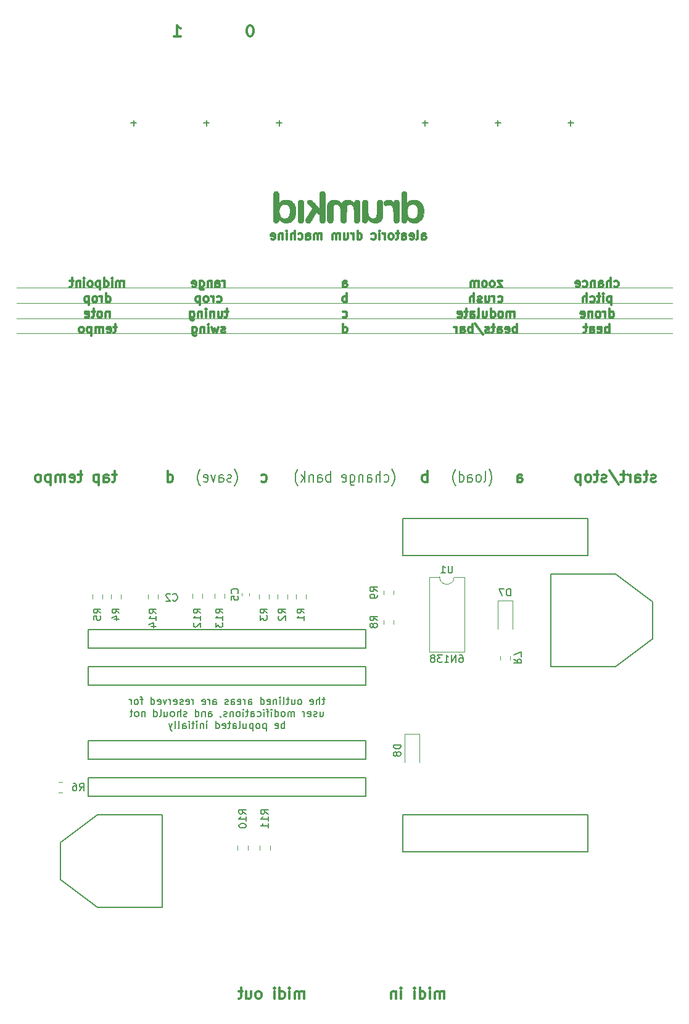
<source format=gbr>
G04 #@! TF.GenerationSoftware,KiCad,Pcbnew,(5.1.5)-3*
G04 #@! TF.CreationDate,2021-11-11T15:01:52+00:00*
G04 #@! TF.ProjectId,drumkid,6472756d-6b69-4642-9e6b-696361645f70,rev?*
G04 #@! TF.SameCoordinates,Original*
G04 #@! TF.FileFunction,Legend,Bot*
G04 #@! TF.FilePolarity,Positive*
%FSLAX46Y46*%
G04 Gerber Fmt 4.6, Leading zero omitted, Abs format (unit mm)*
G04 Created by KiCad (PCBNEW (5.1.5)-3) date 2021-11-11 15:01:52*
%MOMM*%
%LPD*%
G04 APERTURE LIST*
%ADD10C,0.150000*%
%ADD11C,0.300000*%
%ADD12C,0.200000*%
%ADD13C,0.100000*%
%ADD14C,0.120000*%
%ADD15C,0.010000*%
G04 APERTURE END LIST*
D10*
X97248571Y-127675714D02*
X96867619Y-127675714D01*
X97105714Y-127342380D02*
X97105714Y-128199523D01*
X97058095Y-128294761D01*
X96962857Y-128342380D01*
X96867619Y-128342380D01*
X96534285Y-128342380D02*
X96534285Y-127342380D01*
X96105714Y-128342380D02*
X96105714Y-127818571D01*
X96153333Y-127723333D01*
X96248571Y-127675714D01*
X96391428Y-127675714D01*
X96486666Y-127723333D01*
X96534285Y-127770952D01*
X95248571Y-128294761D02*
X95343809Y-128342380D01*
X95534285Y-128342380D01*
X95629523Y-128294761D01*
X95677142Y-128199523D01*
X95677142Y-127818571D01*
X95629523Y-127723333D01*
X95534285Y-127675714D01*
X95343809Y-127675714D01*
X95248571Y-127723333D01*
X95200952Y-127818571D01*
X95200952Y-127913809D01*
X95677142Y-128009047D01*
X93867619Y-128342380D02*
X93962857Y-128294761D01*
X94010476Y-128247142D01*
X94058095Y-128151904D01*
X94058095Y-127866190D01*
X94010476Y-127770952D01*
X93962857Y-127723333D01*
X93867619Y-127675714D01*
X93724761Y-127675714D01*
X93629523Y-127723333D01*
X93581904Y-127770952D01*
X93534285Y-127866190D01*
X93534285Y-128151904D01*
X93581904Y-128247142D01*
X93629523Y-128294761D01*
X93724761Y-128342380D01*
X93867619Y-128342380D01*
X92677142Y-127675714D02*
X92677142Y-128342380D01*
X93105714Y-127675714D02*
X93105714Y-128199523D01*
X93058095Y-128294761D01*
X92962857Y-128342380D01*
X92820000Y-128342380D01*
X92724761Y-128294761D01*
X92677142Y-128247142D01*
X92343809Y-127675714D02*
X91962857Y-127675714D01*
X92200952Y-127342380D02*
X92200952Y-128199523D01*
X92153333Y-128294761D01*
X92058095Y-128342380D01*
X91962857Y-128342380D01*
X91486666Y-128342380D02*
X91581904Y-128294761D01*
X91629523Y-128199523D01*
X91629523Y-127342380D01*
X91105714Y-128342380D02*
X91105714Y-127675714D01*
X91105714Y-127342380D02*
X91153333Y-127390000D01*
X91105714Y-127437619D01*
X91058095Y-127390000D01*
X91105714Y-127342380D01*
X91105714Y-127437619D01*
X90629523Y-127675714D02*
X90629523Y-128342380D01*
X90629523Y-127770952D02*
X90581904Y-127723333D01*
X90486666Y-127675714D01*
X90343809Y-127675714D01*
X90248571Y-127723333D01*
X90200952Y-127818571D01*
X90200952Y-128342380D01*
X89343809Y-128294761D02*
X89439047Y-128342380D01*
X89629523Y-128342380D01*
X89724761Y-128294761D01*
X89772380Y-128199523D01*
X89772380Y-127818571D01*
X89724761Y-127723333D01*
X89629523Y-127675714D01*
X89439047Y-127675714D01*
X89343809Y-127723333D01*
X89296190Y-127818571D01*
X89296190Y-127913809D01*
X89772380Y-128009047D01*
X88439047Y-128342380D02*
X88439047Y-127342380D01*
X88439047Y-128294761D02*
X88534285Y-128342380D01*
X88724761Y-128342380D01*
X88820000Y-128294761D01*
X88867619Y-128247142D01*
X88915238Y-128151904D01*
X88915238Y-127866190D01*
X88867619Y-127770952D01*
X88820000Y-127723333D01*
X88724761Y-127675714D01*
X88534285Y-127675714D01*
X88439047Y-127723333D01*
X86772380Y-128342380D02*
X86772380Y-127818571D01*
X86820000Y-127723333D01*
X86915238Y-127675714D01*
X87105714Y-127675714D01*
X87200952Y-127723333D01*
X86772380Y-128294761D02*
X86867619Y-128342380D01*
X87105714Y-128342380D01*
X87200952Y-128294761D01*
X87248571Y-128199523D01*
X87248571Y-128104285D01*
X87200952Y-128009047D01*
X87105714Y-127961428D01*
X86867619Y-127961428D01*
X86772380Y-127913809D01*
X86296190Y-128342380D02*
X86296190Y-127675714D01*
X86296190Y-127866190D02*
X86248571Y-127770952D01*
X86200952Y-127723333D01*
X86105714Y-127675714D01*
X86010476Y-127675714D01*
X85296190Y-128294761D02*
X85391428Y-128342380D01*
X85581904Y-128342380D01*
X85677142Y-128294761D01*
X85724761Y-128199523D01*
X85724761Y-127818571D01*
X85677142Y-127723333D01*
X85581904Y-127675714D01*
X85391428Y-127675714D01*
X85296190Y-127723333D01*
X85248571Y-127818571D01*
X85248571Y-127913809D01*
X85724761Y-128009047D01*
X84391428Y-128342380D02*
X84391428Y-127818571D01*
X84439047Y-127723333D01*
X84534285Y-127675714D01*
X84724761Y-127675714D01*
X84820000Y-127723333D01*
X84391428Y-128294761D02*
X84486666Y-128342380D01*
X84724761Y-128342380D01*
X84820000Y-128294761D01*
X84867619Y-128199523D01*
X84867619Y-128104285D01*
X84820000Y-128009047D01*
X84724761Y-127961428D01*
X84486666Y-127961428D01*
X84391428Y-127913809D01*
X83962857Y-128294761D02*
X83867619Y-128342380D01*
X83677142Y-128342380D01*
X83581904Y-128294761D01*
X83534285Y-128199523D01*
X83534285Y-128151904D01*
X83581904Y-128056666D01*
X83677142Y-128009047D01*
X83820000Y-128009047D01*
X83915238Y-127961428D01*
X83962857Y-127866190D01*
X83962857Y-127818571D01*
X83915238Y-127723333D01*
X83820000Y-127675714D01*
X83677142Y-127675714D01*
X83581904Y-127723333D01*
X81915238Y-128342380D02*
X81915238Y-127818571D01*
X81962857Y-127723333D01*
X82058095Y-127675714D01*
X82248571Y-127675714D01*
X82343809Y-127723333D01*
X81915238Y-128294761D02*
X82010476Y-128342380D01*
X82248571Y-128342380D01*
X82343809Y-128294761D01*
X82391428Y-128199523D01*
X82391428Y-128104285D01*
X82343809Y-128009047D01*
X82248571Y-127961428D01*
X82010476Y-127961428D01*
X81915238Y-127913809D01*
X81439047Y-128342380D02*
X81439047Y-127675714D01*
X81439047Y-127866190D02*
X81391428Y-127770952D01*
X81343809Y-127723333D01*
X81248571Y-127675714D01*
X81153333Y-127675714D01*
X80439047Y-128294761D02*
X80534285Y-128342380D01*
X80724761Y-128342380D01*
X80820000Y-128294761D01*
X80867619Y-128199523D01*
X80867619Y-127818571D01*
X80820000Y-127723333D01*
X80724761Y-127675714D01*
X80534285Y-127675714D01*
X80439047Y-127723333D01*
X80391428Y-127818571D01*
X80391428Y-127913809D01*
X80867619Y-128009047D01*
X79200952Y-128342380D02*
X79200952Y-127675714D01*
X79200952Y-127866190D02*
X79153333Y-127770952D01*
X79105714Y-127723333D01*
X79010476Y-127675714D01*
X78915238Y-127675714D01*
X78200952Y-128294761D02*
X78296190Y-128342380D01*
X78486666Y-128342380D01*
X78581904Y-128294761D01*
X78629523Y-128199523D01*
X78629523Y-127818571D01*
X78581904Y-127723333D01*
X78486666Y-127675714D01*
X78296190Y-127675714D01*
X78200952Y-127723333D01*
X78153333Y-127818571D01*
X78153333Y-127913809D01*
X78629523Y-128009047D01*
X77772380Y-128294761D02*
X77677142Y-128342380D01*
X77486666Y-128342380D01*
X77391428Y-128294761D01*
X77343809Y-128199523D01*
X77343809Y-128151904D01*
X77391428Y-128056666D01*
X77486666Y-128009047D01*
X77629523Y-128009047D01*
X77724761Y-127961428D01*
X77772380Y-127866190D01*
X77772380Y-127818571D01*
X77724761Y-127723333D01*
X77629523Y-127675714D01*
X77486666Y-127675714D01*
X77391428Y-127723333D01*
X76534285Y-128294761D02*
X76629523Y-128342380D01*
X76820000Y-128342380D01*
X76915238Y-128294761D01*
X76962857Y-128199523D01*
X76962857Y-127818571D01*
X76915238Y-127723333D01*
X76820000Y-127675714D01*
X76629523Y-127675714D01*
X76534285Y-127723333D01*
X76486666Y-127818571D01*
X76486666Y-127913809D01*
X76962857Y-128009047D01*
X76058095Y-128342380D02*
X76058095Y-127675714D01*
X76058095Y-127866190D02*
X76010476Y-127770952D01*
X75962857Y-127723333D01*
X75867619Y-127675714D01*
X75772380Y-127675714D01*
X75534285Y-127675714D02*
X75296190Y-128342380D01*
X75058095Y-127675714D01*
X74296190Y-128294761D02*
X74391428Y-128342380D01*
X74581904Y-128342380D01*
X74677142Y-128294761D01*
X74724761Y-128199523D01*
X74724761Y-127818571D01*
X74677142Y-127723333D01*
X74581904Y-127675714D01*
X74391428Y-127675714D01*
X74296190Y-127723333D01*
X74248571Y-127818571D01*
X74248571Y-127913809D01*
X74724761Y-128009047D01*
X73391428Y-128342380D02*
X73391428Y-127342380D01*
X73391428Y-128294761D02*
X73486666Y-128342380D01*
X73677142Y-128342380D01*
X73772380Y-128294761D01*
X73820000Y-128247142D01*
X73867619Y-128151904D01*
X73867619Y-127866190D01*
X73820000Y-127770952D01*
X73772380Y-127723333D01*
X73677142Y-127675714D01*
X73486666Y-127675714D01*
X73391428Y-127723333D01*
X72296190Y-127675714D02*
X71915238Y-127675714D01*
X72153333Y-128342380D02*
X72153333Y-127485238D01*
X72105714Y-127390000D01*
X72010476Y-127342380D01*
X71915238Y-127342380D01*
X71439047Y-128342380D02*
X71534285Y-128294761D01*
X71581904Y-128247142D01*
X71629523Y-128151904D01*
X71629523Y-127866190D01*
X71581904Y-127770952D01*
X71534285Y-127723333D01*
X71439047Y-127675714D01*
X71296190Y-127675714D01*
X71200952Y-127723333D01*
X71153333Y-127770952D01*
X71105714Y-127866190D01*
X71105714Y-128151904D01*
X71153333Y-128247142D01*
X71200952Y-128294761D01*
X71296190Y-128342380D01*
X71439047Y-128342380D01*
X70677142Y-128342380D02*
X70677142Y-127675714D01*
X70677142Y-127866190D02*
X70629523Y-127770952D01*
X70581904Y-127723333D01*
X70486666Y-127675714D01*
X70391428Y-127675714D01*
X96581904Y-129325714D02*
X96581904Y-129992380D01*
X97010476Y-129325714D02*
X97010476Y-129849523D01*
X96962857Y-129944761D01*
X96867619Y-129992380D01*
X96724761Y-129992380D01*
X96629523Y-129944761D01*
X96581904Y-129897142D01*
X96153333Y-129944761D02*
X96058095Y-129992380D01*
X95867619Y-129992380D01*
X95772380Y-129944761D01*
X95724761Y-129849523D01*
X95724761Y-129801904D01*
X95772380Y-129706666D01*
X95867619Y-129659047D01*
X96010476Y-129659047D01*
X96105714Y-129611428D01*
X96153333Y-129516190D01*
X96153333Y-129468571D01*
X96105714Y-129373333D01*
X96010476Y-129325714D01*
X95867619Y-129325714D01*
X95772380Y-129373333D01*
X94915238Y-129944761D02*
X95010476Y-129992380D01*
X95200952Y-129992380D01*
X95296190Y-129944761D01*
X95343809Y-129849523D01*
X95343809Y-129468571D01*
X95296190Y-129373333D01*
X95200952Y-129325714D01*
X95010476Y-129325714D01*
X94915238Y-129373333D01*
X94867619Y-129468571D01*
X94867619Y-129563809D01*
X95343809Y-129659047D01*
X94439047Y-129992380D02*
X94439047Y-129325714D01*
X94439047Y-129516190D02*
X94391428Y-129420952D01*
X94343809Y-129373333D01*
X94248571Y-129325714D01*
X94153333Y-129325714D01*
X93058095Y-129992380D02*
X93058095Y-129325714D01*
X93058095Y-129420952D02*
X93010476Y-129373333D01*
X92915238Y-129325714D01*
X92772380Y-129325714D01*
X92677142Y-129373333D01*
X92629523Y-129468571D01*
X92629523Y-129992380D01*
X92629523Y-129468571D02*
X92581904Y-129373333D01*
X92486666Y-129325714D01*
X92343809Y-129325714D01*
X92248571Y-129373333D01*
X92200952Y-129468571D01*
X92200952Y-129992380D01*
X91581904Y-129992380D02*
X91677142Y-129944761D01*
X91724761Y-129897142D01*
X91772380Y-129801904D01*
X91772380Y-129516190D01*
X91724761Y-129420952D01*
X91677142Y-129373333D01*
X91581904Y-129325714D01*
X91439047Y-129325714D01*
X91343809Y-129373333D01*
X91296190Y-129420952D01*
X91248571Y-129516190D01*
X91248571Y-129801904D01*
X91296190Y-129897142D01*
X91343809Y-129944761D01*
X91439047Y-129992380D01*
X91581904Y-129992380D01*
X90391428Y-129992380D02*
X90391428Y-128992380D01*
X90391428Y-129944761D02*
X90486666Y-129992380D01*
X90677142Y-129992380D01*
X90772380Y-129944761D01*
X90820000Y-129897142D01*
X90867619Y-129801904D01*
X90867619Y-129516190D01*
X90820000Y-129420952D01*
X90772380Y-129373333D01*
X90677142Y-129325714D01*
X90486666Y-129325714D01*
X90391428Y-129373333D01*
X89915238Y-129992380D02*
X89915238Y-129325714D01*
X89915238Y-128992380D02*
X89962857Y-129040000D01*
X89915238Y-129087619D01*
X89867619Y-129040000D01*
X89915238Y-128992380D01*
X89915238Y-129087619D01*
X89581904Y-129325714D02*
X89200952Y-129325714D01*
X89439047Y-129992380D02*
X89439047Y-129135238D01*
X89391428Y-129040000D01*
X89296190Y-128992380D01*
X89200952Y-128992380D01*
X88867619Y-129992380D02*
X88867619Y-129325714D01*
X88867619Y-128992380D02*
X88915238Y-129040000D01*
X88867619Y-129087619D01*
X88820000Y-129040000D01*
X88867619Y-128992380D01*
X88867619Y-129087619D01*
X87962857Y-129944761D02*
X88058095Y-129992380D01*
X88248571Y-129992380D01*
X88343809Y-129944761D01*
X88391428Y-129897142D01*
X88439047Y-129801904D01*
X88439047Y-129516190D01*
X88391428Y-129420952D01*
X88343809Y-129373333D01*
X88248571Y-129325714D01*
X88058095Y-129325714D01*
X87962857Y-129373333D01*
X87105714Y-129992380D02*
X87105714Y-129468571D01*
X87153333Y-129373333D01*
X87248571Y-129325714D01*
X87439047Y-129325714D01*
X87534285Y-129373333D01*
X87105714Y-129944761D02*
X87200952Y-129992380D01*
X87439047Y-129992380D01*
X87534285Y-129944761D01*
X87581904Y-129849523D01*
X87581904Y-129754285D01*
X87534285Y-129659047D01*
X87439047Y-129611428D01*
X87200952Y-129611428D01*
X87105714Y-129563809D01*
X86772380Y-129325714D02*
X86391428Y-129325714D01*
X86629523Y-128992380D02*
X86629523Y-129849523D01*
X86581904Y-129944761D01*
X86486666Y-129992380D01*
X86391428Y-129992380D01*
X86058095Y-129992380D02*
X86058095Y-129325714D01*
X86058095Y-128992380D02*
X86105714Y-129040000D01*
X86058095Y-129087619D01*
X86010476Y-129040000D01*
X86058095Y-128992380D01*
X86058095Y-129087619D01*
X85439047Y-129992380D02*
X85534285Y-129944761D01*
X85581904Y-129897142D01*
X85629523Y-129801904D01*
X85629523Y-129516190D01*
X85581904Y-129420952D01*
X85534285Y-129373333D01*
X85439047Y-129325714D01*
X85296190Y-129325714D01*
X85200952Y-129373333D01*
X85153333Y-129420952D01*
X85105714Y-129516190D01*
X85105714Y-129801904D01*
X85153333Y-129897142D01*
X85200952Y-129944761D01*
X85296190Y-129992380D01*
X85439047Y-129992380D01*
X84677142Y-129325714D02*
X84677142Y-129992380D01*
X84677142Y-129420952D02*
X84629523Y-129373333D01*
X84534285Y-129325714D01*
X84391428Y-129325714D01*
X84296190Y-129373333D01*
X84248571Y-129468571D01*
X84248571Y-129992380D01*
X83820000Y-129944761D02*
X83724761Y-129992380D01*
X83534285Y-129992380D01*
X83439047Y-129944761D01*
X83391428Y-129849523D01*
X83391428Y-129801904D01*
X83439047Y-129706666D01*
X83534285Y-129659047D01*
X83677142Y-129659047D01*
X83772380Y-129611428D01*
X83820000Y-129516190D01*
X83820000Y-129468571D01*
X83772380Y-129373333D01*
X83677142Y-129325714D01*
X83534285Y-129325714D01*
X83439047Y-129373333D01*
X82915238Y-129944761D02*
X82915238Y-129992380D01*
X82962857Y-130087619D01*
X83010476Y-130135238D01*
X81296190Y-129992380D02*
X81296190Y-129468571D01*
X81343809Y-129373333D01*
X81439047Y-129325714D01*
X81629523Y-129325714D01*
X81724761Y-129373333D01*
X81296190Y-129944761D02*
X81391428Y-129992380D01*
X81629523Y-129992380D01*
X81724761Y-129944761D01*
X81772380Y-129849523D01*
X81772380Y-129754285D01*
X81724761Y-129659047D01*
X81629523Y-129611428D01*
X81391428Y-129611428D01*
X81296190Y-129563809D01*
X80820000Y-129325714D02*
X80820000Y-129992380D01*
X80820000Y-129420952D02*
X80772380Y-129373333D01*
X80677142Y-129325714D01*
X80534285Y-129325714D01*
X80439047Y-129373333D01*
X80391428Y-129468571D01*
X80391428Y-129992380D01*
X79486666Y-129992380D02*
X79486666Y-128992380D01*
X79486666Y-129944761D02*
X79581904Y-129992380D01*
X79772380Y-129992380D01*
X79867619Y-129944761D01*
X79915238Y-129897142D01*
X79962857Y-129801904D01*
X79962857Y-129516190D01*
X79915238Y-129420952D01*
X79867619Y-129373333D01*
X79772380Y-129325714D01*
X79581904Y-129325714D01*
X79486666Y-129373333D01*
X78296190Y-129944761D02*
X78200952Y-129992380D01*
X78010476Y-129992380D01*
X77915238Y-129944761D01*
X77867619Y-129849523D01*
X77867619Y-129801904D01*
X77915238Y-129706666D01*
X78010476Y-129659047D01*
X78153333Y-129659047D01*
X78248571Y-129611428D01*
X78296190Y-129516190D01*
X78296190Y-129468571D01*
X78248571Y-129373333D01*
X78153333Y-129325714D01*
X78010476Y-129325714D01*
X77915238Y-129373333D01*
X77439047Y-129992380D02*
X77439047Y-128992380D01*
X77010476Y-129992380D02*
X77010476Y-129468571D01*
X77058095Y-129373333D01*
X77153333Y-129325714D01*
X77296190Y-129325714D01*
X77391428Y-129373333D01*
X77439047Y-129420952D01*
X76391428Y-129992380D02*
X76486666Y-129944761D01*
X76534285Y-129897142D01*
X76581904Y-129801904D01*
X76581904Y-129516190D01*
X76534285Y-129420952D01*
X76486666Y-129373333D01*
X76391428Y-129325714D01*
X76248571Y-129325714D01*
X76153333Y-129373333D01*
X76105714Y-129420952D01*
X76058095Y-129516190D01*
X76058095Y-129801904D01*
X76105714Y-129897142D01*
X76153333Y-129944761D01*
X76248571Y-129992380D01*
X76391428Y-129992380D01*
X75200952Y-129325714D02*
X75200952Y-129992380D01*
X75629523Y-129325714D02*
X75629523Y-129849523D01*
X75581904Y-129944761D01*
X75486666Y-129992380D01*
X75343809Y-129992380D01*
X75248571Y-129944761D01*
X75200952Y-129897142D01*
X74581904Y-129992380D02*
X74677142Y-129944761D01*
X74724761Y-129849523D01*
X74724761Y-128992380D01*
X73772380Y-129992380D02*
X73772380Y-128992380D01*
X73772380Y-129944761D02*
X73867619Y-129992380D01*
X74058095Y-129992380D01*
X74153333Y-129944761D01*
X74200952Y-129897142D01*
X74248571Y-129801904D01*
X74248571Y-129516190D01*
X74200952Y-129420952D01*
X74153333Y-129373333D01*
X74058095Y-129325714D01*
X73867619Y-129325714D01*
X73772380Y-129373333D01*
X72534285Y-129325714D02*
X72534285Y-129992380D01*
X72534285Y-129420952D02*
X72486666Y-129373333D01*
X72391428Y-129325714D01*
X72248571Y-129325714D01*
X72153333Y-129373333D01*
X72105714Y-129468571D01*
X72105714Y-129992380D01*
X71486666Y-129992380D02*
X71581904Y-129944761D01*
X71629523Y-129897142D01*
X71677142Y-129801904D01*
X71677142Y-129516190D01*
X71629523Y-129420952D01*
X71581904Y-129373333D01*
X71486666Y-129325714D01*
X71343809Y-129325714D01*
X71248571Y-129373333D01*
X71200952Y-129420952D01*
X71153333Y-129516190D01*
X71153333Y-129801904D01*
X71200952Y-129897142D01*
X71248571Y-129944761D01*
X71343809Y-129992380D01*
X71486666Y-129992380D01*
X70867619Y-129325714D02*
X70486666Y-129325714D01*
X70724761Y-128992380D02*
X70724761Y-129849523D01*
X70677142Y-129944761D01*
X70581904Y-129992380D01*
X70486666Y-129992380D01*
X91724761Y-131642380D02*
X91724761Y-130642380D01*
X91724761Y-131023333D02*
X91629523Y-130975714D01*
X91439047Y-130975714D01*
X91343809Y-131023333D01*
X91296190Y-131070952D01*
X91248571Y-131166190D01*
X91248571Y-131451904D01*
X91296190Y-131547142D01*
X91343809Y-131594761D01*
X91439047Y-131642380D01*
X91629523Y-131642380D01*
X91724761Y-131594761D01*
X90439047Y-131594761D02*
X90534285Y-131642380D01*
X90724761Y-131642380D01*
X90820000Y-131594761D01*
X90867619Y-131499523D01*
X90867619Y-131118571D01*
X90820000Y-131023333D01*
X90724761Y-130975714D01*
X90534285Y-130975714D01*
X90439047Y-131023333D01*
X90391428Y-131118571D01*
X90391428Y-131213809D01*
X90867619Y-131309047D01*
X89200952Y-130975714D02*
X89200952Y-131975714D01*
X89200952Y-131023333D02*
X89105714Y-130975714D01*
X88915238Y-130975714D01*
X88820000Y-131023333D01*
X88772380Y-131070952D01*
X88724761Y-131166190D01*
X88724761Y-131451904D01*
X88772380Y-131547142D01*
X88820000Y-131594761D01*
X88915238Y-131642380D01*
X89105714Y-131642380D01*
X89200952Y-131594761D01*
X88153333Y-131642380D02*
X88248571Y-131594761D01*
X88296190Y-131547142D01*
X88343809Y-131451904D01*
X88343809Y-131166190D01*
X88296190Y-131070952D01*
X88248571Y-131023333D01*
X88153333Y-130975714D01*
X88010476Y-130975714D01*
X87915238Y-131023333D01*
X87867619Y-131070952D01*
X87820000Y-131166190D01*
X87820000Y-131451904D01*
X87867619Y-131547142D01*
X87915238Y-131594761D01*
X88010476Y-131642380D01*
X88153333Y-131642380D01*
X87391428Y-130975714D02*
X87391428Y-131975714D01*
X87391428Y-131023333D02*
X87296190Y-130975714D01*
X87105714Y-130975714D01*
X87010476Y-131023333D01*
X86962857Y-131070952D01*
X86915238Y-131166190D01*
X86915238Y-131451904D01*
X86962857Y-131547142D01*
X87010476Y-131594761D01*
X87105714Y-131642380D01*
X87296190Y-131642380D01*
X87391428Y-131594761D01*
X86058095Y-130975714D02*
X86058095Y-131642380D01*
X86486666Y-130975714D02*
X86486666Y-131499523D01*
X86439047Y-131594761D01*
X86343809Y-131642380D01*
X86200952Y-131642380D01*
X86105714Y-131594761D01*
X86058095Y-131547142D01*
X85439047Y-131642380D02*
X85534285Y-131594761D01*
X85581904Y-131499523D01*
X85581904Y-130642380D01*
X84629523Y-131642380D02*
X84629523Y-131118571D01*
X84677142Y-131023333D01*
X84772380Y-130975714D01*
X84962857Y-130975714D01*
X85058095Y-131023333D01*
X84629523Y-131594761D02*
X84724761Y-131642380D01*
X84962857Y-131642380D01*
X85058095Y-131594761D01*
X85105714Y-131499523D01*
X85105714Y-131404285D01*
X85058095Y-131309047D01*
X84962857Y-131261428D01*
X84724761Y-131261428D01*
X84629523Y-131213809D01*
X84296190Y-130975714D02*
X83915238Y-130975714D01*
X84153333Y-130642380D02*
X84153333Y-131499523D01*
X84105714Y-131594761D01*
X84010476Y-131642380D01*
X83915238Y-131642380D01*
X83200952Y-131594761D02*
X83296190Y-131642380D01*
X83486666Y-131642380D01*
X83581904Y-131594761D01*
X83629523Y-131499523D01*
X83629523Y-131118571D01*
X83581904Y-131023333D01*
X83486666Y-130975714D01*
X83296190Y-130975714D01*
X83200952Y-131023333D01*
X83153333Y-131118571D01*
X83153333Y-131213809D01*
X83629523Y-131309047D01*
X82296190Y-131642380D02*
X82296190Y-130642380D01*
X82296190Y-131594761D02*
X82391428Y-131642380D01*
X82581904Y-131642380D01*
X82677142Y-131594761D01*
X82724761Y-131547142D01*
X82772380Y-131451904D01*
X82772380Y-131166190D01*
X82724761Y-131070952D01*
X82677142Y-131023333D01*
X82581904Y-130975714D01*
X82391428Y-130975714D01*
X82296190Y-131023333D01*
X81058095Y-131642380D02*
X81058095Y-130975714D01*
X81058095Y-130642380D02*
X81105714Y-130690000D01*
X81058095Y-130737619D01*
X81010476Y-130690000D01*
X81058095Y-130642380D01*
X81058095Y-130737619D01*
X80581904Y-130975714D02*
X80581904Y-131642380D01*
X80581904Y-131070952D02*
X80534285Y-131023333D01*
X80439047Y-130975714D01*
X80296190Y-130975714D01*
X80200952Y-131023333D01*
X80153333Y-131118571D01*
X80153333Y-131642380D01*
X79677142Y-131642380D02*
X79677142Y-130975714D01*
X79677142Y-130642380D02*
X79724761Y-130690000D01*
X79677142Y-130737619D01*
X79629523Y-130690000D01*
X79677142Y-130642380D01*
X79677142Y-130737619D01*
X79343809Y-130975714D02*
X78962857Y-130975714D01*
X79200952Y-130642380D02*
X79200952Y-131499523D01*
X79153333Y-131594761D01*
X79058095Y-131642380D01*
X78962857Y-131642380D01*
X78629523Y-131642380D02*
X78629523Y-130975714D01*
X78629523Y-130642380D02*
X78677142Y-130690000D01*
X78629523Y-130737619D01*
X78581904Y-130690000D01*
X78629523Y-130642380D01*
X78629523Y-130737619D01*
X77724761Y-131642380D02*
X77724761Y-131118571D01*
X77772380Y-131023333D01*
X77867619Y-130975714D01*
X78058095Y-130975714D01*
X78153333Y-131023333D01*
X77724761Y-131594761D02*
X77820000Y-131642380D01*
X78058095Y-131642380D01*
X78153333Y-131594761D01*
X78200952Y-131499523D01*
X78200952Y-131404285D01*
X78153333Y-131309047D01*
X78058095Y-131261428D01*
X77820000Y-131261428D01*
X77724761Y-131213809D01*
X77105714Y-131642380D02*
X77200952Y-131594761D01*
X77248571Y-131499523D01*
X77248571Y-130642380D01*
X76581904Y-131642380D02*
X76677142Y-131594761D01*
X76724761Y-131499523D01*
X76724761Y-130642380D01*
X76296190Y-130975714D02*
X76058095Y-131642380D01*
X75820000Y-130975714D02*
X76058095Y-131642380D01*
X76153333Y-131880476D01*
X76200952Y-131928095D01*
X76296190Y-131975714D01*
X107950000Y-102870000D02*
X133350000Y-102870000D01*
X107950000Y-107950000D02*
X107950000Y-102870000D01*
X133350000Y-107950000D02*
X107950000Y-107950000D01*
X133350000Y-102870000D02*
X133350000Y-107950000D01*
X107950000Y-143510000D02*
X133350000Y-143510000D01*
X107950000Y-148590000D02*
X107950000Y-143510000D01*
X133350000Y-148590000D02*
X107950000Y-148590000D01*
X133350000Y-143510000D02*
X133350000Y-148590000D01*
X128270000Y-110490000D02*
X128270000Y-123190000D01*
X137160000Y-110490000D02*
X128270000Y-110490000D01*
X142240000Y-114300000D02*
X137160000Y-110490000D01*
X142240000Y-119380000D02*
X142240000Y-114300000D01*
X137160000Y-123190000D02*
X142240000Y-119380000D01*
X128270000Y-123190000D02*
X137160000Y-123190000D01*
X74930000Y-143510000D02*
X74930000Y-156210000D01*
X66040000Y-143510000D02*
X74930000Y-143510000D01*
X60960000Y-147320000D02*
X66040000Y-143510000D01*
X60960000Y-152400000D02*
X60960000Y-147320000D01*
X66040000Y-156210000D02*
X60960000Y-152400000D01*
X74930000Y-156210000D02*
X66040000Y-156210000D01*
X64770000Y-123190000D02*
X102870000Y-123190000D01*
X64770000Y-125730000D02*
X64770000Y-123190000D01*
X102870000Y-125730000D02*
X64770000Y-125730000D01*
X102870000Y-123190000D02*
X102870000Y-125730000D01*
X64770000Y-118110000D02*
X102870000Y-118110000D01*
X64770000Y-120650000D02*
X64770000Y-118110000D01*
X102870000Y-120650000D02*
X64770000Y-120650000D01*
X102870000Y-118110000D02*
X102870000Y-120650000D01*
X64770000Y-138430000D02*
X102870000Y-138430000D01*
X64770000Y-140970000D02*
X64770000Y-138430000D01*
X102870000Y-140970000D02*
X64770000Y-140970000D01*
X102870000Y-138430000D02*
X102870000Y-140970000D01*
X102870000Y-135890000D02*
X102870000Y-133350000D01*
X64770000Y-135890000D02*
X102870000Y-135890000D01*
X64770000Y-133350000D02*
X64770000Y-135890000D01*
X102870000Y-133350000D02*
X64770000Y-133350000D01*
X110619047Y-48571428D02*
X111380952Y-48571428D01*
X111000000Y-48952380D02*
X111000000Y-48190476D01*
X130619047Y-48571428D02*
X131380952Y-48571428D01*
X131000000Y-48952380D02*
X131000000Y-48190476D01*
X90619047Y-48571428D02*
X91380952Y-48571428D01*
X91000000Y-48952380D02*
X91000000Y-48190476D01*
X80619047Y-48571428D02*
X81380952Y-48571428D01*
X81000000Y-48952380D02*
X81000000Y-48190476D01*
X120619047Y-48571428D02*
X121380952Y-48571428D01*
X121000000Y-48952380D02*
X121000000Y-48190476D01*
X70619047Y-48571428D02*
X71380952Y-48571428D01*
X71000000Y-48952380D02*
X71000000Y-48190476D01*
D11*
X142660000Y-97727142D02*
X142517142Y-97798571D01*
X142231428Y-97798571D01*
X142088571Y-97727142D01*
X142017142Y-97584285D01*
X142017142Y-97512857D01*
X142088571Y-97370000D01*
X142231428Y-97298571D01*
X142445714Y-97298571D01*
X142588571Y-97227142D01*
X142660000Y-97084285D01*
X142660000Y-97012857D01*
X142588571Y-96870000D01*
X142445714Y-96798571D01*
X142231428Y-96798571D01*
X142088571Y-96870000D01*
X141588571Y-96798571D02*
X141017142Y-96798571D01*
X141374285Y-96298571D02*
X141374285Y-97584285D01*
X141302857Y-97727142D01*
X141160000Y-97798571D01*
X141017142Y-97798571D01*
X139874285Y-97798571D02*
X139874285Y-97012857D01*
X139945714Y-96870000D01*
X140088571Y-96798571D01*
X140374285Y-96798571D01*
X140517142Y-96870000D01*
X139874285Y-97727142D02*
X140017142Y-97798571D01*
X140374285Y-97798571D01*
X140517142Y-97727142D01*
X140588571Y-97584285D01*
X140588571Y-97441428D01*
X140517142Y-97298571D01*
X140374285Y-97227142D01*
X140017142Y-97227142D01*
X139874285Y-97155714D01*
X139160000Y-97798571D02*
X139160000Y-96798571D01*
X139160000Y-97084285D02*
X139088571Y-96941428D01*
X139017142Y-96870000D01*
X138874285Y-96798571D01*
X138731428Y-96798571D01*
X138445714Y-96798571D02*
X137874285Y-96798571D01*
X138231428Y-96298571D02*
X138231428Y-97584285D01*
X138160000Y-97727142D01*
X138017142Y-97798571D01*
X137874285Y-97798571D01*
X136302857Y-96227142D02*
X137588571Y-98155714D01*
X135874285Y-97727142D02*
X135731428Y-97798571D01*
X135445714Y-97798571D01*
X135302857Y-97727142D01*
X135231428Y-97584285D01*
X135231428Y-97512857D01*
X135302857Y-97370000D01*
X135445714Y-97298571D01*
X135660000Y-97298571D01*
X135802857Y-97227142D01*
X135874285Y-97084285D01*
X135874285Y-97012857D01*
X135802857Y-96870000D01*
X135660000Y-96798571D01*
X135445714Y-96798571D01*
X135302857Y-96870000D01*
X134802857Y-96798571D02*
X134231428Y-96798571D01*
X134588571Y-96298571D02*
X134588571Y-97584285D01*
X134517142Y-97727142D01*
X134374285Y-97798571D01*
X134231428Y-97798571D01*
X133517142Y-97798571D02*
X133660000Y-97727142D01*
X133731428Y-97655714D01*
X133802857Y-97512857D01*
X133802857Y-97084285D01*
X133731428Y-96941428D01*
X133660000Y-96870000D01*
X133517142Y-96798571D01*
X133302857Y-96798571D01*
X133160000Y-96870000D01*
X133088571Y-96941428D01*
X133017142Y-97084285D01*
X133017142Y-97512857D01*
X133088571Y-97655714D01*
X133160000Y-97727142D01*
X133302857Y-97798571D01*
X133517142Y-97798571D01*
X132374285Y-96798571D02*
X132374285Y-98298571D01*
X132374285Y-96870000D02*
X132231428Y-96798571D01*
X131945714Y-96798571D01*
X131802857Y-96870000D01*
X131731428Y-96941428D01*
X131660000Y-97084285D01*
X131660000Y-97512857D01*
X131731428Y-97655714D01*
X131802857Y-97727142D01*
X131945714Y-97798571D01*
X132231428Y-97798571D01*
X132374285Y-97727142D01*
D10*
X106438095Y-98370000D02*
X106500000Y-98298571D01*
X106623809Y-98084285D01*
X106685714Y-97941428D01*
X106747619Y-97727142D01*
X106809523Y-97370000D01*
X106809523Y-97084285D01*
X106747619Y-96727142D01*
X106685714Y-96512857D01*
X106623809Y-96370000D01*
X106500000Y-96155714D01*
X106438095Y-96084285D01*
X105385714Y-97727142D02*
X105509523Y-97798571D01*
X105757142Y-97798571D01*
X105880952Y-97727142D01*
X105942857Y-97655714D01*
X106004761Y-97512857D01*
X106004761Y-97084285D01*
X105942857Y-96941428D01*
X105880952Y-96870000D01*
X105757142Y-96798571D01*
X105509523Y-96798571D01*
X105385714Y-96870000D01*
X104828571Y-97798571D02*
X104828571Y-96298571D01*
X104271428Y-97798571D02*
X104271428Y-97012857D01*
X104333333Y-96870000D01*
X104457142Y-96798571D01*
X104642857Y-96798571D01*
X104766666Y-96870000D01*
X104828571Y-96941428D01*
X103095238Y-97798571D02*
X103095238Y-97012857D01*
X103157142Y-96870000D01*
X103280952Y-96798571D01*
X103528571Y-96798571D01*
X103652380Y-96870000D01*
X103095238Y-97727142D02*
X103219047Y-97798571D01*
X103528571Y-97798571D01*
X103652380Y-97727142D01*
X103714285Y-97584285D01*
X103714285Y-97441428D01*
X103652380Y-97298571D01*
X103528571Y-97227142D01*
X103219047Y-97227142D01*
X103095238Y-97155714D01*
X102476190Y-96798571D02*
X102476190Y-97798571D01*
X102476190Y-96941428D02*
X102414285Y-96870000D01*
X102290476Y-96798571D01*
X102104761Y-96798571D01*
X101980952Y-96870000D01*
X101919047Y-97012857D01*
X101919047Y-97798571D01*
X100742857Y-96798571D02*
X100742857Y-98012857D01*
X100804761Y-98155714D01*
X100866666Y-98227142D01*
X100990476Y-98298571D01*
X101176190Y-98298571D01*
X101300000Y-98227142D01*
X100742857Y-97727142D02*
X100866666Y-97798571D01*
X101114285Y-97798571D01*
X101238095Y-97727142D01*
X101300000Y-97655714D01*
X101361904Y-97512857D01*
X101361904Y-97084285D01*
X101300000Y-96941428D01*
X101238095Y-96870000D01*
X101114285Y-96798571D01*
X100866666Y-96798571D01*
X100742857Y-96870000D01*
X99628571Y-97727142D02*
X99752380Y-97798571D01*
X100000000Y-97798571D01*
X100123809Y-97727142D01*
X100185714Y-97584285D01*
X100185714Y-97012857D01*
X100123809Y-96870000D01*
X100000000Y-96798571D01*
X99752380Y-96798571D01*
X99628571Y-96870000D01*
X99566666Y-97012857D01*
X99566666Y-97155714D01*
X100185714Y-97298571D01*
X98019047Y-97798571D02*
X98019047Y-96298571D01*
X98019047Y-96870000D02*
X97895238Y-96798571D01*
X97647619Y-96798571D01*
X97523809Y-96870000D01*
X97461904Y-96941428D01*
X97400000Y-97084285D01*
X97400000Y-97512857D01*
X97461904Y-97655714D01*
X97523809Y-97727142D01*
X97647619Y-97798571D01*
X97895238Y-97798571D01*
X98019047Y-97727142D01*
X96285714Y-97798571D02*
X96285714Y-97012857D01*
X96347619Y-96870000D01*
X96471428Y-96798571D01*
X96719047Y-96798571D01*
X96842857Y-96870000D01*
X96285714Y-97727142D02*
X96409523Y-97798571D01*
X96719047Y-97798571D01*
X96842857Y-97727142D01*
X96904761Y-97584285D01*
X96904761Y-97441428D01*
X96842857Y-97298571D01*
X96719047Y-97227142D01*
X96409523Y-97227142D01*
X96285714Y-97155714D01*
X95666666Y-96798571D02*
X95666666Y-97798571D01*
X95666666Y-96941428D02*
X95604761Y-96870000D01*
X95480952Y-96798571D01*
X95295238Y-96798571D01*
X95171428Y-96870000D01*
X95109523Y-97012857D01*
X95109523Y-97798571D01*
X94490476Y-97798571D02*
X94490476Y-96298571D01*
X94366666Y-97227142D02*
X93995238Y-97798571D01*
X93995238Y-96798571D02*
X94490476Y-97370000D01*
X93561904Y-98370000D02*
X93500000Y-98298571D01*
X93376190Y-98084285D01*
X93314285Y-97941428D01*
X93252380Y-97727142D01*
X93190476Y-97370000D01*
X93190476Y-97084285D01*
X93252380Y-96727142D01*
X93314285Y-96512857D01*
X93376190Y-96370000D01*
X93500000Y-96155714D01*
X93561904Y-96084285D01*
X84852380Y-98370000D02*
X84914285Y-98298571D01*
X85038095Y-98084285D01*
X85100000Y-97941428D01*
X85161904Y-97727142D01*
X85223809Y-97370000D01*
X85223809Y-97084285D01*
X85161904Y-96727142D01*
X85100000Y-96512857D01*
X85038095Y-96370000D01*
X84914285Y-96155714D01*
X84852380Y-96084285D01*
X84419047Y-97727142D02*
X84295238Y-97798571D01*
X84047619Y-97798571D01*
X83923809Y-97727142D01*
X83861904Y-97584285D01*
X83861904Y-97512857D01*
X83923809Y-97370000D01*
X84047619Y-97298571D01*
X84233333Y-97298571D01*
X84357142Y-97227142D01*
X84419047Y-97084285D01*
X84419047Y-97012857D01*
X84357142Y-96870000D01*
X84233333Y-96798571D01*
X84047619Y-96798571D01*
X83923809Y-96870000D01*
X82747619Y-97798571D02*
X82747619Y-97012857D01*
X82809523Y-96870000D01*
X82933333Y-96798571D01*
X83180952Y-96798571D01*
X83304761Y-96870000D01*
X82747619Y-97727142D02*
X82871428Y-97798571D01*
X83180952Y-97798571D01*
X83304761Y-97727142D01*
X83366666Y-97584285D01*
X83366666Y-97441428D01*
X83304761Y-97298571D01*
X83180952Y-97227142D01*
X82871428Y-97227142D01*
X82747619Y-97155714D01*
X82252380Y-96798571D02*
X81942857Y-97798571D01*
X81633333Y-96798571D01*
X80642857Y-97727142D02*
X80766666Y-97798571D01*
X81014285Y-97798571D01*
X81138095Y-97727142D01*
X81200000Y-97584285D01*
X81200000Y-97012857D01*
X81138095Y-96870000D01*
X81014285Y-96798571D01*
X80766666Y-96798571D01*
X80642857Y-96870000D01*
X80580952Y-97012857D01*
X80580952Y-97155714D01*
X81200000Y-97298571D01*
X80147619Y-98370000D02*
X80085714Y-98298571D01*
X79961904Y-98084285D01*
X79900000Y-97941428D01*
X79838095Y-97727142D01*
X79776190Y-97370000D01*
X79776190Y-97084285D01*
X79838095Y-96727142D01*
X79900000Y-96512857D01*
X79961904Y-96370000D01*
X80085714Y-96155714D01*
X80147619Y-96084285D01*
X119790476Y-98370000D02*
X119852380Y-98298571D01*
X119976190Y-98084285D01*
X120038095Y-97941428D01*
X120100000Y-97727142D01*
X120161904Y-97370000D01*
X120161904Y-97084285D01*
X120100000Y-96727142D01*
X120038095Y-96512857D01*
X119976190Y-96370000D01*
X119852380Y-96155714D01*
X119790476Y-96084285D01*
X119109523Y-97798571D02*
X119233333Y-97727142D01*
X119295238Y-97584285D01*
X119295238Y-96298571D01*
X118428571Y-97798571D02*
X118552380Y-97727142D01*
X118614285Y-97655714D01*
X118676190Y-97512857D01*
X118676190Y-97084285D01*
X118614285Y-96941428D01*
X118552380Y-96870000D01*
X118428571Y-96798571D01*
X118242857Y-96798571D01*
X118119047Y-96870000D01*
X118057142Y-96941428D01*
X117995238Y-97084285D01*
X117995238Y-97512857D01*
X118057142Y-97655714D01*
X118119047Y-97727142D01*
X118242857Y-97798571D01*
X118428571Y-97798571D01*
X116880952Y-97798571D02*
X116880952Y-97012857D01*
X116942857Y-96870000D01*
X117066666Y-96798571D01*
X117314285Y-96798571D01*
X117438095Y-96870000D01*
X116880952Y-97727142D02*
X117004761Y-97798571D01*
X117314285Y-97798571D01*
X117438095Y-97727142D01*
X117500000Y-97584285D01*
X117500000Y-97441428D01*
X117438095Y-97298571D01*
X117314285Y-97227142D01*
X117004761Y-97227142D01*
X116880952Y-97155714D01*
X115704761Y-97798571D02*
X115704761Y-96298571D01*
X115704761Y-97727142D02*
X115828571Y-97798571D01*
X116076190Y-97798571D01*
X116200000Y-97727142D01*
X116261904Y-97655714D01*
X116323809Y-97512857D01*
X116323809Y-97084285D01*
X116261904Y-96941428D01*
X116200000Y-96870000D01*
X116076190Y-96798571D01*
X115828571Y-96798571D01*
X115704761Y-96870000D01*
X115209523Y-98370000D02*
X115147619Y-98298571D01*
X115023809Y-98084285D01*
X114961904Y-97941428D01*
X114900000Y-97727142D01*
X114838095Y-97370000D01*
X114838095Y-97084285D01*
X114900000Y-96727142D01*
X114961904Y-96512857D01*
X115023809Y-96370000D01*
X115147619Y-96155714D01*
X115209523Y-96084285D01*
D11*
X99742857Y-71052857D02*
X99742857Y-70424285D01*
X99800000Y-70310000D01*
X99914285Y-70252857D01*
X100142857Y-70252857D01*
X100257142Y-70310000D01*
X99742857Y-70995714D02*
X99857142Y-71052857D01*
X100142857Y-71052857D01*
X100257142Y-70995714D01*
X100314285Y-70881428D01*
X100314285Y-70767142D01*
X100257142Y-70652857D01*
X100142857Y-70595714D01*
X99857142Y-70595714D01*
X99742857Y-70538571D01*
X100257142Y-73152857D02*
X100257142Y-71952857D01*
X100257142Y-72410000D02*
X100142857Y-72352857D01*
X99914285Y-72352857D01*
X99800000Y-72410000D01*
X99742857Y-72467142D01*
X99685714Y-72581428D01*
X99685714Y-72924285D01*
X99742857Y-73038571D01*
X99800000Y-73095714D01*
X99914285Y-73152857D01*
X100142857Y-73152857D01*
X100257142Y-73095714D01*
X99714285Y-75195714D02*
X99828571Y-75252857D01*
X100057142Y-75252857D01*
X100171428Y-75195714D01*
X100228571Y-75138571D01*
X100285714Y-75024285D01*
X100285714Y-74681428D01*
X100228571Y-74567142D01*
X100171428Y-74510000D01*
X100057142Y-74452857D01*
X99828571Y-74452857D01*
X99714285Y-74510000D01*
X99742857Y-77352857D02*
X99742857Y-76152857D01*
X99742857Y-77295714D02*
X99857142Y-77352857D01*
X100085714Y-77352857D01*
X100200000Y-77295714D01*
X100257142Y-77238571D01*
X100314285Y-77124285D01*
X100314285Y-76781428D01*
X100257142Y-76667142D01*
X100200000Y-76610000D01*
X100085714Y-76552857D01*
X99857142Y-76552857D01*
X99742857Y-76610000D01*
D12*
X115761904Y-121552380D02*
X115952380Y-121552380D01*
X116047619Y-121600000D01*
X116095238Y-121647619D01*
X116190476Y-121790476D01*
X116238095Y-121980952D01*
X116238095Y-122361904D01*
X116190476Y-122457142D01*
X116142857Y-122504761D01*
X116047619Y-122552380D01*
X115857142Y-122552380D01*
X115761904Y-122504761D01*
X115714285Y-122457142D01*
X115666666Y-122361904D01*
X115666666Y-122123809D01*
X115714285Y-122028571D01*
X115761904Y-121980952D01*
X115857142Y-121933333D01*
X116047619Y-121933333D01*
X116142857Y-121980952D01*
X116190476Y-122028571D01*
X116238095Y-122123809D01*
X115238095Y-122552380D02*
X115238095Y-121552380D01*
X114666666Y-122552380D01*
X114666666Y-121552380D01*
X113666666Y-122552380D02*
X114238095Y-122552380D01*
X113952380Y-122552380D02*
X113952380Y-121552380D01*
X114047619Y-121695238D01*
X114142857Y-121790476D01*
X114238095Y-121838095D01*
X113333333Y-121552380D02*
X112714285Y-121552380D01*
X113047619Y-121933333D01*
X112904761Y-121933333D01*
X112809523Y-121980952D01*
X112761904Y-122028571D01*
X112714285Y-122123809D01*
X112714285Y-122361904D01*
X112761904Y-122457142D01*
X112809523Y-122504761D01*
X112904761Y-122552380D01*
X113190476Y-122552380D01*
X113285714Y-122504761D01*
X113333333Y-122457142D01*
X112142857Y-121980952D02*
X112238095Y-121933333D01*
X112285714Y-121885714D01*
X112333333Y-121790476D01*
X112333333Y-121742857D01*
X112285714Y-121647619D01*
X112238095Y-121600000D01*
X112142857Y-121552380D01*
X111952380Y-121552380D01*
X111857142Y-121600000D01*
X111809523Y-121647619D01*
X111761904Y-121742857D01*
X111761904Y-121790476D01*
X111809523Y-121885714D01*
X111857142Y-121933333D01*
X111952380Y-121980952D01*
X112142857Y-121980952D01*
X112238095Y-122028571D01*
X112285714Y-122076190D01*
X112333333Y-122171428D01*
X112333333Y-122361904D01*
X112285714Y-122457142D01*
X112238095Y-122504761D01*
X112142857Y-122552380D01*
X111952380Y-122552380D01*
X111857142Y-122504761D01*
X111809523Y-122457142D01*
X111761904Y-122361904D01*
X111761904Y-122171428D01*
X111809523Y-122076190D01*
X111857142Y-122028571D01*
X111952380Y-121980952D01*
D13*
X144932400Y-77470000D02*
X54991000Y-77470000D01*
X144932400Y-75387200D02*
X54991000Y-75387200D01*
X144932400Y-71170800D02*
X54991000Y-71170800D01*
X144932400Y-73279000D02*
X54965600Y-73279000D01*
D11*
X69640000Y-71052857D02*
X69640000Y-70252857D01*
X69640000Y-70367142D02*
X69582857Y-70310000D01*
X69468571Y-70252857D01*
X69297142Y-70252857D01*
X69182857Y-70310000D01*
X69125714Y-70424285D01*
X69125714Y-71052857D01*
X69125714Y-70424285D02*
X69068571Y-70310000D01*
X68954285Y-70252857D01*
X68782857Y-70252857D01*
X68668571Y-70310000D01*
X68611428Y-70424285D01*
X68611428Y-71052857D01*
X68040000Y-71052857D02*
X68040000Y-70252857D01*
X68040000Y-69852857D02*
X68097142Y-69910000D01*
X68040000Y-69967142D01*
X67982857Y-69910000D01*
X68040000Y-69852857D01*
X68040000Y-69967142D01*
X66954285Y-71052857D02*
X66954285Y-69852857D01*
X66954285Y-70995714D02*
X67068571Y-71052857D01*
X67297142Y-71052857D01*
X67411428Y-70995714D01*
X67468571Y-70938571D01*
X67525714Y-70824285D01*
X67525714Y-70481428D01*
X67468571Y-70367142D01*
X67411428Y-70310000D01*
X67297142Y-70252857D01*
X67068571Y-70252857D01*
X66954285Y-70310000D01*
X66382857Y-70252857D02*
X66382857Y-71452857D01*
X66382857Y-70310000D02*
X66268571Y-70252857D01*
X66040000Y-70252857D01*
X65925714Y-70310000D01*
X65868571Y-70367142D01*
X65811428Y-70481428D01*
X65811428Y-70824285D01*
X65868571Y-70938571D01*
X65925714Y-70995714D01*
X66040000Y-71052857D01*
X66268571Y-71052857D01*
X66382857Y-70995714D01*
X65125714Y-71052857D02*
X65240000Y-70995714D01*
X65297142Y-70938571D01*
X65354285Y-70824285D01*
X65354285Y-70481428D01*
X65297142Y-70367142D01*
X65240000Y-70310000D01*
X65125714Y-70252857D01*
X64954285Y-70252857D01*
X64840000Y-70310000D01*
X64782857Y-70367142D01*
X64725714Y-70481428D01*
X64725714Y-70824285D01*
X64782857Y-70938571D01*
X64840000Y-70995714D01*
X64954285Y-71052857D01*
X65125714Y-71052857D01*
X64211428Y-71052857D02*
X64211428Y-70252857D01*
X64211428Y-69852857D02*
X64268571Y-69910000D01*
X64211428Y-69967142D01*
X64154285Y-69910000D01*
X64211428Y-69852857D01*
X64211428Y-69967142D01*
X63640000Y-70252857D02*
X63640000Y-71052857D01*
X63640000Y-70367142D02*
X63582857Y-70310000D01*
X63468571Y-70252857D01*
X63297142Y-70252857D01*
X63182857Y-70310000D01*
X63125714Y-70424285D01*
X63125714Y-71052857D01*
X62725714Y-70252857D02*
X62268571Y-70252857D01*
X62554285Y-69852857D02*
X62554285Y-70881428D01*
X62497142Y-70995714D01*
X62382857Y-71052857D01*
X62268571Y-71052857D01*
X67240000Y-73152857D02*
X67240000Y-71952857D01*
X67240000Y-73095714D02*
X67354285Y-73152857D01*
X67582857Y-73152857D01*
X67697142Y-73095714D01*
X67754285Y-73038571D01*
X67811428Y-72924285D01*
X67811428Y-72581428D01*
X67754285Y-72467142D01*
X67697142Y-72410000D01*
X67582857Y-72352857D01*
X67354285Y-72352857D01*
X67240000Y-72410000D01*
X66668571Y-73152857D02*
X66668571Y-72352857D01*
X66668571Y-72581428D02*
X66611428Y-72467142D01*
X66554285Y-72410000D01*
X66440000Y-72352857D01*
X66325714Y-72352857D01*
X65754285Y-73152857D02*
X65868571Y-73095714D01*
X65925714Y-73038571D01*
X65982857Y-72924285D01*
X65982857Y-72581428D01*
X65925714Y-72467142D01*
X65868571Y-72410000D01*
X65754285Y-72352857D01*
X65582857Y-72352857D01*
X65468571Y-72410000D01*
X65411428Y-72467142D01*
X65354285Y-72581428D01*
X65354285Y-72924285D01*
X65411428Y-73038571D01*
X65468571Y-73095714D01*
X65582857Y-73152857D01*
X65754285Y-73152857D01*
X64840000Y-72352857D02*
X64840000Y-73552857D01*
X64840000Y-72410000D02*
X64725714Y-72352857D01*
X64497142Y-72352857D01*
X64382857Y-72410000D01*
X64325714Y-72467142D01*
X64268571Y-72581428D01*
X64268571Y-72924285D01*
X64325714Y-73038571D01*
X64382857Y-73095714D01*
X64497142Y-73152857D01*
X64725714Y-73152857D01*
X64840000Y-73095714D01*
X67697142Y-74452857D02*
X67697142Y-75252857D01*
X67697142Y-74567142D02*
X67640000Y-74510000D01*
X67525714Y-74452857D01*
X67354285Y-74452857D01*
X67240000Y-74510000D01*
X67182857Y-74624285D01*
X67182857Y-75252857D01*
X66440000Y-75252857D02*
X66554285Y-75195714D01*
X66611428Y-75138571D01*
X66668571Y-75024285D01*
X66668571Y-74681428D01*
X66611428Y-74567142D01*
X66554285Y-74510000D01*
X66440000Y-74452857D01*
X66268571Y-74452857D01*
X66154285Y-74510000D01*
X66097142Y-74567142D01*
X66040000Y-74681428D01*
X66040000Y-75024285D01*
X66097142Y-75138571D01*
X66154285Y-75195714D01*
X66268571Y-75252857D01*
X66440000Y-75252857D01*
X65697142Y-74452857D02*
X65240000Y-74452857D01*
X65525714Y-74052857D02*
X65525714Y-75081428D01*
X65468571Y-75195714D01*
X65354285Y-75252857D01*
X65240000Y-75252857D01*
X64382857Y-75195714D02*
X64497142Y-75252857D01*
X64725714Y-75252857D01*
X64840000Y-75195714D01*
X64897142Y-75081428D01*
X64897142Y-74624285D01*
X64840000Y-74510000D01*
X64725714Y-74452857D01*
X64497142Y-74452857D01*
X64382857Y-74510000D01*
X64325714Y-74624285D01*
X64325714Y-74738571D01*
X64897142Y-74852857D01*
X68668571Y-76552857D02*
X68211428Y-76552857D01*
X68497142Y-76152857D02*
X68497142Y-77181428D01*
X68440000Y-77295714D01*
X68325714Y-77352857D01*
X68211428Y-77352857D01*
X67354285Y-77295714D02*
X67468571Y-77352857D01*
X67697142Y-77352857D01*
X67811428Y-77295714D01*
X67868571Y-77181428D01*
X67868571Y-76724285D01*
X67811428Y-76610000D01*
X67697142Y-76552857D01*
X67468571Y-76552857D01*
X67354285Y-76610000D01*
X67297142Y-76724285D01*
X67297142Y-76838571D01*
X67868571Y-76952857D01*
X66782857Y-77352857D02*
X66782857Y-76552857D01*
X66782857Y-76667142D02*
X66725714Y-76610000D01*
X66611428Y-76552857D01*
X66440000Y-76552857D01*
X66325714Y-76610000D01*
X66268571Y-76724285D01*
X66268571Y-77352857D01*
X66268571Y-76724285D02*
X66211428Y-76610000D01*
X66097142Y-76552857D01*
X65925714Y-76552857D01*
X65811428Y-76610000D01*
X65754285Y-76724285D01*
X65754285Y-77352857D01*
X65182857Y-76552857D02*
X65182857Y-77752857D01*
X65182857Y-76610000D02*
X65068571Y-76552857D01*
X64840000Y-76552857D01*
X64725714Y-76610000D01*
X64668571Y-76667142D01*
X64611428Y-76781428D01*
X64611428Y-77124285D01*
X64668571Y-77238571D01*
X64725714Y-77295714D01*
X64840000Y-77352857D01*
X65068571Y-77352857D01*
X65182857Y-77295714D01*
X63925714Y-77352857D02*
X64040000Y-77295714D01*
X64097142Y-77238571D01*
X64154285Y-77124285D01*
X64154285Y-76781428D01*
X64097142Y-76667142D01*
X64040000Y-76610000D01*
X63925714Y-76552857D01*
X63754285Y-76552857D01*
X63640000Y-76610000D01*
X63582857Y-76667142D01*
X63525714Y-76781428D01*
X63525714Y-77124285D01*
X63582857Y-77238571D01*
X63640000Y-77295714D01*
X63754285Y-77352857D01*
X63925714Y-77352857D01*
X83508571Y-71052857D02*
X83508571Y-70252857D01*
X83508571Y-70481428D02*
X83451428Y-70367142D01*
X83394285Y-70310000D01*
X83280000Y-70252857D01*
X83165714Y-70252857D01*
X82251428Y-71052857D02*
X82251428Y-70424285D01*
X82308571Y-70310000D01*
X82422857Y-70252857D01*
X82651428Y-70252857D01*
X82765714Y-70310000D01*
X82251428Y-70995714D02*
X82365714Y-71052857D01*
X82651428Y-71052857D01*
X82765714Y-70995714D01*
X82822857Y-70881428D01*
X82822857Y-70767142D01*
X82765714Y-70652857D01*
X82651428Y-70595714D01*
X82365714Y-70595714D01*
X82251428Y-70538571D01*
X81680000Y-70252857D02*
X81680000Y-71052857D01*
X81680000Y-70367142D02*
X81622857Y-70310000D01*
X81508571Y-70252857D01*
X81337142Y-70252857D01*
X81222857Y-70310000D01*
X81165714Y-70424285D01*
X81165714Y-71052857D01*
X80080000Y-70252857D02*
X80080000Y-71224285D01*
X80137142Y-71338571D01*
X80194285Y-71395714D01*
X80308571Y-71452857D01*
X80480000Y-71452857D01*
X80594285Y-71395714D01*
X80080000Y-70995714D02*
X80194285Y-71052857D01*
X80422857Y-71052857D01*
X80537142Y-70995714D01*
X80594285Y-70938571D01*
X80651428Y-70824285D01*
X80651428Y-70481428D01*
X80594285Y-70367142D01*
X80537142Y-70310000D01*
X80422857Y-70252857D01*
X80194285Y-70252857D01*
X80080000Y-70310000D01*
X79051428Y-70995714D02*
X79165714Y-71052857D01*
X79394285Y-71052857D01*
X79508571Y-70995714D01*
X79565714Y-70881428D01*
X79565714Y-70424285D01*
X79508571Y-70310000D01*
X79394285Y-70252857D01*
X79165714Y-70252857D01*
X79051428Y-70310000D01*
X78994285Y-70424285D01*
X78994285Y-70538571D01*
X79565714Y-70652857D01*
X82451428Y-73095714D02*
X82565714Y-73152857D01*
X82794285Y-73152857D01*
X82908571Y-73095714D01*
X82965714Y-73038571D01*
X83022857Y-72924285D01*
X83022857Y-72581428D01*
X82965714Y-72467142D01*
X82908571Y-72410000D01*
X82794285Y-72352857D01*
X82565714Y-72352857D01*
X82451428Y-72410000D01*
X81937142Y-73152857D02*
X81937142Y-72352857D01*
X81937142Y-72581428D02*
X81880000Y-72467142D01*
X81822857Y-72410000D01*
X81708571Y-72352857D01*
X81594285Y-72352857D01*
X81022857Y-73152857D02*
X81137142Y-73095714D01*
X81194285Y-73038571D01*
X81251428Y-72924285D01*
X81251428Y-72581428D01*
X81194285Y-72467142D01*
X81137142Y-72410000D01*
X81022857Y-72352857D01*
X80851428Y-72352857D01*
X80737142Y-72410000D01*
X80680000Y-72467142D01*
X80622857Y-72581428D01*
X80622857Y-72924285D01*
X80680000Y-73038571D01*
X80737142Y-73095714D01*
X80851428Y-73152857D01*
X81022857Y-73152857D01*
X80108571Y-72352857D02*
X80108571Y-73552857D01*
X80108571Y-72410000D02*
X79994285Y-72352857D01*
X79765714Y-72352857D01*
X79651428Y-72410000D01*
X79594285Y-72467142D01*
X79537142Y-72581428D01*
X79537142Y-72924285D01*
X79594285Y-73038571D01*
X79651428Y-73095714D01*
X79765714Y-73152857D01*
X79994285Y-73152857D01*
X80108571Y-73095714D01*
X83965714Y-74452857D02*
X83508571Y-74452857D01*
X83794285Y-74052857D02*
X83794285Y-75081428D01*
X83737142Y-75195714D01*
X83622857Y-75252857D01*
X83508571Y-75252857D01*
X82594285Y-74452857D02*
X82594285Y-75252857D01*
X83108571Y-74452857D02*
X83108571Y-75081428D01*
X83051428Y-75195714D01*
X82937142Y-75252857D01*
X82765714Y-75252857D01*
X82651428Y-75195714D01*
X82594285Y-75138571D01*
X82022857Y-74452857D02*
X82022857Y-75252857D01*
X82022857Y-74567142D02*
X81965714Y-74510000D01*
X81851428Y-74452857D01*
X81680000Y-74452857D01*
X81565714Y-74510000D01*
X81508571Y-74624285D01*
X81508571Y-75252857D01*
X80937142Y-75252857D02*
X80937142Y-74452857D01*
X80937142Y-74052857D02*
X80994285Y-74110000D01*
X80937142Y-74167142D01*
X80880000Y-74110000D01*
X80937142Y-74052857D01*
X80937142Y-74167142D01*
X80365714Y-74452857D02*
X80365714Y-75252857D01*
X80365714Y-74567142D02*
X80308571Y-74510000D01*
X80194285Y-74452857D01*
X80022857Y-74452857D01*
X79908571Y-74510000D01*
X79851428Y-74624285D01*
X79851428Y-75252857D01*
X78765714Y-74452857D02*
X78765714Y-75424285D01*
X78822857Y-75538571D01*
X78880000Y-75595714D01*
X78994285Y-75652857D01*
X79165714Y-75652857D01*
X79280000Y-75595714D01*
X78765714Y-75195714D02*
X78880000Y-75252857D01*
X79108571Y-75252857D01*
X79222857Y-75195714D01*
X79280000Y-75138571D01*
X79337142Y-75024285D01*
X79337142Y-74681428D01*
X79280000Y-74567142D01*
X79222857Y-74510000D01*
X79108571Y-74452857D01*
X78880000Y-74452857D01*
X78765714Y-74510000D01*
X83537142Y-77295714D02*
X83422857Y-77352857D01*
X83194285Y-77352857D01*
X83080000Y-77295714D01*
X83022857Y-77181428D01*
X83022857Y-77124285D01*
X83080000Y-77010000D01*
X83194285Y-76952857D01*
X83365714Y-76952857D01*
X83480000Y-76895714D01*
X83537142Y-76781428D01*
X83537142Y-76724285D01*
X83480000Y-76610000D01*
X83365714Y-76552857D01*
X83194285Y-76552857D01*
X83080000Y-76610000D01*
X82622857Y-76552857D02*
X82394285Y-77352857D01*
X82165714Y-76781428D01*
X81937142Y-77352857D01*
X81708571Y-76552857D01*
X81251428Y-77352857D02*
X81251428Y-76552857D01*
X81251428Y-76152857D02*
X81308571Y-76210000D01*
X81251428Y-76267142D01*
X81194285Y-76210000D01*
X81251428Y-76152857D01*
X81251428Y-76267142D01*
X80680000Y-76552857D02*
X80680000Y-77352857D01*
X80680000Y-76667142D02*
X80622857Y-76610000D01*
X80508571Y-76552857D01*
X80337142Y-76552857D01*
X80222857Y-76610000D01*
X80165714Y-76724285D01*
X80165714Y-77352857D01*
X79080000Y-76552857D02*
X79080000Y-77524285D01*
X79137142Y-77638571D01*
X79194285Y-77695714D01*
X79308571Y-77752857D01*
X79480000Y-77752857D01*
X79594285Y-77695714D01*
X79080000Y-77295714D02*
X79194285Y-77352857D01*
X79422857Y-77352857D01*
X79537142Y-77295714D01*
X79594285Y-77238571D01*
X79651428Y-77124285D01*
X79651428Y-76781428D01*
X79594285Y-76667142D01*
X79537142Y-76610000D01*
X79422857Y-76552857D01*
X79194285Y-76552857D01*
X79080000Y-76610000D01*
X121580000Y-70252857D02*
X120951428Y-70252857D01*
X121580000Y-71052857D01*
X120951428Y-71052857D01*
X120322857Y-71052857D02*
X120437142Y-70995714D01*
X120494285Y-70938571D01*
X120551428Y-70824285D01*
X120551428Y-70481428D01*
X120494285Y-70367142D01*
X120437142Y-70310000D01*
X120322857Y-70252857D01*
X120151428Y-70252857D01*
X120037142Y-70310000D01*
X119980000Y-70367142D01*
X119922857Y-70481428D01*
X119922857Y-70824285D01*
X119980000Y-70938571D01*
X120037142Y-70995714D01*
X120151428Y-71052857D01*
X120322857Y-71052857D01*
X119237142Y-71052857D02*
X119351428Y-70995714D01*
X119408571Y-70938571D01*
X119465714Y-70824285D01*
X119465714Y-70481428D01*
X119408571Y-70367142D01*
X119351428Y-70310000D01*
X119237142Y-70252857D01*
X119065714Y-70252857D01*
X118951428Y-70310000D01*
X118894285Y-70367142D01*
X118837142Y-70481428D01*
X118837142Y-70824285D01*
X118894285Y-70938571D01*
X118951428Y-70995714D01*
X119065714Y-71052857D01*
X119237142Y-71052857D01*
X118322857Y-71052857D02*
X118322857Y-70252857D01*
X118322857Y-70367142D02*
X118265714Y-70310000D01*
X118151428Y-70252857D01*
X117980000Y-70252857D01*
X117865714Y-70310000D01*
X117808571Y-70424285D01*
X117808571Y-71052857D01*
X117808571Y-70424285D02*
X117751428Y-70310000D01*
X117637142Y-70252857D01*
X117465714Y-70252857D01*
X117351428Y-70310000D01*
X117294285Y-70424285D01*
X117294285Y-71052857D01*
X121037142Y-73095714D02*
X121151428Y-73152857D01*
X121380000Y-73152857D01*
X121494285Y-73095714D01*
X121551428Y-73038571D01*
X121608571Y-72924285D01*
X121608571Y-72581428D01*
X121551428Y-72467142D01*
X121494285Y-72410000D01*
X121380000Y-72352857D01*
X121151428Y-72352857D01*
X121037142Y-72410000D01*
X120522857Y-73152857D02*
X120522857Y-72352857D01*
X120522857Y-72581428D02*
X120465714Y-72467142D01*
X120408571Y-72410000D01*
X120294285Y-72352857D01*
X120180000Y-72352857D01*
X119265714Y-72352857D02*
X119265714Y-73152857D01*
X119780000Y-72352857D02*
X119780000Y-72981428D01*
X119722857Y-73095714D01*
X119608571Y-73152857D01*
X119437142Y-73152857D01*
X119322857Y-73095714D01*
X119265714Y-73038571D01*
X118751428Y-73095714D02*
X118637142Y-73152857D01*
X118408571Y-73152857D01*
X118294285Y-73095714D01*
X118237142Y-72981428D01*
X118237142Y-72924285D01*
X118294285Y-72810000D01*
X118408571Y-72752857D01*
X118580000Y-72752857D01*
X118694285Y-72695714D01*
X118751428Y-72581428D01*
X118751428Y-72524285D01*
X118694285Y-72410000D01*
X118580000Y-72352857D01*
X118408571Y-72352857D01*
X118294285Y-72410000D01*
X117722857Y-73152857D02*
X117722857Y-71952857D01*
X117208571Y-73152857D02*
X117208571Y-72524285D01*
X117265714Y-72410000D01*
X117380000Y-72352857D01*
X117551428Y-72352857D01*
X117665714Y-72410000D01*
X117722857Y-72467142D01*
X123237142Y-75252857D02*
X123237142Y-74452857D01*
X123237142Y-74567142D02*
X123180000Y-74510000D01*
X123065714Y-74452857D01*
X122894285Y-74452857D01*
X122780000Y-74510000D01*
X122722857Y-74624285D01*
X122722857Y-75252857D01*
X122722857Y-74624285D02*
X122665714Y-74510000D01*
X122551428Y-74452857D01*
X122380000Y-74452857D01*
X122265714Y-74510000D01*
X122208571Y-74624285D01*
X122208571Y-75252857D01*
X121465714Y-75252857D02*
X121580000Y-75195714D01*
X121637142Y-75138571D01*
X121694285Y-75024285D01*
X121694285Y-74681428D01*
X121637142Y-74567142D01*
X121580000Y-74510000D01*
X121465714Y-74452857D01*
X121294285Y-74452857D01*
X121180000Y-74510000D01*
X121122857Y-74567142D01*
X121065714Y-74681428D01*
X121065714Y-75024285D01*
X121122857Y-75138571D01*
X121180000Y-75195714D01*
X121294285Y-75252857D01*
X121465714Y-75252857D01*
X120037142Y-75252857D02*
X120037142Y-74052857D01*
X120037142Y-75195714D02*
X120151428Y-75252857D01*
X120380000Y-75252857D01*
X120494285Y-75195714D01*
X120551428Y-75138571D01*
X120608571Y-75024285D01*
X120608571Y-74681428D01*
X120551428Y-74567142D01*
X120494285Y-74510000D01*
X120380000Y-74452857D01*
X120151428Y-74452857D01*
X120037142Y-74510000D01*
X118951428Y-74452857D02*
X118951428Y-75252857D01*
X119465714Y-74452857D02*
X119465714Y-75081428D01*
X119408571Y-75195714D01*
X119294285Y-75252857D01*
X119122857Y-75252857D01*
X119008571Y-75195714D01*
X118951428Y-75138571D01*
X118208571Y-75252857D02*
X118322857Y-75195714D01*
X118380000Y-75081428D01*
X118380000Y-74052857D01*
X117237142Y-75252857D02*
X117237142Y-74624285D01*
X117294285Y-74510000D01*
X117408571Y-74452857D01*
X117637142Y-74452857D01*
X117751428Y-74510000D01*
X117237142Y-75195714D02*
X117351428Y-75252857D01*
X117637142Y-75252857D01*
X117751428Y-75195714D01*
X117808571Y-75081428D01*
X117808571Y-74967142D01*
X117751428Y-74852857D01*
X117637142Y-74795714D01*
X117351428Y-74795714D01*
X117237142Y-74738571D01*
X116837142Y-74452857D02*
X116380000Y-74452857D01*
X116665714Y-74052857D02*
X116665714Y-75081428D01*
X116608571Y-75195714D01*
X116494285Y-75252857D01*
X116380000Y-75252857D01*
X115522857Y-75195714D02*
X115637142Y-75252857D01*
X115865714Y-75252857D01*
X115980000Y-75195714D01*
X116037142Y-75081428D01*
X116037142Y-74624285D01*
X115980000Y-74510000D01*
X115865714Y-74452857D01*
X115637142Y-74452857D01*
X115522857Y-74510000D01*
X115465714Y-74624285D01*
X115465714Y-74738571D01*
X116037142Y-74852857D01*
X123608571Y-77352857D02*
X123608571Y-76152857D01*
X123608571Y-76610000D02*
X123494285Y-76552857D01*
X123265714Y-76552857D01*
X123151428Y-76610000D01*
X123094285Y-76667142D01*
X123037142Y-76781428D01*
X123037142Y-77124285D01*
X123094285Y-77238571D01*
X123151428Y-77295714D01*
X123265714Y-77352857D01*
X123494285Y-77352857D01*
X123608571Y-77295714D01*
X122065714Y-77295714D02*
X122180000Y-77352857D01*
X122408571Y-77352857D01*
X122522857Y-77295714D01*
X122580000Y-77181428D01*
X122580000Y-76724285D01*
X122522857Y-76610000D01*
X122408571Y-76552857D01*
X122180000Y-76552857D01*
X122065714Y-76610000D01*
X122008571Y-76724285D01*
X122008571Y-76838571D01*
X122580000Y-76952857D01*
X120980000Y-77352857D02*
X120980000Y-76724285D01*
X121037142Y-76610000D01*
X121151428Y-76552857D01*
X121380000Y-76552857D01*
X121494285Y-76610000D01*
X120980000Y-77295714D02*
X121094285Y-77352857D01*
X121380000Y-77352857D01*
X121494285Y-77295714D01*
X121551428Y-77181428D01*
X121551428Y-77067142D01*
X121494285Y-76952857D01*
X121380000Y-76895714D01*
X121094285Y-76895714D01*
X120980000Y-76838571D01*
X120580000Y-76552857D02*
X120122857Y-76552857D01*
X120408571Y-76152857D02*
X120408571Y-77181428D01*
X120351428Y-77295714D01*
X120237142Y-77352857D01*
X120122857Y-77352857D01*
X119780000Y-77295714D02*
X119665714Y-77352857D01*
X119437142Y-77352857D01*
X119322857Y-77295714D01*
X119265714Y-77181428D01*
X119265714Y-77124285D01*
X119322857Y-77010000D01*
X119437142Y-76952857D01*
X119608571Y-76952857D01*
X119722857Y-76895714D01*
X119780000Y-76781428D01*
X119780000Y-76724285D01*
X119722857Y-76610000D01*
X119608571Y-76552857D01*
X119437142Y-76552857D01*
X119322857Y-76610000D01*
X117894285Y-76095714D02*
X118922857Y-77638571D01*
X117494285Y-77352857D02*
X117494285Y-76152857D01*
X117494285Y-76610000D02*
X117380000Y-76552857D01*
X117151428Y-76552857D01*
X117037142Y-76610000D01*
X116980000Y-76667142D01*
X116922857Y-76781428D01*
X116922857Y-77124285D01*
X116980000Y-77238571D01*
X117037142Y-77295714D01*
X117151428Y-77352857D01*
X117380000Y-77352857D01*
X117494285Y-77295714D01*
X115894285Y-77352857D02*
X115894285Y-76724285D01*
X115951428Y-76610000D01*
X116065714Y-76552857D01*
X116294285Y-76552857D01*
X116408571Y-76610000D01*
X115894285Y-77295714D02*
X116008571Y-77352857D01*
X116294285Y-77352857D01*
X116408571Y-77295714D01*
X116465714Y-77181428D01*
X116465714Y-77067142D01*
X116408571Y-76952857D01*
X116294285Y-76895714D01*
X116008571Y-76895714D01*
X115894285Y-76838571D01*
X115322857Y-77352857D02*
X115322857Y-76552857D01*
X115322857Y-76781428D02*
X115265714Y-76667142D01*
X115208571Y-76610000D01*
X115094285Y-76552857D01*
X114980000Y-76552857D01*
X136991428Y-70995714D02*
X137105714Y-71052857D01*
X137334285Y-71052857D01*
X137448571Y-70995714D01*
X137505714Y-70938571D01*
X137562857Y-70824285D01*
X137562857Y-70481428D01*
X137505714Y-70367142D01*
X137448571Y-70310000D01*
X137334285Y-70252857D01*
X137105714Y-70252857D01*
X136991428Y-70310000D01*
X136477142Y-71052857D02*
X136477142Y-69852857D01*
X135962857Y-71052857D02*
X135962857Y-70424285D01*
X136020000Y-70310000D01*
X136134285Y-70252857D01*
X136305714Y-70252857D01*
X136420000Y-70310000D01*
X136477142Y-70367142D01*
X134877142Y-71052857D02*
X134877142Y-70424285D01*
X134934285Y-70310000D01*
X135048571Y-70252857D01*
X135277142Y-70252857D01*
X135391428Y-70310000D01*
X134877142Y-70995714D02*
X134991428Y-71052857D01*
X135277142Y-71052857D01*
X135391428Y-70995714D01*
X135448571Y-70881428D01*
X135448571Y-70767142D01*
X135391428Y-70652857D01*
X135277142Y-70595714D01*
X134991428Y-70595714D01*
X134877142Y-70538571D01*
X134305714Y-70252857D02*
X134305714Y-71052857D01*
X134305714Y-70367142D02*
X134248571Y-70310000D01*
X134134285Y-70252857D01*
X133962857Y-70252857D01*
X133848571Y-70310000D01*
X133791428Y-70424285D01*
X133791428Y-71052857D01*
X132705714Y-70995714D02*
X132820000Y-71052857D01*
X133048571Y-71052857D01*
X133162857Y-70995714D01*
X133220000Y-70938571D01*
X133277142Y-70824285D01*
X133277142Y-70481428D01*
X133220000Y-70367142D01*
X133162857Y-70310000D01*
X133048571Y-70252857D01*
X132820000Y-70252857D01*
X132705714Y-70310000D01*
X131734285Y-70995714D02*
X131848571Y-71052857D01*
X132077142Y-71052857D01*
X132191428Y-70995714D01*
X132248571Y-70881428D01*
X132248571Y-70424285D01*
X132191428Y-70310000D01*
X132077142Y-70252857D01*
X131848571Y-70252857D01*
X131734285Y-70310000D01*
X131677142Y-70424285D01*
X131677142Y-70538571D01*
X132248571Y-70652857D01*
X136562857Y-72352857D02*
X136562857Y-73552857D01*
X136562857Y-72410000D02*
X136448571Y-72352857D01*
X136220000Y-72352857D01*
X136105714Y-72410000D01*
X136048571Y-72467142D01*
X135991428Y-72581428D01*
X135991428Y-72924285D01*
X136048571Y-73038571D01*
X136105714Y-73095714D01*
X136220000Y-73152857D01*
X136448571Y-73152857D01*
X136562857Y-73095714D01*
X135477142Y-73152857D02*
X135477142Y-72352857D01*
X135477142Y-71952857D02*
X135534285Y-72010000D01*
X135477142Y-72067142D01*
X135420000Y-72010000D01*
X135477142Y-71952857D01*
X135477142Y-72067142D01*
X135077142Y-72352857D02*
X134620000Y-72352857D01*
X134905714Y-71952857D02*
X134905714Y-72981428D01*
X134848571Y-73095714D01*
X134734285Y-73152857D01*
X134620000Y-73152857D01*
X133705714Y-73095714D02*
X133820000Y-73152857D01*
X134048571Y-73152857D01*
X134162857Y-73095714D01*
X134220000Y-73038571D01*
X134277142Y-72924285D01*
X134277142Y-72581428D01*
X134220000Y-72467142D01*
X134162857Y-72410000D01*
X134048571Y-72352857D01*
X133820000Y-72352857D01*
X133705714Y-72410000D01*
X133191428Y-73152857D02*
X133191428Y-71952857D01*
X132677142Y-73152857D02*
X132677142Y-72524285D01*
X132734285Y-72410000D01*
X132848571Y-72352857D01*
X133020000Y-72352857D01*
X133134285Y-72410000D01*
X133191428Y-72467142D01*
X136334285Y-75252857D02*
X136334285Y-74052857D01*
X136334285Y-75195714D02*
X136448571Y-75252857D01*
X136677142Y-75252857D01*
X136791428Y-75195714D01*
X136848571Y-75138571D01*
X136905714Y-75024285D01*
X136905714Y-74681428D01*
X136848571Y-74567142D01*
X136791428Y-74510000D01*
X136677142Y-74452857D01*
X136448571Y-74452857D01*
X136334285Y-74510000D01*
X135762857Y-75252857D02*
X135762857Y-74452857D01*
X135762857Y-74681428D02*
X135705714Y-74567142D01*
X135648571Y-74510000D01*
X135534285Y-74452857D01*
X135420000Y-74452857D01*
X134848571Y-75252857D02*
X134962857Y-75195714D01*
X135020000Y-75138571D01*
X135077142Y-75024285D01*
X135077142Y-74681428D01*
X135020000Y-74567142D01*
X134962857Y-74510000D01*
X134848571Y-74452857D01*
X134677142Y-74452857D01*
X134562857Y-74510000D01*
X134505714Y-74567142D01*
X134448571Y-74681428D01*
X134448571Y-75024285D01*
X134505714Y-75138571D01*
X134562857Y-75195714D01*
X134677142Y-75252857D01*
X134848571Y-75252857D01*
X133934285Y-74452857D02*
X133934285Y-75252857D01*
X133934285Y-74567142D02*
X133877142Y-74510000D01*
X133762857Y-74452857D01*
X133591428Y-74452857D01*
X133477142Y-74510000D01*
X133420000Y-74624285D01*
X133420000Y-75252857D01*
X132391428Y-75195714D02*
X132505714Y-75252857D01*
X132734285Y-75252857D01*
X132848571Y-75195714D01*
X132905714Y-75081428D01*
X132905714Y-74624285D01*
X132848571Y-74510000D01*
X132734285Y-74452857D01*
X132505714Y-74452857D01*
X132391428Y-74510000D01*
X132334285Y-74624285D01*
X132334285Y-74738571D01*
X132905714Y-74852857D01*
X136277142Y-77352857D02*
X136277142Y-76152857D01*
X136277142Y-76610000D02*
X136162857Y-76552857D01*
X135934285Y-76552857D01*
X135820000Y-76610000D01*
X135762857Y-76667142D01*
X135705714Y-76781428D01*
X135705714Y-77124285D01*
X135762857Y-77238571D01*
X135820000Y-77295714D01*
X135934285Y-77352857D01*
X136162857Y-77352857D01*
X136277142Y-77295714D01*
X134734285Y-77295714D02*
X134848571Y-77352857D01*
X135077142Y-77352857D01*
X135191428Y-77295714D01*
X135248571Y-77181428D01*
X135248571Y-76724285D01*
X135191428Y-76610000D01*
X135077142Y-76552857D01*
X134848571Y-76552857D01*
X134734285Y-76610000D01*
X134677142Y-76724285D01*
X134677142Y-76838571D01*
X135248571Y-76952857D01*
X133648571Y-77352857D02*
X133648571Y-76724285D01*
X133705714Y-76610000D01*
X133820000Y-76552857D01*
X134048571Y-76552857D01*
X134162857Y-76610000D01*
X133648571Y-77295714D02*
X133762857Y-77352857D01*
X134048571Y-77352857D01*
X134162857Y-77295714D01*
X134220000Y-77181428D01*
X134220000Y-77067142D01*
X134162857Y-76952857D01*
X134048571Y-76895714D01*
X133762857Y-76895714D01*
X133648571Y-76838571D01*
X133248571Y-76552857D02*
X132791428Y-76552857D01*
X133077142Y-76152857D02*
X133077142Y-77181428D01*
X133020000Y-77295714D01*
X132905714Y-77352857D01*
X132791428Y-77352857D01*
X110585714Y-64542857D02*
X110585714Y-63914285D01*
X110642857Y-63800000D01*
X110757142Y-63742857D01*
X110985714Y-63742857D01*
X111100000Y-63800000D01*
X110585714Y-64485714D02*
X110700000Y-64542857D01*
X110985714Y-64542857D01*
X111100000Y-64485714D01*
X111157142Y-64371428D01*
X111157142Y-64257142D01*
X111100000Y-64142857D01*
X110985714Y-64085714D01*
X110700000Y-64085714D01*
X110585714Y-64028571D01*
X109842857Y-64542857D02*
X109957142Y-64485714D01*
X110014285Y-64371428D01*
X110014285Y-63342857D01*
X108928571Y-64485714D02*
X109042857Y-64542857D01*
X109271428Y-64542857D01*
X109385714Y-64485714D01*
X109442857Y-64371428D01*
X109442857Y-63914285D01*
X109385714Y-63800000D01*
X109271428Y-63742857D01*
X109042857Y-63742857D01*
X108928571Y-63800000D01*
X108871428Y-63914285D01*
X108871428Y-64028571D01*
X109442857Y-64142857D01*
X107842857Y-64542857D02*
X107842857Y-63914285D01*
X107900000Y-63800000D01*
X108014285Y-63742857D01*
X108242857Y-63742857D01*
X108357142Y-63800000D01*
X107842857Y-64485714D02*
X107957142Y-64542857D01*
X108242857Y-64542857D01*
X108357142Y-64485714D01*
X108414285Y-64371428D01*
X108414285Y-64257142D01*
X108357142Y-64142857D01*
X108242857Y-64085714D01*
X107957142Y-64085714D01*
X107842857Y-64028571D01*
X107442857Y-63742857D02*
X106985714Y-63742857D01*
X107271428Y-63342857D02*
X107271428Y-64371428D01*
X107214285Y-64485714D01*
X107100000Y-64542857D01*
X106985714Y-64542857D01*
X106414285Y-64542857D02*
X106528571Y-64485714D01*
X106585714Y-64428571D01*
X106642857Y-64314285D01*
X106642857Y-63971428D01*
X106585714Y-63857142D01*
X106528571Y-63800000D01*
X106414285Y-63742857D01*
X106242857Y-63742857D01*
X106128571Y-63800000D01*
X106071428Y-63857142D01*
X106014285Y-63971428D01*
X106014285Y-64314285D01*
X106071428Y-64428571D01*
X106128571Y-64485714D01*
X106242857Y-64542857D01*
X106414285Y-64542857D01*
X105500000Y-64542857D02*
X105500000Y-63742857D01*
X105500000Y-63971428D02*
X105442857Y-63857142D01*
X105385714Y-63800000D01*
X105271428Y-63742857D01*
X105157142Y-63742857D01*
X104757142Y-64542857D02*
X104757142Y-63742857D01*
X104757142Y-63342857D02*
X104814285Y-63400000D01*
X104757142Y-63457142D01*
X104700000Y-63400000D01*
X104757142Y-63342857D01*
X104757142Y-63457142D01*
X103671428Y-64485714D02*
X103785714Y-64542857D01*
X104014285Y-64542857D01*
X104128571Y-64485714D01*
X104185714Y-64428571D01*
X104242857Y-64314285D01*
X104242857Y-63971428D01*
X104185714Y-63857142D01*
X104128571Y-63800000D01*
X104014285Y-63742857D01*
X103785714Y-63742857D01*
X103671428Y-63800000D01*
X101728571Y-64542857D02*
X101728571Y-63342857D01*
X101728571Y-64485714D02*
X101842857Y-64542857D01*
X102071428Y-64542857D01*
X102185714Y-64485714D01*
X102242857Y-64428571D01*
X102300000Y-64314285D01*
X102300000Y-63971428D01*
X102242857Y-63857142D01*
X102185714Y-63800000D01*
X102071428Y-63742857D01*
X101842857Y-63742857D01*
X101728571Y-63800000D01*
X101157142Y-64542857D02*
X101157142Y-63742857D01*
X101157142Y-63971428D02*
X101100000Y-63857142D01*
X101042857Y-63800000D01*
X100928571Y-63742857D01*
X100814285Y-63742857D01*
X99900000Y-63742857D02*
X99900000Y-64542857D01*
X100414285Y-63742857D02*
X100414285Y-64371428D01*
X100357142Y-64485714D01*
X100242857Y-64542857D01*
X100071428Y-64542857D01*
X99957142Y-64485714D01*
X99900000Y-64428571D01*
X99328571Y-64542857D02*
X99328571Y-63742857D01*
X99328571Y-63857142D02*
X99271428Y-63800000D01*
X99157142Y-63742857D01*
X98985714Y-63742857D01*
X98871428Y-63800000D01*
X98814285Y-63914285D01*
X98814285Y-64542857D01*
X98814285Y-63914285D02*
X98757142Y-63800000D01*
X98642857Y-63742857D01*
X98471428Y-63742857D01*
X98357142Y-63800000D01*
X98300000Y-63914285D01*
X98300000Y-64542857D01*
X96814285Y-64542857D02*
X96814285Y-63742857D01*
X96814285Y-63857142D02*
X96757142Y-63800000D01*
X96642857Y-63742857D01*
X96471428Y-63742857D01*
X96357142Y-63800000D01*
X96300000Y-63914285D01*
X96300000Y-64542857D01*
X96300000Y-63914285D02*
X96242857Y-63800000D01*
X96128571Y-63742857D01*
X95957142Y-63742857D01*
X95842857Y-63800000D01*
X95785714Y-63914285D01*
X95785714Y-64542857D01*
X94700000Y-64542857D02*
X94700000Y-63914285D01*
X94757142Y-63800000D01*
X94871428Y-63742857D01*
X95100000Y-63742857D01*
X95214285Y-63800000D01*
X94700000Y-64485714D02*
X94814285Y-64542857D01*
X95100000Y-64542857D01*
X95214285Y-64485714D01*
X95271428Y-64371428D01*
X95271428Y-64257142D01*
X95214285Y-64142857D01*
X95100000Y-64085714D01*
X94814285Y-64085714D01*
X94700000Y-64028571D01*
X93614285Y-64485714D02*
X93728571Y-64542857D01*
X93957142Y-64542857D01*
X94071428Y-64485714D01*
X94128571Y-64428571D01*
X94185714Y-64314285D01*
X94185714Y-63971428D01*
X94128571Y-63857142D01*
X94071428Y-63800000D01*
X93957142Y-63742857D01*
X93728571Y-63742857D01*
X93614285Y-63800000D01*
X93100000Y-64542857D02*
X93100000Y-63342857D01*
X92585714Y-64542857D02*
X92585714Y-63914285D01*
X92642857Y-63800000D01*
X92757142Y-63742857D01*
X92928571Y-63742857D01*
X93042857Y-63800000D01*
X93100000Y-63857142D01*
X92014285Y-64542857D02*
X92014285Y-63742857D01*
X92014285Y-63342857D02*
X92071428Y-63400000D01*
X92014285Y-63457142D01*
X91957142Y-63400000D01*
X92014285Y-63342857D01*
X92014285Y-63457142D01*
X91442857Y-63742857D02*
X91442857Y-64542857D01*
X91442857Y-63857142D02*
X91385714Y-63800000D01*
X91271428Y-63742857D01*
X91100000Y-63742857D01*
X90985714Y-63800000D01*
X90928571Y-63914285D01*
X90928571Y-64542857D01*
X89900000Y-64485714D02*
X90014285Y-64542857D01*
X90242857Y-64542857D01*
X90357142Y-64485714D01*
X90414285Y-64371428D01*
X90414285Y-63914285D01*
X90357142Y-63800000D01*
X90242857Y-63742857D01*
X90014285Y-63742857D01*
X89900000Y-63800000D01*
X89842857Y-63914285D01*
X89842857Y-64028571D01*
X90414285Y-64142857D01*
X68642857Y-96798571D02*
X68071428Y-96798571D01*
X68428571Y-96298571D02*
X68428571Y-97584285D01*
X68357142Y-97727142D01*
X68214285Y-97798571D01*
X68071428Y-97798571D01*
X66928571Y-97798571D02*
X66928571Y-97012857D01*
X67000000Y-96870000D01*
X67142857Y-96798571D01*
X67428571Y-96798571D01*
X67571428Y-96870000D01*
X66928571Y-97727142D02*
X67071428Y-97798571D01*
X67428571Y-97798571D01*
X67571428Y-97727142D01*
X67642857Y-97584285D01*
X67642857Y-97441428D01*
X67571428Y-97298571D01*
X67428571Y-97227142D01*
X67071428Y-97227142D01*
X66928571Y-97155714D01*
X66214285Y-96798571D02*
X66214285Y-98298571D01*
X66214285Y-96870000D02*
X66071428Y-96798571D01*
X65785714Y-96798571D01*
X65642857Y-96870000D01*
X65571428Y-96941428D01*
X65500000Y-97084285D01*
X65500000Y-97512857D01*
X65571428Y-97655714D01*
X65642857Y-97727142D01*
X65785714Y-97798571D01*
X66071428Y-97798571D01*
X66214285Y-97727142D01*
X63928571Y-96798571D02*
X63357142Y-96798571D01*
X63714285Y-96298571D02*
X63714285Y-97584285D01*
X63642857Y-97727142D01*
X63500000Y-97798571D01*
X63357142Y-97798571D01*
X62285714Y-97727142D02*
X62428571Y-97798571D01*
X62714285Y-97798571D01*
X62857142Y-97727142D01*
X62928571Y-97584285D01*
X62928571Y-97012857D01*
X62857142Y-96870000D01*
X62714285Y-96798571D01*
X62428571Y-96798571D01*
X62285714Y-96870000D01*
X62214285Y-97012857D01*
X62214285Y-97155714D01*
X62928571Y-97298571D01*
X61571428Y-97798571D02*
X61571428Y-96798571D01*
X61571428Y-96941428D02*
X61500000Y-96870000D01*
X61357142Y-96798571D01*
X61142857Y-96798571D01*
X61000000Y-96870000D01*
X60928571Y-97012857D01*
X60928571Y-97798571D01*
X60928571Y-97012857D02*
X60857142Y-96870000D01*
X60714285Y-96798571D01*
X60500000Y-96798571D01*
X60357142Y-96870000D01*
X60285714Y-97012857D01*
X60285714Y-97798571D01*
X59571428Y-96798571D02*
X59571428Y-98298571D01*
X59571428Y-96870000D02*
X59428571Y-96798571D01*
X59142857Y-96798571D01*
X59000000Y-96870000D01*
X58928571Y-96941428D01*
X58857142Y-97084285D01*
X58857142Y-97512857D01*
X58928571Y-97655714D01*
X59000000Y-97727142D01*
X59142857Y-97798571D01*
X59428571Y-97798571D01*
X59571428Y-97727142D01*
X58000000Y-97798571D02*
X58142857Y-97727142D01*
X58214285Y-97655714D01*
X58285714Y-97512857D01*
X58285714Y-97084285D01*
X58214285Y-96941428D01*
X58142857Y-96870000D01*
X58000000Y-96798571D01*
X57785714Y-96798571D01*
X57642857Y-96870000D01*
X57571428Y-96941428D01*
X57500000Y-97084285D01*
X57500000Y-97512857D01*
X57571428Y-97655714D01*
X57642857Y-97727142D01*
X57785714Y-97798571D01*
X58000000Y-97798571D01*
X75678571Y-97798571D02*
X75678571Y-96298571D01*
X75678571Y-97727142D02*
X75821428Y-97798571D01*
X76107142Y-97798571D01*
X76250000Y-97727142D01*
X76321428Y-97655714D01*
X76392857Y-97512857D01*
X76392857Y-97084285D01*
X76321428Y-96941428D01*
X76250000Y-96870000D01*
X76107142Y-96798571D01*
X75821428Y-96798571D01*
X75678571Y-96870000D01*
X88542857Y-97727142D02*
X88685714Y-97798571D01*
X88971428Y-97798571D01*
X89114285Y-97727142D01*
X89185714Y-97655714D01*
X89257142Y-97512857D01*
X89257142Y-97084285D01*
X89185714Y-96941428D01*
X89114285Y-96870000D01*
X88971428Y-96798571D01*
X88685714Y-96798571D01*
X88542857Y-96870000D01*
X111321428Y-97798571D02*
X111321428Y-96298571D01*
X111321428Y-96870000D02*
X111178571Y-96798571D01*
X110892857Y-96798571D01*
X110750000Y-96870000D01*
X110678571Y-96941428D01*
X110607142Y-97084285D01*
X110607142Y-97512857D01*
X110678571Y-97655714D01*
X110750000Y-97727142D01*
X110892857Y-97798571D01*
X111178571Y-97798571D01*
X111321428Y-97727142D01*
X123678571Y-97798571D02*
X123678571Y-97012857D01*
X123750000Y-96870000D01*
X123892857Y-96798571D01*
X124178571Y-96798571D01*
X124321428Y-96870000D01*
X123678571Y-97727142D02*
X123821428Y-97798571D01*
X124178571Y-97798571D01*
X124321428Y-97727142D01*
X124392857Y-97584285D01*
X124392857Y-97441428D01*
X124321428Y-97298571D01*
X124178571Y-97227142D01*
X123821428Y-97227142D01*
X123678571Y-97155714D01*
X76571428Y-36678571D02*
X77428571Y-36678571D01*
X77000000Y-36678571D02*
X77000000Y-35178571D01*
X77142857Y-35392857D01*
X77285714Y-35535714D01*
X77428571Y-35607142D01*
X87071428Y-35178571D02*
X86928571Y-35178571D01*
X86785714Y-35250000D01*
X86714285Y-35321428D01*
X86642857Y-35464285D01*
X86571428Y-35750000D01*
X86571428Y-36107142D01*
X86642857Y-36392857D01*
X86714285Y-36535714D01*
X86785714Y-36607142D01*
X86928571Y-36678571D01*
X87071428Y-36678571D01*
X87214285Y-36607142D01*
X87285714Y-36535714D01*
X87357142Y-36392857D01*
X87428571Y-36107142D01*
X87428571Y-35750000D01*
X87357142Y-35464285D01*
X87285714Y-35321428D01*
X87214285Y-35250000D01*
X87071428Y-35178571D01*
X94392857Y-168678571D02*
X94392857Y-167678571D01*
X94392857Y-167821428D02*
X94321428Y-167750000D01*
X94178571Y-167678571D01*
X93964285Y-167678571D01*
X93821428Y-167750000D01*
X93750000Y-167892857D01*
X93750000Y-168678571D01*
X93750000Y-167892857D02*
X93678571Y-167750000D01*
X93535714Y-167678571D01*
X93321428Y-167678571D01*
X93178571Y-167750000D01*
X93107142Y-167892857D01*
X93107142Y-168678571D01*
X92392857Y-168678571D02*
X92392857Y-167678571D01*
X92392857Y-167178571D02*
X92464285Y-167250000D01*
X92392857Y-167321428D01*
X92321428Y-167250000D01*
X92392857Y-167178571D01*
X92392857Y-167321428D01*
X91035714Y-168678571D02*
X91035714Y-167178571D01*
X91035714Y-168607142D02*
X91178571Y-168678571D01*
X91464285Y-168678571D01*
X91607142Y-168607142D01*
X91678571Y-168535714D01*
X91750000Y-168392857D01*
X91750000Y-167964285D01*
X91678571Y-167821428D01*
X91607142Y-167750000D01*
X91464285Y-167678571D01*
X91178571Y-167678571D01*
X91035714Y-167750000D01*
X90321428Y-168678571D02*
X90321428Y-167678571D01*
X90321428Y-167178571D02*
X90392857Y-167250000D01*
X90321428Y-167321428D01*
X90250000Y-167250000D01*
X90321428Y-167178571D01*
X90321428Y-167321428D01*
X88250000Y-168678571D02*
X88392857Y-168607142D01*
X88464285Y-168535714D01*
X88535714Y-168392857D01*
X88535714Y-167964285D01*
X88464285Y-167821428D01*
X88392857Y-167750000D01*
X88250000Y-167678571D01*
X88035714Y-167678571D01*
X87892857Y-167750000D01*
X87821428Y-167821428D01*
X87750000Y-167964285D01*
X87750000Y-168392857D01*
X87821428Y-168535714D01*
X87892857Y-168607142D01*
X88035714Y-168678571D01*
X88250000Y-168678571D01*
X86464285Y-167678571D02*
X86464285Y-168678571D01*
X87107142Y-167678571D02*
X87107142Y-168464285D01*
X87035714Y-168607142D01*
X86892857Y-168678571D01*
X86678571Y-168678571D01*
X86535714Y-168607142D01*
X86464285Y-168535714D01*
X85964285Y-167678571D02*
X85392857Y-167678571D01*
X85750000Y-167178571D02*
X85750000Y-168464285D01*
X85678571Y-168607142D01*
X85535714Y-168678571D01*
X85392857Y-168678571D01*
X113642857Y-168678571D02*
X113642857Y-167678571D01*
X113642857Y-167821428D02*
X113571428Y-167750000D01*
X113428571Y-167678571D01*
X113214285Y-167678571D01*
X113071428Y-167750000D01*
X113000000Y-167892857D01*
X113000000Y-168678571D01*
X113000000Y-167892857D02*
X112928571Y-167750000D01*
X112785714Y-167678571D01*
X112571428Y-167678571D01*
X112428571Y-167750000D01*
X112357142Y-167892857D01*
X112357142Y-168678571D01*
X111642857Y-168678571D02*
X111642857Y-167678571D01*
X111642857Y-167178571D02*
X111714285Y-167250000D01*
X111642857Y-167321428D01*
X111571428Y-167250000D01*
X111642857Y-167178571D01*
X111642857Y-167321428D01*
X110285714Y-168678571D02*
X110285714Y-167178571D01*
X110285714Y-168607142D02*
X110428571Y-168678571D01*
X110714285Y-168678571D01*
X110857142Y-168607142D01*
X110928571Y-168535714D01*
X111000000Y-168392857D01*
X111000000Y-167964285D01*
X110928571Y-167821428D01*
X110857142Y-167750000D01*
X110714285Y-167678571D01*
X110428571Y-167678571D01*
X110285714Y-167750000D01*
X109571428Y-168678571D02*
X109571428Y-167678571D01*
X109571428Y-167178571D02*
X109642857Y-167250000D01*
X109571428Y-167321428D01*
X109500000Y-167250000D01*
X109571428Y-167178571D01*
X109571428Y-167321428D01*
X107714285Y-168678571D02*
X107714285Y-167678571D01*
X107714285Y-167178571D02*
X107785714Y-167250000D01*
X107714285Y-167321428D01*
X107642857Y-167250000D01*
X107714285Y-167178571D01*
X107714285Y-167321428D01*
X107000000Y-167678571D02*
X107000000Y-168678571D01*
X107000000Y-167821428D02*
X106928571Y-167750000D01*
X106785714Y-167678571D01*
X106571428Y-167678571D01*
X106428571Y-167750000D01*
X106357142Y-167892857D01*
X106357142Y-168678571D01*
D14*
X115000000Y-110860000D02*
X116450000Y-110860000D01*
X116450000Y-110860000D02*
X116450000Y-121140000D01*
X116450000Y-121140000D02*
X111550000Y-121140000D01*
X111550000Y-121140000D02*
X111550000Y-110860000D01*
X111550000Y-110860000D02*
X113000000Y-110860000D01*
X113000000Y-110860000D02*
G75*
G03X115000000Y-110860000I1000000J0D01*
G01*
X72950000Y-113279422D02*
X72950000Y-113796578D01*
X74370000Y-113279422D02*
X74370000Y-113796578D01*
X83514000Y-113718078D02*
X83514000Y-113200922D01*
X82094000Y-113718078D02*
X82094000Y-113200922D01*
X79046000Y-113200922D02*
X79046000Y-113718078D01*
X80466000Y-113200922D02*
X80466000Y-113718078D01*
X88290000Y-147741422D02*
X88290000Y-148258578D01*
X89710000Y-147741422D02*
X89710000Y-148258578D01*
X85290000Y-147741422D02*
X85290000Y-148258578D01*
X86710000Y-147741422D02*
X86710000Y-148258578D01*
X105290000Y-112741422D02*
X105290000Y-113258578D01*
X106710000Y-112741422D02*
X106710000Y-113258578D01*
X106710000Y-117321078D02*
X106710000Y-116803922D01*
X105290000Y-117321078D02*
X105290000Y-116803922D01*
X122710000Y-122196078D02*
X122710000Y-121678922D01*
X121290000Y-122196078D02*
X121290000Y-121678922D01*
X60701422Y-140410000D02*
X61218578Y-140410000D01*
X60701422Y-138990000D02*
X61218578Y-138990000D01*
X65330000Y-113279422D02*
X65330000Y-113796578D01*
X66750000Y-113279422D02*
X66750000Y-113796578D01*
X67870000Y-113279422D02*
X67870000Y-113796578D01*
X69290000Y-113279422D02*
X69290000Y-113796578D01*
X88190000Y-113279422D02*
X88190000Y-113796578D01*
X89610000Y-113279422D02*
X89610000Y-113796578D01*
X90730000Y-113279422D02*
X90730000Y-113796578D01*
X92150000Y-113279422D02*
X92150000Y-113796578D01*
X93270000Y-113279422D02*
X93270000Y-113796578D01*
X94690000Y-113279422D02*
X94690000Y-113796578D01*
X108220000Y-132370000D02*
X110220000Y-132370000D01*
X110220000Y-132370000D02*
X110220000Y-136270000D01*
X108220000Y-132370000D02*
X108220000Y-136270000D01*
X121000000Y-114100000D02*
X123000000Y-114100000D01*
X123000000Y-114100000D02*
X123000000Y-118000000D01*
X121000000Y-114100000D02*
X121000000Y-118000000D01*
X85850000Y-113095721D02*
X85850000Y-113421279D01*
X86870000Y-113095721D02*
X86870000Y-113421279D01*
D15*
G36*
X90466369Y-57941748D02*
G01*
X90396908Y-57959157D01*
X90338198Y-57990285D01*
X90296118Y-58026046D01*
X90241815Y-58093648D01*
X90204191Y-58172060D01*
X90186776Y-58234826D01*
X90185007Y-58250550D01*
X90183390Y-58280726D01*
X90181919Y-58325921D01*
X90180592Y-58386698D01*
X90179403Y-58463623D01*
X90178351Y-58557262D01*
X90177430Y-58668178D01*
X90176637Y-58796939D01*
X90175969Y-58944107D01*
X90175421Y-59110250D01*
X90174990Y-59295932D01*
X90174672Y-59501717D01*
X90174463Y-59728172D01*
X90174361Y-59975862D01*
X90174348Y-60110037D01*
X90174336Y-60351236D01*
X90174324Y-60571362D01*
X90174347Y-60771427D01*
X90174441Y-60952445D01*
X90174639Y-61115429D01*
X90174977Y-61261393D01*
X90175491Y-61391350D01*
X90176214Y-61506313D01*
X90177183Y-61607296D01*
X90178432Y-61695311D01*
X90179997Y-61771372D01*
X90181912Y-61836492D01*
X90184212Y-61891685D01*
X90186932Y-61937964D01*
X90190108Y-61976343D01*
X90193775Y-62007833D01*
X90197967Y-62033450D01*
X90202719Y-62054206D01*
X90208068Y-62071114D01*
X90214047Y-62085187D01*
X90220691Y-62097440D01*
X90228037Y-62108885D01*
X90236118Y-62120536D01*
X90244281Y-62132380D01*
X90300423Y-62197425D01*
X90367850Y-62245630D01*
X90443180Y-62276670D01*
X90523031Y-62290218D01*
X90604021Y-62285949D01*
X90682768Y-62263538D01*
X90755891Y-62222658D01*
X90799024Y-62185807D01*
X90843199Y-62134179D01*
X90874931Y-62078103D01*
X90895996Y-62012830D01*
X90908167Y-61933611D01*
X90911611Y-61884509D01*
X90917124Y-61771672D01*
X91024798Y-61879873D01*
X91105867Y-61958142D01*
X91179933Y-62022051D01*
X91252322Y-62075566D01*
X91328360Y-62122655D01*
X91405695Y-62163501D01*
X91505193Y-62208810D01*
X91598596Y-62242026D01*
X91692642Y-62264750D01*
X91794070Y-62278578D01*
X91909617Y-62285112D01*
X91919217Y-62285356D01*
X92024293Y-62285927D01*
X92108162Y-62282150D01*
X92169527Y-62274344D01*
X92324929Y-62233946D01*
X92470732Y-62174188D01*
X92606253Y-62095917D01*
X92730810Y-61999982D01*
X92843721Y-61887229D01*
X92944303Y-61758507D01*
X93031873Y-61614662D01*
X93105749Y-61456541D01*
X93165249Y-61284993D01*
X93209689Y-61100865D01*
X93232850Y-60954028D01*
X93238430Y-60891049D01*
X93242077Y-60811899D01*
X93242719Y-60779171D01*
X92456539Y-60779171D01*
X92439430Y-60942790D01*
X92404931Y-61096692D01*
X92353435Y-61238678D01*
X92337700Y-61272570D01*
X92272764Y-61383269D01*
X92193795Y-61478643D01*
X92102359Y-61557395D01*
X92000022Y-61618230D01*
X91888351Y-61659851D01*
X91861517Y-61666568D01*
X91801657Y-61675194D01*
X91728885Y-61678160D01*
X91651557Y-61675760D01*
X91578031Y-61668285D01*
X91516663Y-61656029D01*
X91510608Y-61654279D01*
X91397265Y-61609098D01*
X91296231Y-61545852D01*
X91207823Y-61465024D01*
X91132361Y-61367098D01*
X91070161Y-61252558D01*
X91021542Y-61121886D01*
X90986822Y-60975567D01*
X90967518Y-60828572D01*
X90961732Y-60668795D01*
X90971868Y-60513176D01*
X90997290Y-60364460D01*
X91037362Y-60225395D01*
X91091448Y-60098726D01*
X91158913Y-59987201D01*
X91163774Y-59980503D01*
X91235860Y-59897902D01*
X91322226Y-59824689D01*
X91417544Y-59764580D01*
X91516488Y-59721287D01*
X91550279Y-59710986D01*
X91610327Y-59700027D01*
X91682976Y-59694544D01*
X91759648Y-59694546D01*
X91831769Y-59700046D01*
X91888924Y-59710551D01*
X92001700Y-59751896D01*
X92103127Y-59811752D01*
X92192769Y-59889431D01*
X92270190Y-59984242D01*
X92334955Y-60095495D01*
X92386626Y-60222500D01*
X92424769Y-60364567D01*
X92448947Y-60521006D01*
X92455869Y-60608035D01*
X92456539Y-60779171D01*
X93242719Y-60779171D01*
X93243836Y-60722230D01*
X93243752Y-60627688D01*
X93241873Y-60533922D01*
X93238245Y-60446582D01*
X93232912Y-60371315D01*
X93227732Y-60325552D01*
X93193740Y-60140488D01*
X93146450Y-59972126D01*
X93085226Y-59819067D01*
X93009427Y-59679913D01*
X92918416Y-59553266D01*
X92830961Y-59456740D01*
X92714105Y-59352851D01*
X92590064Y-59268186D01*
X92457363Y-59202172D01*
X92314526Y-59154237D01*
X92160076Y-59123808D01*
X91992538Y-59110313D01*
X91935782Y-59109478D01*
X91772378Y-59116665D01*
X91622401Y-59139002D01*
X91483025Y-59177650D01*
X91351427Y-59233768D01*
X91224781Y-59308519D01*
X91100263Y-59403063D01*
X90999848Y-59494151D01*
X90914261Y-59577134D01*
X90914097Y-58937458D01*
X90914004Y-58793224D01*
X90913709Y-58669232D01*
X90913073Y-58563636D01*
X90911957Y-58474592D01*
X90910222Y-58400254D01*
X90907728Y-58338778D01*
X90904336Y-58288318D01*
X90899907Y-58247030D01*
X90894301Y-58213068D01*
X90887378Y-58184586D01*
X90879000Y-58159741D01*
X90869027Y-58136687D01*
X90857319Y-58113578D01*
X90850977Y-58101804D01*
X90802833Y-58035001D01*
X90740703Y-57984993D01*
X90665534Y-57952302D01*
X90578271Y-57937448D01*
X90550862Y-57936551D01*
X90466369Y-57941748D01*
G37*
X90466369Y-57941748D02*
X90396908Y-57959157D01*
X90338198Y-57990285D01*
X90296118Y-58026046D01*
X90241815Y-58093648D01*
X90204191Y-58172060D01*
X90186776Y-58234826D01*
X90185007Y-58250550D01*
X90183390Y-58280726D01*
X90181919Y-58325921D01*
X90180592Y-58386698D01*
X90179403Y-58463623D01*
X90178351Y-58557262D01*
X90177430Y-58668178D01*
X90176637Y-58796939D01*
X90175969Y-58944107D01*
X90175421Y-59110250D01*
X90174990Y-59295932D01*
X90174672Y-59501717D01*
X90174463Y-59728172D01*
X90174361Y-59975862D01*
X90174348Y-60110037D01*
X90174336Y-60351236D01*
X90174324Y-60571362D01*
X90174347Y-60771427D01*
X90174441Y-60952445D01*
X90174639Y-61115429D01*
X90174977Y-61261393D01*
X90175491Y-61391350D01*
X90176214Y-61506313D01*
X90177183Y-61607296D01*
X90178432Y-61695311D01*
X90179997Y-61771372D01*
X90181912Y-61836492D01*
X90184212Y-61891685D01*
X90186932Y-61937964D01*
X90190108Y-61976343D01*
X90193775Y-62007833D01*
X90197967Y-62033450D01*
X90202719Y-62054206D01*
X90208068Y-62071114D01*
X90214047Y-62085187D01*
X90220691Y-62097440D01*
X90228037Y-62108885D01*
X90236118Y-62120536D01*
X90244281Y-62132380D01*
X90300423Y-62197425D01*
X90367850Y-62245630D01*
X90443180Y-62276670D01*
X90523031Y-62290218D01*
X90604021Y-62285949D01*
X90682768Y-62263538D01*
X90755891Y-62222658D01*
X90799024Y-62185807D01*
X90843199Y-62134179D01*
X90874931Y-62078103D01*
X90895996Y-62012830D01*
X90908167Y-61933611D01*
X90911611Y-61884509D01*
X90917124Y-61771672D01*
X91024798Y-61879873D01*
X91105867Y-61958142D01*
X91179933Y-62022051D01*
X91252322Y-62075566D01*
X91328360Y-62122655D01*
X91405695Y-62163501D01*
X91505193Y-62208810D01*
X91598596Y-62242026D01*
X91692642Y-62264750D01*
X91794070Y-62278578D01*
X91909617Y-62285112D01*
X91919217Y-62285356D01*
X92024293Y-62285927D01*
X92108162Y-62282150D01*
X92169527Y-62274344D01*
X92324929Y-62233946D01*
X92470732Y-62174188D01*
X92606253Y-62095917D01*
X92730810Y-61999982D01*
X92843721Y-61887229D01*
X92944303Y-61758507D01*
X93031873Y-61614662D01*
X93105749Y-61456541D01*
X93165249Y-61284993D01*
X93209689Y-61100865D01*
X93232850Y-60954028D01*
X93238430Y-60891049D01*
X93242077Y-60811899D01*
X93242719Y-60779171D01*
X92456539Y-60779171D01*
X92439430Y-60942790D01*
X92404931Y-61096692D01*
X92353435Y-61238678D01*
X92337700Y-61272570D01*
X92272764Y-61383269D01*
X92193795Y-61478643D01*
X92102359Y-61557395D01*
X92000022Y-61618230D01*
X91888351Y-61659851D01*
X91861517Y-61666568D01*
X91801657Y-61675194D01*
X91728885Y-61678160D01*
X91651557Y-61675760D01*
X91578031Y-61668285D01*
X91516663Y-61656029D01*
X91510608Y-61654279D01*
X91397265Y-61609098D01*
X91296231Y-61545852D01*
X91207823Y-61465024D01*
X91132361Y-61367098D01*
X91070161Y-61252558D01*
X91021542Y-61121886D01*
X90986822Y-60975567D01*
X90967518Y-60828572D01*
X90961732Y-60668795D01*
X90971868Y-60513176D01*
X90997290Y-60364460D01*
X91037362Y-60225395D01*
X91091448Y-60098726D01*
X91158913Y-59987201D01*
X91163774Y-59980503D01*
X91235860Y-59897902D01*
X91322226Y-59824689D01*
X91417544Y-59764580D01*
X91516488Y-59721287D01*
X91550279Y-59710986D01*
X91610327Y-59700027D01*
X91682976Y-59694544D01*
X91759648Y-59694546D01*
X91831769Y-59700046D01*
X91888924Y-59710551D01*
X92001700Y-59751896D01*
X92103127Y-59811752D01*
X92192769Y-59889431D01*
X92270190Y-59984242D01*
X92334955Y-60095495D01*
X92386626Y-60222500D01*
X92424769Y-60364567D01*
X92448947Y-60521006D01*
X92455869Y-60608035D01*
X92456539Y-60779171D01*
X93242719Y-60779171D01*
X93243836Y-60722230D01*
X93243752Y-60627688D01*
X93241873Y-60533922D01*
X93238245Y-60446582D01*
X93232912Y-60371315D01*
X93227732Y-60325552D01*
X93193740Y-60140488D01*
X93146450Y-59972126D01*
X93085226Y-59819067D01*
X93009427Y-59679913D01*
X92918416Y-59553266D01*
X92830961Y-59456740D01*
X92714105Y-59352851D01*
X92590064Y-59268186D01*
X92457363Y-59202172D01*
X92314526Y-59154237D01*
X92160076Y-59123808D01*
X91992538Y-59110313D01*
X91935782Y-59109478D01*
X91772378Y-59116665D01*
X91622401Y-59139002D01*
X91483025Y-59177650D01*
X91351427Y-59233768D01*
X91224781Y-59308519D01*
X91100263Y-59403063D01*
X90999848Y-59494151D01*
X90914261Y-59577134D01*
X90914097Y-58937458D01*
X90914004Y-58793224D01*
X90913709Y-58669232D01*
X90913073Y-58563636D01*
X90911957Y-58474592D01*
X90910222Y-58400254D01*
X90907728Y-58338778D01*
X90904336Y-58288318D01*
X90899907Y-58247030D01*
X90894301Y-58213068D01*
X90887378Y-58184586D01*
X90879000Y-58159741D01*
X90869027Y-58136687D01*
X90857319Y-58113578D01*
X90850977Y-58101804D01*
X90802833Y-58035001D01*
X90740703Y-57984993D01*
X90665534Y-57952302D01*
X90578271Y-57937448D01*
X90550862Y-57936551D01*
X90466369Y-57941748D01*
G36*
X93876253Y-59104763D02*
G01*
X93838115Y-59108065D01*
X93807399Y-59115179D01*
X93776789Y-59127423D01*
X93763404Y-59133823D01*
X93685286Y-59184094D01*
X93621626Y-59250088D01*
X93574155Y-59329474D01*
X93544609Y-59419921D01*
X93542430Y-59430972D01*
X93540385Y-59453803D01*
X93538603Y-59498602D01*
X93537084Y-59565255D01*
X93535828Y-59653645D01*
X93534838Y-59763656D01*
X93534112Y-59895173D01*
X93533653Y-60048078D01*
X93533461Y-60222255D01*
X93533536Y-60417590D01*
X93533880Y-60633965D01*
X93534098Y-60728581D01*
X93537186Y-61964217D01*
X93563246Y-62033972D01*
X93596703Y-62100342D01*
X93644029Y-62163046D01*
X93699910Y-62216233D01*
X93759033Y-62254054D01*
X93766123Y-62257295D01*
X93821191Y-62274405D01*
X93887081Y-62284577D01*
X93955164Y-62287278D01*
X94016809Y-62281970D01*
X94047028Y-62274746D01*
X94127145Y-62237408D01*
X94194887Y-62182628D01*
X94248801Y-62112164D01*
X94287436Y-62027772D01*
X94304138Y-61963849D01*
X94306268Y-61945455D01*
X94308135Y-61913393D01*
X94309744Y-61866905D01*
X94311101Y-61805232D01*
X94312210Y-61727618D01*
X94313078Y-61633305D01*
X94313710Y-61521535D01*
X94314111Y-61391549D01*
X94314286Y-61242592D01*
X94314240Y-61073904D01*
X94313980Y-60884728D01*
X94313511Y-60674306D01*
X94313447Y-60650043D01*
X94310130Y-59402130D01*
X94284689Y-59339164D01*
X94245692Y-59267762D01*
X94191321Y-59203297D01*
X94127248Y-59151942D01*
X94097020Y-59134882D01*
X94063748Y-59119841D01*
X94033924Y-59110603D01*
X94000155Y-59105806D01*
X93955043Y-59104088D01*
X93929130Y-59103956D01*
X93876253Y-59104763D01*
G37*
X93876253Y-59104763D02*
X93838115Y-59108065D01*
X93807399Y-59115179D01*
X93776789Y-59127423D01*
X93763404Y-59133823D01*
X93685286Y-59184094D01*
X93621626Y-59250088D01*
X93574155Y-59329474D01*
X93544609Y-59419921D01*
X93542430Y-59430972D01*
X93540385Y-59453803D01*
X93538603Y-59498602D01*
X93537084Y-59565255D01*
X93535828Y-59653645D01*
X93534838Y-59763656D01*
X93534112Y-59895173D01*
X93533653Y-60048078D01*
X93533461Y-60222255D01*
X93533536Y-60417590D01*
X93533880Y-60633965D01*
X93534098Y-60728581D01*
X93537186Y-61964217D01*
X93563246Y-62033972D01*
X93596703Y-62100342D01*
X93644029Y-62163046D01*
X93699910Y-62216233D01*
X93759033Y-62254054D01*
X93766123Y-62257295D01*
X93821191Y-62274405D01*
X93887081Y-62284577D01*
X93955164Y-62287278D01*
X94016809Y-62281970D01*
X94047028Y-62274746D01*
X94127145Y-62237408D01*
X94194887Y-62182628D01*
X94248801Y-62112164D01*
X94287436Y-62027772D01*
X94304138Y-61963849D01*
X94306268Y-61945455D01*
X94308135Y-61913393D01*
X94309744Y-61866905D01*
X94311101Y-61805232D01*
X94312210Y-61727618D01*
X94313078Y-61633305D01*
X94313710Y-61521535D01*
X94314111Y-61391549D01*
X94314286Y-61242592D01*
X94314240Y-61073904D01*
X94313980Y-60884728D01*
X94313511Y-60674306D01*
X94313447Y-60650043D01*
X94310130Y-59402130D01*
X94284689Y-59339164D01*
X94245692Y-59267762D01*
X94191321Y-59203297D01*
X94127248Y-59151942D01*
X94097020Y-59134882D01*
X94063748Y-59119841D01*
X94033924Y-59110603D01*
X94000155Y-59105806D01*
X93955043Y-59104088D01*
X93929130Y-59103956D01*
X93876253Y-59104763D01*
G36*
X96838811Y-57939437D02*
G01*
X96779703Y-57948816D01*
X96757748Y-57954940D01*
X96703074Y-57981603D01*
X96647888Y-58022895D01*
X96599184Y-58072674D01*
X96563956Y-58124796D01*
X96563639Y-58125420D01*
X96554470Y-58143401D01*
X96546377Y-58159835D01*
X96539285Y-58176150D01*
X96533118Y-58193774D01*
X96527803Y-58214136D01*
X96523264Y-58238664D01*
X96519426Y-58268788D01*
X96516215Y-58305935D01*
X96513555Y-58351535D01*
X96511372Y-58407015D01*
X96509591Y-58473805D01*
X96508138Y-58553333D01*
X96506936Y-58647028D01*
X96505912Y-58756318D01*
X96504990Y-58882631D01*
X96504096Y-59027397D01*
X96503155Y-59192043D01*
X96502597Y-59290438D01*
X96496739Y-60316224D01*
X95991855Y-59787394D01*
X95903510Y-59695084D01*
X95818049Y-59606216D01*
X95736950Y-59522302D01*
X95661693Y-59444852D01*
X95593756Y-59375376D01*
X95534617Y-59315385D01*
X95485756Y-59266389D01*
X95448651Y-59229899D01*
X95424781Y-59207425D01*
X95420067Y-59203347D01*
X95365089Y-59160754D01*
X95317915Y-59132179D01*
X95271769Y-59115051D01*
X95219874Y-59106799D01*
X95160478Y-59104835D01*
X95085679Y-59109108D01*
X95025369Y-59123475D01*
X94973261Y-59150538D01*
X94923066Y-59192903D01*
X94906484Y-59210006D01*
X94861973Y-59264872D01*
X94834755Y-59318427D01*
X94821746Y-59377885D01*
X94819577Y-59413402D01*
X94823773Y-59466955D01*
X94839431Y-59522131D01*
X94867677Y-59580568D01*
X94909638Y-59643902D01*
X94966440Y-59713772D01*
X95039209Y-59791814D01*
X95129072Y-59879666D01*
X95160707Y-59909268D01*
X95219896Y-59964261D01*
X95285267Y-60025143D01*
X95350235Y-60085774D01*
X95408216Y-60140013D01*
X95428047Y-60158608D01*
X95551594Y-60274565D01*
X95107342Y-60971306D01*
X95034562Y-61085657D01*
X94964464Y-61196192D01*
X94898082Y-61301258D01*
X94836450Y-61399199D01*
X94780600Y-61488362D01*
X94731567Y-61567093D01*
X94690383Y-61633737D01*
X94658083Y-61686641D01*
X94635700Y-61724151D01*
X94624653Y-61743840D01*
X94604643Y-61785750D01*
X94593100Y-61819358D01*
X94587789Y-61854306D01*
X94586474Y-61900236D01*
X94586482Y-61908490D01*
X94591109Y-61988562D01*
X94606050Y-62054085D01*
X94633693Y-62111126D01*
X94676430Y-62165750D01*
X94695672Y-62185695D01*
X94753768Y-62235729D01*
X94812201Y-62268169D01*
X94876779Y-62285124D01*
X94953315Y-62288704D01*
X94976550Y-62287665D01*
X95010628Y-62285091D01*
X95041861Y-62280893D01*
X95071173Y-62273940D01*
X95099491Y-62263099D01*
X95127740Y-62247240D01*
X95156846Y-62225231D01*
X95187735Y-62195940D01*
X95221333Y-62158235D01*
X95258566Y-62110985D01*
X95300359Y-62053059D01*
X95347638Y-61983325D01*
X95401330Y-61900650D01*
X95462359Y-61803905D01*
X95531653Y-61691956D01*
X95610136Y-61563673D01*
X95698734Y-61417924D01*
X95729095Y-61367869D01*
X95790105Y-61267326D01*
X95847815Y-61172362D01*
X95901191Y-61084669D01*
X95949198Y-61005940D01*
X95990801Y-60937868D01*
X96024966Y-60882147D01*
X96050659Y-60840470D01*
X96066844Y-60814529D01*
X96072380Y-60806086D01*
X96082333Y-60810749D01*
X96106025Y-60828823D01*
X96141263Y-60858421D01*
X96185856Y-60897656D01*
X96237609Y-60944640D01*
X96290449Y-60993826D01*
X96500054Y-61191173D01*
X96501157Y-61542385D01*
X96501817Y-61657030D01*
X96503250Y-61752164D01*
X96505813Y-61830360D01*
X96509864Y-61894189D01*
X96515764Y-61946225D01*
X96523869Y-61989039D01*
X96534539Y-62025203D01*
X96548131Y-62057291D01*
X96565004Y-62087874D01*
X96580552Y-62112155D01*
X96622646Y-62167527D01*
X96668701Y-62210258D01*
X96726608Y-62247298D01*
X96745217Y-62257182D01*
X96792793Y-62273925D01*
X96853154Y-62284293D01*
X96917774Y-62287718D01*
X96978129Y-62283633D01*
X97015782Y-62275196D01*
X97096998Y-62238860D01*
X97162819Y-62188111D01*
X97214269Y-62121755D01*
X97252369Y-62038596D01*
X97269666Y-61978369D01*
X97271843Y-61966839D01*
X97273822Y-61950901D01*
X97275614Y-61929547D01*
X97277227Y-61901771D01*
X97278670Y-61866564D01*
X97279953Y-61822919D01*
X97281084Y-61769830D01*
X97282072Y-61706289D01*
X97282926Y-61631289D01*
X97283656Y-61543823D01*
X97284270Y-61442883D01*
X97284778Y-61327462D01*
X97285188Y-61196554D01*
X97285509Y-61049150D01*
X97285751Y-60884243D01*
X97285922Y-60700827D01*
X97286032Y-60497894D01*
X97286089Y-60274437D01*
X97286101Y-60142043D01*
X97286040Y-59880839D01*
X97285834Y-59638635D01*
X97285485Y-59415694D01*
X97284994Y-59212280D01*
X97284363Y-59028656D01*
X97283593Y-58865083D01*
X97282686Y-58721826D01*
X97281643Y-58599147D01*
X97280467Y-58497309D01*
X97279159Y-58416575D01*
X97277719Y-58357208D01*
X97276151Y-58319472D01*
X97274914Y-58305660D01*
X97249620Y-58200960D01*
X97210564Y-58112415D01*
X97158176Y-58040616D01*
X97092886Y-57986153D01*
X97015782Y-57949833D01*
X96965826Y-57939768D01*
X96903843Y-57936361D01*
X96838811Y-57939437D01*
G37*
X96838811Y-57939437D02*
X96779703Y-57948816D01*
X96757748Y-57954940D01*
X96703074Y-57981603D01*
X96647888Y-58022895D01*
X96599184Y-58072674D01*
X96563956Y-58124796D01*
X96563639Y-58125420D01*
X96554470Y-58143401D01*
X96546377Y-58159835D01*
X96539285Y-58176150D01*
X96533118Y-58193774D01*
X96527803Y-58214136D01*
X96523264Y-58238664D01*
X96519426Y-58268788D01*
X96516215Y-58305935D01*
X96513555Y-58351535D01*
X96511372Y-58407015D01*
X96509591Y-58473805D01*
X96508138Y-58553333D01*
X96506936Y-58647028D01*
X96505912Y-58756318D01*
X96504990Y-58882631D01*
X96504096Y-59027397D01*
X96503155Y-59192043D01*
X96502597Y-59290438D01*
X96496739Y-60316224D01*
X95991855Y-59787394D01*
X95903510Y-59695084D01*
X95818049Y-59606216D01*
X95736950Y-59522302D01*
X95661693Y-59444852D01*
X95593756Y-59375376D01*
X95534617Y-59315385D01*
X95485756Y-59266389D01*
X95448651Y-59229899D01*
X95424781Y-59207425D01*
X95420067Y-59203347D01*
X95365089Y-59160754D01*
X95317915Y-59132179D01*
X95271769Y-59115051D01*
X95219874Y-59106799D01*
X95160478Y-59104835D01*
X95085679Y-59109108D01*
X95025369Y-59123475D01*
X94973261Y-59150538D01*
X94923066Y-59192903D01*
X94906484Y-59210006D01*
X94861973Y-59264872D01*
X94834755Y-59318427D01*
X94821746Y-59377885D01*
X94819577Y-59413402D01*
X94823773Y-59466955D01*
X94839431Y-59522131D01*
X94867677Y-59580568D01*
X94909638Y-59643902D01*
X94966440Y-59713772D01*
X95039209Y-59791814D01*
X95129072Y-59879666D01*
X95160707Y-59909268D01*
X95219896Y-59964261D01*
X95285267Y-60025143D01*
X95350235Y-60085774D01*
X95408216Y-60140013D01*
X95428047Y-60158608D01*
X95551594Y-60274565D01*
X95107342Y-60971306D01*
X95034562Y-61085657D01*
X94964464Y-61196192D01*
X94898082Y-61301258D01*
X94836450Y-61399199D01*
X94780600Y-61488362D01*
X94731567Y-61567093D01*
X94690383Y-61633737D01*
X94658083Y-61686641D01*
X94635700Y-61724151D01*
X94624653Y-61743840D01*
X94604643Y-61785750D01*
X94593100Y-61819358D01*
X94587789Y-61854306D01*
X94586474Y-61900236D01*
X94586482Y-61908490D01*
X94591109Y-61988562D01*
X94606050Y-62054085D01*
X94633693Y-62111126D01*
X94676430Y-62165750D01*
X94695672Y-62185695D01*
X94753768Y-62235729D01*
X94812201Y-62268169D01*
X94876779Y-62285124D01*
X94953315Y-62288704D01*
X94976550Y-62287665D01*
X95010628Y-62285091D01*
X95041861Y-62280893D01*
X95071173Y-62273940D01*
X95099491Y-62263099D01*
X95127740Y-62247240D01*
X95156846Y-62225231D01*
X95187735Y-62195940D01*
X95221333Y-62158235D01*
X95258566Y-62110985D01*
X95300359Y-62053059D01*
X95347638Y-61983325D01*
X95401330Y-61900650D01*
X95462359Y-61803905D01*
X95531653Y-61691956D01*
X95610136Y-61563673D01*
X95698734Y-61417924D01*
X95729095Y-61367869D01*
X95790105Y-61267326D01*
X95847815Y-61172362D01*
X95901191Y-61084669D01*
X95949198Y-61005940D01*
X95990801Y-60937868D01*
X96024966Y-60882147D01*
X96050659Y-60840470D01*
X96066844Y-60814529D01*
X96072380Y-60806086D01*
X96082333Y-60810749D01*
X96106025Y-60828823D01*
X96141263Y-60858421D01*
X96185856Y-60897656D01*
X96237609Y-60944640D01*
X96290449Y-60993826D01*
X96500054Y-61191173D01*
X96501157Y-61542385D01*
X96501817Y-61657030D01*
X96503250Y-61752164D01*
X96505813Y-61830360D01*
X96509864Y-61894189D01*
X96515764Y-61946225D01*
X96523869Y-61989039D01*
X96534539Y-62025203D01*
X96548131Y-62057291D01*
X96565004Y-62087874D01*
X96580552Y-62112155D01*
X96622646Y-62167527D01*
X96668701Y-62210258D01*
X96726608Y-62247298D01*
X96745217Y-62257182D01*
X96792793Y-62273925D01*
X96853154Y-62284293D01*
X96917774Y-62287718D01*
X96978129Y-62283633D01*
X97015782Y-62275196D01*
X97096998Y-62238860D01*
X97162819Y-62188111D01*
X97214269Y-62121755D01*
X97252369Y-62038596D01*
X97269666Y-61978369D01*
X97271843Y-61966839D01*
X97273822Y-61950901D01*
X97275614Y-61929547D01*
X97277227Y-61901771D01*
X97278670Y-61866564D01*
X97279953Y-61822919D01*
X97281084Y-61769830D01*
X97282072Y-61706289D01*
X97282926Y-61631289D01*
X97283656Y-61543823D01*
X97284270Y-61442883D01*
X97284778Y-61327462D01*
X97285188Y-61196554D01*
X97285509Y-61049150D01*
X97285751Y-60884243D01*
X97285922Y-60700827D01*
X97286032Y-60497894D01*
X97286089Y-60274437D01*
X97286101Y-60142043D01*
X97286040Y-59880839D01*
X97285834Y-59638635D01*
X97285485Y-59415694D01*
X97284994Y-59212280D01*
X97284363Y-59028656D01*
X97283593Y-58865083D01*
X97282686Y-58721826D01*
X97281643Y-58599147D01*
X97280467Y-58497309D01*
X97279159Y-58416575D01*
X97277719Y-58357208D01*
X97276151Y-58319472D01*
X97274914Y-58305660D01*
X97249620Y-58200960D01*
X97210564Y-58112415D01*
X97158176Y-58040616D01*
X97092886Y-57986153D01*
X97015782Y-57949833D01*
X96965826Y-57939768D01*
X96903843Y-57936361D01*
X96838811Y-57939437D01*
G36*
X101586418Y-59110785D02*
G01*
X101514757Y-59132619D01*
X101450236Y-59171803D01*
X101402986Y-59214219D01*
X101355310Y-59274535D01*
X101322544Y-59344812D01*
X101303299Y-59428580D01*
X101298037Y-59480689D01*
X101292205Y-59570291D01*
X101213911Y-59487868D01*
X101092543Y-59374321D01*
X100962962Y-59280230D01*
X100826213Y-59206180D01*
X100683343Y-59152757D01*
X100567575Y-59125652D01*
X100502787Y-59117408D01*
X100424633Y-59112178D01*
X100340502Y-59110043D01*
X100257780Y-59111084D01*
X100183855Y-59115384D01*
X100137932Y-59120909D01*
X100001177Y-59153726D01*
X99872732Y-59205785D01*
X99754712Y-59275751D01*
X99649235Y-59362291D01*
X99558420Y-59464071D01*
X99529947Y-59503853D01*
X99483759Y-59572446D01*
X99376206Y-59464533D01*
X99254525Y-59354483D01*
X99129236Y-59265359D01*
X98998547Y-59196074D01*
X98860669Y-59145543D01*
X98841674Y-59140171D01*
X98806742Y-59131227D01*
X98774113Y-59124696D01*
X98739386Y-59120231D01*
X98698159Y-59117482D01*
X98646031Y-59116102D01*
X98578601Y-59115742D01*
X98534261Y-59115850D01*
X98436939Y-59117233D01*
X98356650Y-59121225D01*
X98288394Y-59128863D01*
X98227172Y-59141184D01*
X98167985Y-59159225D01*
X98105834Y-59184023D01*
X98035722Y-59216614D01*
X98026261Y-59221233D01*
X97973125Y-59248308D01*
X97931503Y-59272855D01*
X97894851Y-59299656D01*
X97856624Y-59333492D01*
X97810672Y-59378748D01*
X97744582Y-59450791D01*
X97692221Y-59521142D01*
X97651077Y-59594849D01*
X97618638Y-59676960D01*
X97592394Y-59772522D01*
X97576500Y-59849391D01*
X97573110Y-59868985D01*
X97570132Y-59890148D01*
X97567540Y-59914360D01*
X97565306Y-59943103D01*
X97563405Y-59977860D01*
X97561810Y-60020112D01*
X97560496Y-60071341D01*
X97559436Y-60133029D01*
X97558603Y-60206658D01*
X97557971Y-60293710D01*
X97557515Y-60395666D01*
X97557207Y-60514009D01*
X97557022Y-60650220D01*
X97556933Y-60805781D01*
X97556913Y-60953739D01*
X97556913Y-61953173D01*
X97582839Y-62028252D01*
X97616826Y-62099533D01*
X97665706Y-62165547D01*
X97724467Y-62220625D01*
X97785949Y-62258140D01*
X97818237Y-62270966D01*
X97850323Y-62278889D01*
X97889155Y-62282992D01*
X97941685Y-62284357D01*
X97954478Y-62284397D01*
X98009006Y-62283677D01*
X98048473Y-62280643D01*
X98079875Y-62274130D01*
X98110210Y-62262968D01*
X98126156Y-62255752D01*
X98199862Y-62212917D01*
X98256404Y-62160406D01*
X98295948Y-62101914D01*
X98307293Y-62081162D01*
X98317242Y-62062267D01*
X98325899Y-62043698D01*
X98333369Y-62023926D01*
X98339754Y-62001419D01*
X98345160Y-61974649D01*
X98349690Y-61942083D01*
X98353449Y-61902193D01*
X98356541Y-61853447D01*
X98359070Y-61794316D01*
X98361141Y-61723268D01*
X98362856Y-61638774D01*
X98364321Y-61539303D01*
X98365639Y-61423325D01*
X98366916Y-61289309D01*
X98368254Y-61135725D01*
X98369199Y-61025521D01*
X98371003Y-60833001D01*
X98372914Y-60662289D01*
X98374935Y-60513108D01*
X98377074Y-60385179D01*
X98379335Y-60278223D01*
X98381726Y-60191963D01*
X98384252Y-60126120D01*
X98386919Y-60080417D01*
X98389732Y-60054574D01*
X98389897Y-60053695D01*
X98416294Y-59962007D01*
X98456669Y-59881642D01*
X98509090Y-59815351D01*
X98571628Y-59765883D01*
X98603536Y-59749415D01*
X98659540Y-59732076D01*
X98728345Y-59721294D01*
X98801470Y-59717724D01*
X98870431Y-59722023D01*
X98897749Y-59726678D01*
X98993022Y-59757878D01*
X99083384Y-59807948D01*
X99165319Y-59873716D01*
X99235311Y-59952008D01*
X99289844Y-60039651D01*
X99316970Y-60104969D01*
X99327769Y-60138629D01*
X99337203Y-60171342D01*
X99345380Y-60204842D01*
X99352411Y-60240864D01*
X99358405Y-60281141D01*
X99363471Y-60327409D01*
X99367719Y-60381402D01*
X99371260Y-60444853D01*
X99374201Y-60519499D01*
X99376654Y-60607072D01*
X99378728Y-60709308D01*
X99380531Y-60827941D01*
X99382175Y-60964705D01*
X99383768Y-61121335D01*
X99384221Y-61169086D01*
X99385676Y-61320059D01*
X99387044Y-61450579D01*
X99388376Y-61562280D01*
X99389724Y-61656795D01*
X99391143Y-61735757D01*
X99392684Y-61800801D01*
X99394399Y-61853560D01*
X99396342Y-61895668D01*
X99398565Y-61928757D01*
X99401121Y-61954462D01*
X99404062Y-61974417D01*
X99407441Y-61990254D01*
X99411071Y-62002869D01*
X99446780Y-62089656D01*
X99493450Y-62159257D01*
X99553790Y-62214974D01*
X99616522Y-62253207D01*
X99646452Y-62267438D01*
X99673228Y-62276529D01*
X99703305Y-62281620D01*
X99743139Y-62283846D01*
X99793217Y-62284343D01*
X99847755Y-62283836D01*
X99886782Y-62281417D01*
X99916859Y-62275960D01*
X99944549Y-62266343D01*
X99971695Y-62253769D01*
X100043838Y-62206353D01*
X100103830Y-62142151D01*
X100136771Y-62088954D01*
X100146712Y-62069492D01*
X100155436Y-62051489D01*
X100163033Y-62033427D01*
X100169598Y-62013787D01*
X100175222Y-61991051D01*
X100179997Y-61963702D01*
X100184017Y-61930220D01*
X100187373Y-61889088D01*
X100190157Y-61838788D01*
X100192464Y-61777802D01*
X100194384Y-61704611D01*
X100196010Y-61617698D01*
X100197434Y-61515543D01*
X100198750Y-61396630D01*
X100200049Y-61259440D01*
X100201424Y-61102454D01*
X100202183Y-61014478D01*
X100203491Y-60873380D01*
X100204920Y-60738128D01*
X100206439Y-60610423D01*
X100208022Y-60491966D01*
X100209640Y-60384461D01*
X100211265Y-60289608D01*
X100212868Y-60209110D01*
X100214422Y-60144668D01*
X100215897Y-60097985D01*
X100217266Y-60070763D01*
X100217955Y-60064739D01*
X100246293Y-59967043D01*
X100281051Y-59888579D01*
X100323707Y-59827055D01*
X100375739Y-59780176D01*
X100417174Y-59755521D01*
X100445583Y-59741882D01*
X100469944Y-59732612D01*
X100495579Y-59726872D01*
X100527810Y-59723823D01*
X100571960Y-59722627D01*
X100627000Y-59722439D01*
X100691466Y-59723073D01*
X100739900Y-59725397D01*
X100778335Y-59730127D01*
X100812806Y-59737975D01*
X100845303Y-59748252D01*
X100921115Y-59780239D01*
X100986348Y-59821226D01*
X101042016Y-59872980D01*
X101089138Y-59937264D01*
X101128730Y-60015846D01*
X101161809Y-60110491D01*
X101189392Y-60222965D01*
X101212495Y-60355032D01*
X101218337Y-60396043D01*
X101220807Y-60424979D01*
X101223235Y-60474329D01*
X101225584Y-60542420D01*
X101227818Y-60627579D01*
X101229902Y-60728132D01*
X101231798Y-60842407D01*
X101233472Y-60968731D01*
X101234886Y-61105430D01*
X101235632Y-61196695D01*
X101236796Y-61349855D01*
X101237974Y-61482636D01*
X101239318Y-61596748D01*
X101240976Y-61693898D01*
X101243099Y-61775796D01*
X101245836Y-61844150D01*
X101249339Y-61900668D01*
X101253755Y-61947058D01*
X101259236Y-61985030D01*
X101265931Y-62016292D01*
X101273990Y-62042551D01*
X101283563Y-62065517D01*
X101294800Y-62086898D01*
X101307851Y-62108403D01*
X101316860Y-62122455D01*
X101373059Y-62189536D01*
X101443876Y-62241333D01*
X101520265Y-62273678D01*
X101575036Y-62284247D01*
X101639853Y-62288428D01*
X101703531Y-62285926D01*
X101743687Y-62279520D01*
X101824525Y-62249283D01*
X101895148Y-62200679D01*
X101953863Y-62135718D01*
X101998977Y-62056408D01*
X102028795Y-61964760D01*
X102034660Y-61934210D01*
X102036594Y-61910838D01*
X102038360Y-61865964D01*
X102039952Y-61800169D01*
X102041365Y-61714038D01*
X102042594Y-61608153D01*
X102043635Y-61483099D01*
X102044481Y-61339457D01*
X102045128Y-61177812D01*
X102045570Y-60998746D01*
X102045803Y-60802842D01*
X102045840Y-60666608D01*
X102045829Y-60471786D01*
X102045786Y-60297762D01*
X102045651Y-60143248D01*
X102045365Y-60006955D01*
X102044871Y-59887596D01*
X102044108Y-59783880D01*
X102043019Y-59694521D01*
X102041546Y-59618230D01*
X102039628Y-59553717D01*
X102037208Y-59499695D01*
X102034227Y-59454874D01*
X102030626Y-59417968D01*
X102026346Y-59387686D01*
X102021330Y-59362741D01*
X102015517Y-59341843D01*
X102008850Y-59323706D01*
X102001270Y-59307039D01*
X101992717Y-59290555D01*
X101983134Y-59272965D01*
X101982294Y-59271421D01*
X101945797Y-59220385D01*
X101896317Y-59172721D01*
X101841455Y-59135012D01*
X101806049Y-59118794D01*
X101775118Y-59111875D01*
X101730654Y-59106695D01*
X101681195Y-59104184D01*
X101670608Y-59104081D01*
X101586418Y-59110785D01*
G37*
X101586418Y-59110785D02*
X101514757Y-59132619D01*
X101450236Y-59171803D01*
X101402986Y-59214219D01*
X101355310Y-59274535D01*
X101322544Y-59344812D01*
X101303299Y-59428580D01*
X101298037Y-59480689D01*
X101292205Y-59570291D01*
X101213911Y-59487868D01*
X101092543Y-59374321D01*
X100962962Y-59280230D01*
X100826213Y-59206180D01*
X100683343Y-59152757D01*
X100567575Y-59125652D01*
X100502787Y-59117408D01*
X100424633Y-59112178D01*
X100340502Y-59110043D01*
X100257780Y-59111084D01*
X100183855Y-59115384D01*
X100137932Y-59120909D01*
X100001177Y-59153726D01*
X99872732Y-59205785D01*
X99754712Y-59275751D01*
X99649235Y-59362291D01*
X99558420Y-59464071D01*
X99529947Y-59503853D01*
X99483759Y-59572446D01*
X99376206Y-59464533D01*
X99254525Y-59354483D01*
X99129236Y-59265359D01*
X98998547Y-59196074D01*
X98860669Y-59145543D01*
X98841674Y-59140171D01*
X98806742Y-59131227D01*
X98774113Y-59124696D01*
X98739386Y-59120231D01*
X98698159Y-59117482D01*
X98646031Y-59116102D01*
X98578601Y-59115742D01*
X98534261Y-59115850D01*
X98436939Y-59117233D01*
X98356650Y-59121225D01*
X98288394Y-59128863D01*
X98227172Y-59141184D01*
X98167985Y-59159225D01*
X98105834Y-59184023D01*
X98035722Y-59216614D01*
X98026261Y-59221233D01*
X97973125Y-59248308D01*
X97931503Y-59272855D01*
X97894851Y-59299656D01*
X97856624Y-59333492D01*
X97810672Y-59378748D01*
X97744582Y-59450791D01*
X97692221Y-59521142D01*
X97651077Y-59594849D01*
X97618638Y-59676960D01*
X97592394Y-59772522D01*
X97576500Y-59849391D01*
X97573110Y-59868985D01*
X97570132Y-59890148D01*
X97567540Y-59914360D01*
X97565306Y-59943103D01*
X97563405Y-59977860D01*
X97561810Y-60020112D01*
X97560496Y-60071341D01*
X97559436Y-60133029D01*
X97558603Y-60206658D01*
X97557971Y-60293710D01*
X97557515Y-60395666D01*
X97557207Y-60514009D01*
X97557022Y-60650220D01*
X97556933Y-60805781D01*
X97556913Y-60953739D01*
X97556913Y-61953173D01*
X97582839Y-62028252D01*
X97616826Y-62099533D01*
X97665706Y-62165547D01*
X97724467Y-62220625D01*
X97785949Y-62258140D01*
X97818237Y-62270966D01*
X97850323Y-62278889D01*
X97889155Y-62282992D01*
X97941685Y-62284357D01*
X97954478Y-62284397D01*
X98009006Y-62283677D01*
X98048473Y-62280643D01*
X98079875Y-62274130D01*
X98110210Y-62262968D01*
X98126156Y-62255752D01*
X98199862Y-62212917D01*
X98256404Y-62160406D01*
X98295948Y-62101914D01*
X98307293Y-62081162D01*
X98317242Y-62062267D01*
X98325899Y-62043698D01*
X98333369Y-62023926D01*
X98339754Y-62001419D01*
X98345160Y-61974649D01*
X98349690Y-61942083D01*
X98353449Y-61902193D01*
X98356541Y-61853447D01*
X98359070Y-61794316D01*
X98361141Y-61723268D01*
X98362856Y-61638774D01*
X98364321Y-61539303D01*
X98365639Y-61423325D01*
X98366916Y-61289309D01*
X98368254Y-61135725D01*
X98369199Y-61025521D01*
X98371003Y-60833001D01*
X98372914Y-60662289D01*
X98374935Y-60513108D01*
X98377074Y-60385179D01*
X98379335Y-60278223D01*
X98381726Y-60191963D01*
X98384252Y-60126120D01*
X98386919Y-60080417D01*
X98389732Y-60054574D01*
X98389897Y-60053695D01*
X98416294Y-59962007D01*
X98456669Y-59881642D01*
X98509090Y-59815351D01*
X98571628Y-59765883D01*
X98603536Y-59749415D01*
X98659540Y-59732076D01*
X98728345Y-59721294D01*
X98801470Y-59717724D01*
X98870431Y-59722023D01*
X98897749Y-59726678D01*
X98993022Y-59757878D01*
X99083384Y-59807948D01*
X99165319Y-59873716D01*
X99235311Y-59952008D01*
X99289844Y-60039651D01*
X99316970Y-60104969D01*
X99327769Y-60138629D01*
X99337203Y-60171342D01*
X99345380Y-60204842D01*
X99352411Y-60240864D01*
X99358405Y-60281141D01*
X99363471Y-60327409D01*
X99367719Y-60381402D01*
X99371260Y-60444853D01*
X99374201Y-60519499D01*
X99376654Y-60607072D01*
X99378728Y-60709308D01*
X99380531Y-60827941D01*
X99382175Y-60964705D01*
X99383768Y-61121335D01*
X99384221Y-61169086D01*
X99385676Y-61320059D01*
X99387044Y-61450579D01*
X99388376Y-61562280D01*
X99389724Y-61656795D01*
X99391143Y-61735757D01*
X99392684Y-61800801D01*
X99394399Y-61853560D01*
X99396342Y-61895668D01*
X99398565Y-61928757D01*
X99401121Y-61954462D01*
X99404062Y-61974417D01*
X99407441Y-61990254D01*
X99411071Y-62002869D01*
X99446780Y-62089656D01*
X99493450Y-62159257D01*
X99553790Y-62214974D01*
X99616522Y-62253207D01*
X99646452Y-62267438D01*
X99673228Y-62276529D01*
X99703305Y-62281620D01*
X99743139Y-62283846D01*
X99793217Y-62284343D01*
X99847755Y-62283836D01*
X99886782Y-62281417D01*
X99916859Y-62275960D01*
X99944549Y-62266343D01*
X99971695Y-62253769D01*
X100043838Y-62206353D01*
X100103830Y-62142151D01*
X100136771Y-62088954D01*
X100146712Y-62069492D01*
X100155436Y-62051489D01*
X100163033Y-62033427D01*
X100169598Y-62013787D01*
X100175222Y-61991051D01*
X100179997Y-61963702D01*
X100184017Y-61930220D01*
X100187373Y-61889088D01*
X100190157Y-61838788D01*
X100192464Y-61777802D01*
X100194384Y-61704611D01*
X100196010Y-61617698D01*
X100197434Y-61515543D01*
X100198750Y-61396630D01*
X100200049Y-61259440D01*
X100201424Y-61102454D01*
X100202183Y-61014478D01*
X100203491Y-60873380D01*
X100204920Y-60738128D01*
X100206439Y-60610423D01*
X100208022Y-60491966D01*
X100209640Y-60384461D01*
X100211265Y-60289608D01*
X100212868Y-60209110D01*
X100214422Y-60144668D01*
X100215897Y-60097985D01*
X100217266Y-60070763D01*
X100217955Y-60064739D01*
X100246293Y-59967043D01*
X100281051Y-59888579D01*
X100323707Y-59827055D01*
X100375739Y-59780176D01*
X100417174Y-59755521D01*
X100445583Y-59741882D01*
X100469944Y-59732612D01*
X100495579Y-59726872D01*
X100527810Y-59723823D01*
X100571960Y-59722627D01*
X100627000Y-59722439D01*
X100691466Y-59723073D01*
X100739900Y-59725397D01*
X100778335Y-59730127D01*
X100812806Y-59737975D01*
X100845303Y-59748252D01*
X100921115Y-59780239D01*
X100986348Y-59821226D01*
X101042016Y-59872980D01*
X101089138Y-59937264D01*
X101128730Y-60015846D01*
X101161809Y-60110491D01*
X101189392Y-60222965D01*
X101212495Y-60355032D01*
X101218337Y-60396043D01*
X101220807Y-60424979D01*
X101223235Y-60474329D01*
X101225584Y-60542420D01*
X101227818Y-60627579D01*
X101229902Y-60728132D01*
X101231798Y-60842407D01*
X101233472Y-60968731D01*
X101234886Y-61105430D01*
X101235632Y-61196695D01*
X101236796Y-61349855D01*
X101237974Y-61482636D01*
X101239318Y-61596748D01*
X101240976Y-61693898D01*
X101243099Y-61775796D01*
X101245836Y-61844150D01*
X101249339Y-61900668D01*
X101253755Y-61947058D01*
X101259236Y-61985030D01*
X101265931Y-62016292D01*
X101273990Y-62042551D01*
X101283563Y-62065517D01*
X101294800Y-62086898D01*
X101307851Y-62108403D01*
X101316860Y-62122455D01*
X101373059Y-62189536D01*
X101443876Y-62241333D01*
X101520265Y-62273678D01*
X101575036Y-62284247D01*
X101639853Y-62288428D01*
X101703531Y-62285926D01*
X101743687Y-62279520D01*
X101824525Y-62249283D01*
X101895148Y-62200679D01*
X101953863Y-62135718D01*
X101998977Y-62056408D01*
X102028795Y-61964760D01*
X102034660Y-61934210D01*
X102036594Y-61910838D01*
X102038360Y-61865964D01*
X102039952Y-61800169D01*
X102041365Y-61714038D01*
X102042594Y-61608153D01*
X102043635Y-61483099D01*
X102044481Y-61339457D01*
X102045128Y-61177812D01*
X102045570Y-60998746D01*
X102045803Y-60802842D01*
X102045840Y-60666608D01*
X102045829Y-60471786D01*
X102045786Y-60297762D01*
X102045651Y-60143248D01*
X102045365Y-60006955D01*
X102044871Y-59887596D01*
X102044108Y-59783880D01*
X102043019Y-59694521D01*
X102041546Y-59618230D01*
X102039628Y-59553717D01*
X102037208Y-59499695D01*
X102034227Y-59454874D01*
X102030626Y-59417968D01*
X102026346Y-59387686D01*
X102021330Y-59362741D01*
X102015517Y-59341843D01*
X102008850Y-59323706D01*
X102001270Y-59307039D01*
X101992717Y-59290555D01*
X101983134Y-59272965D01*
X101982294Y-59271421D01*
X101945797Y-59220385D01*
X101896317Y-59172721D01*
X101841455Y-59135012D01*
X101806049Y-59118794D01*
X101775118Y-59111875D01*
X101730654Y-59106695D01*
X101681195Y-59104184D01*
X101670608Y-59104081D01*
X101586418Y-59110785D01*
G36*
X102695866Y-59105627D02*
G01*
X102653952Y-59109989D01*
X102620222Y-59118473D01*
X102596321Y-59128090D01*
X102521602Y-59174069D01*
X102459791Y-59236900D01*
X102412490Y-59314460D01*
X102381301Y-59404625D01*
X102378657Y-59416478D01*
X102376496Y-59435343D01*
X102374562Y-59470663D01*
X102372850Y-59522982D01*
X102371354Y-59592840D01*
X102370070Y-59680782D01*
X102368991Y-59787349D01*
X102368114Y-59913084D01*
X102367432Y-60058529D01*
X102366942Y-60224227D01*
X102366636Y-60410721D01*
X102366512Y-60618553D01*
X102366511Y-60703043D01*
X102366546Y-60900078D01*
X102366628Y-61076288D01*
X102366801Y-61232933D01*
X102367110Y-61371274D01*
X102367600Y-61492574D01*
X102368317Y-61598093D01*
X102369306Y-61689092D01*
X102370612Y-61766832D01*
X102372280Y-61832575D01*
X102374355Y-61887582D01*
X102376883Y-61933115D01*
X102379909Y-61970433D01*
X102383477Y-62000800D01*
X102387634Y-62025475D01*
X102392423Y-62045720D01*
X102397891Y-62062796D01*
X102404083Y-62077965D01*
X102411043Y-62092487D01*
X102416668Y-62103468D01*
X102464189Y-62172153D01*
X102526973Y-62227051D01*
X102601378Y-62265794D01*
X102683761Y-62286014D01*
X102699878Y-62287557D01*
X102785767Y-62286208D01*
X102861396Y-62267886D01*
X102932117Y-62231244D01*
X102937331Y-62227747D01*
X102997591Y-62175718D01*
X103043745Y-62110549D01*
X103076528Y-62030646D01*
X103096674Y-61934412D01*
X103103001Y-61868183D01*
X103109602Y-61759840D01*
X103171431Y-61828555D01*
X103286930Y-61947597D01*
X103401734Y-62046208D01*
X103518479Y-62125793D01*
X103639804Y-62187754D01*
X103768347Y-62233496D01*
X103906745Y-62264422D01*
X104017348Y-62278620D01*
X104078086Y-62284051D01*
X104124304Y-62287146D01*
X104163445Y-62287882D01*
X104202954Y-62286237D01*
X104250276Y-62282187D01*
X104293297Y-62277777D01*
X104414937Y-62256705D01*
X104539988Y-62219903D01*
X104659653Y-62170047D01*
X104678844Y-62160458D01*
X104727902Y-62133639D01*
X104769944Y-62106127D01*
X104811020Y-62073303D01*
X104857178Y-62030552D01*
X104884645Y-62003420D01*
X104954062Y-61927398D01*
X105010586Y-61849860D01*
X105056075Y-61766783D01*
X105092387Y-61674146D01*
X105121380Y-61567929D01*
X105144913Y-61444108D01*
X105145870Y-61438080D01*
X105149435Y-61413851D01*
X105152549Y-61388341D01*
X105155243Y-61359956D01*
X105157546Y-61327106D01*
X105159489Y-61288198D01*
X105161102Y-61241640D01*
X105162415Y-61185841D01*
X105163458Y-61119209D01*
X105164262Y-61040151D01*
X105164857Y-60947077D01*
X105165274Y-60838393D01*
X105165541Y-60712509D01*
X105165690Y-60567832D01*
X105165750Y-60402771D01*
X105165752Y-60390521D01*
X105165764Y-60220955D01*
X105165704Y-60071972D01*
X105165493Y-59942067D01*
X105165057Y-59829736D01*
X105164317Y-59733475D01*
X105163197Y-59651778D01*
X105161621Y-59583142D01*
X105159511Y-59526063D01*
X105156791Y-59479036D01*
X105153383Y-59440556D01*
X105149212Y-59409119D01*
X105144200Y-59383222D01*
X105138270Y-59361359D01*
X105131346Y-59342026D01*
X105123352Y-59323719D01*
X105114209Y-59304933D01*
X105109897Y-59296318D01*
X105063689Y-59227462D01*
X105001215Y-59169534D01*
X104939478Y-59132647D01*
X104906292Y-59118615D01*
X104875223Y-59110091D01*
X104838870Y-59105818D01*
X104789833Y-59104542D01*
X104773826Y-59104546D01*
X104708984Y-59106678D01*
X104661033Y-59112989D01*
X104625061Y-59124129D01*
X104624739Y-59124270D01*
X104547348Y-59167031D01*
X104485997Y-59221676D01*
X104437834Y-59291298D01*
X104406488Y-59360904D01*
X104402095Y-59373125D01*
X104398263Y-59385734D01*
X104394940Y-59400301D01*
X104392072Y-59418395D01*
X104389606Y-59441587D01*
X104387487Y-59471447D01*
X104385662Y-59509543D01*
X104384078Y-59557447D01*
X104382681Y-59616727D01*
X104381417Y-59688955D01*
X104380233Y-59775698D01*
X104379075Y-59878529D01*
X104377889Y-59999016D01*
X104376623Y-60138729D01*
X104375484Y-60269043D01*
X104374005Y-60431967D01*
X104372559Y-60574317D01*
X104371105Y-60697603D01*
X104369604Y-60803340D01*
X104368016Y-60893039D01*
X104366302Y-60968211D01*
X104364422Y-61030370D01*
X104362336Y-61081028D01*
X104360004Y-61121696D01*
X104357388Y-61153886D01*
X104354448Y-61179112D01*
X104351143Y-61198885D01*
X104351111Y-61199046D01*
X104320597Y-61319638D01*
X104280783Y-61420903D01*
X104230871Y-61503899D01*
X104170065Y-61569684D01*
X104097567Y-61619315D01*
X104012581Y-61653850D01*
X104007223Y-61655421D01*
X103947171Y-61666474D01*
X103873743Y-61670614D01*
X103794428Y-61668179D01*
X103716712Y-61659507D01*
X103648084Y-61644936D01*
X103626872Y-61638251D01*
X103528643Y-61593034D01*
X103435012Y-61529842D01*
X103350726Y-61452786D01*
X103280536Y-61365979D01*
X103245756Y-61308259D01*
X103228960Y-61273469D01*
X103214202Y-61236187D01*
X103201357Y-61194845D01*
X103190300Y-61147879D01*
X103180904Y-61093723D01*
X103173043Y-61030810D01*
X103166593Y-60957574D01*
X103161427Y-60872450D01*
X103157420Y-60773872D01*
X103154445Y-60660273D01*
X103152378Y-60530088D01*
X103151092Y-60381751D01*
X103150461Y-60213696D01*
X103150352Y-60119956D01*
X103150201Y-59975546D01*
X103149814Y-59851387D01*
X103149070Y-59745640D01*
X103147845Y-59656470D01*
X103146017Y-59582040D01*
X103143465Y-59520513D01*
X103140065Y-59470053D01*
X103135695Y-59428822D01*
X103130234Y-59394984D01*
X103123557Y-59366702D01*
X103115544Y-59342139D01*
X103106071Y-59319460D01*
X103095581Y-59297930D01*
X103053807Y-59236555D01*
X102996479Y-59181261D01*
X102930130Y-59138179D01*
X102920156Y-59133313D01*
X102886254Y-59118957D01*
X102854901Y-59110214D01*
X102818602Y-59105785D01*
X102769862Y-59104372D01*
X102752869Y-59104340D01*
X102695866Y-59105627D01*
G37*
X102695866Y-59105627D02*
X102653952Y-59109989D01*
X102620222Y-59118473D01*
X102596321Y-59128090D01*
X102521602Y-59174069D01*
X102459791Y-59236900D01*
X102412490Y-59314460D01*
X102381301Y-59404625D01*
X102378657Y-59416478D01*
X102376496Y-59435343D01*
X102374562Y-59470663D01*
X102372850Y-59522982D01*
X102371354Y-59592840D01*
X102370070Y-59680782D01*
X102368991Y-59787349D01*
X102368114Y-59913084D01*
X102367432Y-60058529D01*
X102366942Y-60224227D01*
X102366636Y-60410721D01*
X102366512Y-60618553D01*
X102366511Y-60703043D01*
X102366546Y-60900078D01*
X102366628Y-61076288D01*
X102366801Y-61232933D01*
X102367110Y-61371274D01*
X102367600Y-61492574D01*
X102368317Y-61598093D01*
X102369306Y-61689092D01*
X102370612Y-61766832D01*
X102372280Y-61832575D01*
X102374355Y-61887582D01*
X102376883Y-61933115D01*
X102379909Y-61970433D01*
X102383477Y-62000800D01*
X102387634Y-62025475D01*
X102392423Y-62045720D01*
X102397891Y-62062796D01*
X102404083Y-62077965D01*
X102411043Y-62092487D01*
X102416668Y-62103468D01*
X102464189Y-62172153D01*
X102526973Y-62227051D01*
X102601378Y-62265794D01*
X102683761Y-62286014D01*
X102699878Y-62287557D01*
X102785767Y-62286208D01*
X102861396Y-62267886D01*
X102932117Y-62231244D01*
X102937331Y-62227747D01*
X102997591Y-62175718D01*
X103043745Y-62110549D01*
X103076528Y-62030646D01*
X103096674Y-61934412D01*
X103103001Y-61868183D01*
X103109602Y-61759840D01*
X103171431Y-61828555D01*
X103286930Y-61947597D01*
X103401734Y-62046208D01*
X103518479Y-62125793D01*
X103639804Y-62187754D01*
X103768347Y-62233496D01*
X103906745Y-62264422D01*
X104017348Y-62278620D01*
X104078086Y-62284051D01*
X104124304Y-62287146D01*
X104163445Y-62287882D01*
X104202954Y-62286237D01*
X104250276Y-62282187D01*
X104293297Y-62277777D01*
X104414937Y-62256705D01*
X104539988Y-62219903D01*
X104659653Y-62170047D01*
X104678844Y-62160458D01*
X104727902Y-62133639D01*
X104769944Y-62106127D01*
X104811020Y-62073303D01*
X104857178Y-62030552D01*
X104884645Y-62003420D01*
X104954062Y-61927398D01*
X105010586Y-61849860D01*
X105056075Y-61766783D01*
X105092387Y-61674146D01*
X105121380Y-61567929D01*
X105144913Y-61444108D01*
X105145870Y-61438080D01*
X105149435Y-61413851D01*
X105152549Y-61388341D01*
X105155243Y-61359956D01*
X105157546Y-61327106D01*
X105159489Y-61288198D01*
X105161102Y-61241640D01*
X105162415Y-61185841D01*
X105163458Y-61119209D01*
X105164262Y-61040151D01*
X105164857Y-60947077D01*
X105165274Y-60838393D01*
X105165541Y-60712509D01*
X105165690Y-60567832D01*
X105165750Y-60402771D01*
X105165752Y-60390521D01*
X105165764Y-60220955D01*
X105165704Y-60071972D01*
X105165493Y-59942067D01*
X105165057Y-59829736D01*
X105164317Y-59733475D01*
X105163197Y-59651778D01*
X105161621Y-59583142D01*
X105159511Y-59526063D01*
X105156791Y-59479036D01*
X105153383Y-59440556D01*
X105149212Y-59409119D01*
X105144200Y-59383222D01*
X105138270Y-59361359D01*
X105131346Y-59342026D01*
X105123352Y-59323719D01*
X105114209Y-59304933D01*
X105109897Y-59296318D01*
X105063689Y-59227462D01*
X105001215Y-59169534D01*
X104939478Y-59132647D01*
X104906292Y-59118615D01*
X104875223Y-59110091D01*
X104838870Y-59105818D01*
X104789833Y-59104542D01*
X104773826Y-59104546D01*
X104708984Y-59106678D01*
X104661033Y-59112989D01*
X104625061Y-59124129D01*
X104624739Y-59124270D01*
X104547348Y-59167031D01*
X104485997Y-59221676D01*
X104437834Y-59291298D01*
X104406488Y-59360904D01*
X104402095Y-59373125D01*
X104398263Y-59385734D01*
X104394940Y-59400301D01*
X104392072Y-59418395D01*
X104389606Y-59441587D01*
X104387487Y-59471447D01*
X104385662Y-59509543D01*
X104384078Y-59557447D01*
X104382681Y-59616727D01*
X104381417Y-59688955D01*
X104380233Y-59775698D01*
X104379075Y-59878529D01*
X104377889Y-59999016D01*
X104376623Y-60138729D01*
X104375484Y-60269043D01*
X104374005Y-60431967D01*
X104372559Y-60574317D01*
X104371105Y-60697603D01*
X104369604Y-60803340D01*
X104368016Y-60893039D01*
X104366302Y-60968211D01*
X104364422Y-61030370D01*
X104362336Y-61081028D01*
X104360004Y-61121696D01*
X104357388Y-61153886D01*
X104354448Y-61179112D01*
X104351143Y-61198885D01*
X104351111Y-61199046D01*
X104320597Y-61319638D01*
X104280783Y-61420903D01*
X104230871Y-61503899D01*
X104170065Y-61569684D01*
X104097567Y-61619315D01*
X104012581Y-61653850D01*
X104007223Y-61655421D01*
X103947171Y-61666474D01*
X103873743Y-61670614D01*
X103794428Y-61668179D01*
X103716712Y-61659507D01*
X103648084Y-61644936D01*
X103626872Y-61638251D01*
X103528643Y-61593034D01*
X103435012Y-61529842D01*
X103350726Y-61452786D01*
X103280536Y-61365979D01*
X103245756Y-61308259D01*
X103228960Y-61273469D01*
X103214202Y-61236187D01*
X103201357Y-61194845D01*
X103190300Y-61147879D01*
X103180904Y-61093723D01*
X103173043Y-61030810D01*
X103166593Y-60957574D01*
X103161427Y-60872450D01*
X103157420Y-60773872D01*
X103154445Y-60660273D01*
X103152378Y-60530088D01*
X103151092Y-60381751D01*
X103150461Y-60213696D01*
X103150352Y-60119956D01*
X103150201Y-59975546D01*
X103149814Y-59851387D01*
X103149070Y-59745640D01*
X103147845Y-59656470D01*
X103146017Y-59582040D01*
X103143465Y-59520513D01*
X103140065Y-59470053D01*
X103135695Y-59428822D01*
X103130234Y-59394984D01*
X103123557Y-59366702D01*
X103115544Y-59342139D01*
X103106071Y-59319460D01*
X103095581Y-59297930D01*
X103053807Y-59236555D01*
X102996479Y-59181261D01*
X102930130Y-59138179D01*
X102920156Y-59133313D01*
X102886254Y-59118957D01*
X102854901Y-59110214D01*
X102818602Y-59105785D01*
X102769862Y-59104372D01*
X102752869Y-59104340D01*
X102695866Y-59105627D01*
G36*
X107000320Y-59102746D02*
G01*
X106917336Y-59122022D01*
X106846553Y-59159617D01*
X106788115Y-59215393D01*
X106742161Y-59289212D01*
X106708833Y-59380937D01*
X106688272Y-59490428D01*
X106687126Y-59500476D01*
X106678826Y-59576736D01*
X106615159Y-59481008D01*
X106565894Y-59412643D01*
X106510184Y-59344803D01*
X106452243Y-59282023D01*
X106396285Y-59228834D01*
X106346524Y-59189772D01*
X106341184Y-59186259D01*
X106284907Y-59154200D01*
X106228076Y-59131313D01*
X106165433Y-59116348D01*
X106091719Y-59108057D01*
X106001677Y-59105192D01*
X105999652Y-59105181D01*
X105930241Y-59105615D01*
X105876088Y-59108139D01*
X105830409Y-59113439D01*
X105786419Y-59122202D01*
X105756695Y-59129762D01*
X105645960Y-59165870D01*
X105545735Y-59211027D01*
X105458617Y-59263564D01*
X105387203Y-59321812D01*
X105334090Y-59384104D01*
X105317385Y-59411985D01*
X105300766Y-59448381D01*
X105291703Y-59483289D01*
X105288175Y-59526239D01*
X105287854Y-59551217D01*
X105297065Y-59638305D01*
X105324905Y-59713543D01*
X105371517Y-59777159D01*
X105437041Y-59829385D01*
X105472019Y-59848874D01*
X105509698Y-59865921D01*
X105544565Y-59876490D01*
X105580799Y-59880409D01*
X105622581Y-59877501D01*
X105674091Y-59867595D01*
X105739509Y-59850515D01*
X105791120Y-59835586D01*
X105854407Y-59817194D01*
X105903010Y-59804357D01*
X105943338Y-59796080D01*
X105981801Y-59791368D01*
X106024807Y-59789228D01*
X106078766Y-59788663D01*
X106093522Y-59788652D01*
X106153613Y-59788960D01*
X106196893Y-59790407D01*
X106228633Y-59793771D01*
X106254107Y-59799834D01*
X106278587Y-59809376D01*
X106299035Y-59819074D01*
X106371549Y-59864787D01*
X106434496Y-59926474D01*
X106488404Y-60005107D01*
X106533804Y-60101652D01*
X106571224Y-60217078D01*
X106601194Y-60352355D01*
X106606239Y-60381272D01*
X106616320Y-60446028D01*
X106624864Y-60511948D01*
X106631984Y-60581404D01*
X106637790Y-60656770D01*
X106642397Y-60740417D01*
X106645915Y-60834719D01*
X106648457Y-60942048D01*
X106650135Y-61064775D01*
X106651062Y-61205274D01*
X106651339Y-61334739D01*
X106651636Y-61441543D01*
X106652359Y-61543964D01*
X106653459Y-61639381D01*
X106654886Y-61725170D01*
X106656590Y-61798711D01*
X106658524Y-61857381D01*
X106660636Y-61898559D01*
X106662313Y-61916422D01*
X106685917Y-62018994D01*
X106724648Y-62106569D01*
X106778046Y-62178437D01*
X106845650Y-62233882D01*
X106879697Y-62252853D01*
X106937346Y-62273109D01*
X107005749Y-62285112D01*
X107076201Y-62288182D01*
X107139997Y-62281634D01*
X107164739Y-62275196D01*
X107225621Y-62250937D01*
X107274646Y-62220385D01*
X107321548Y-62177690D01*
X107374693Y-62107106D01*
X107412655Y-62020586D01*
X107435194Y-61920043D01*
X107437334Y-61893407D01*
X107439204Y-61847022D01*
X107440811Y-61782663D01*
X107442162Y-61702104D01*
X107443265Y-61607121D01*
X107444126Y-61499487D01*
X107444753Y-61380977D01*
X107445153Y-61253367D01*
X107445332Y-61118431D01*
X107445299Y-60977943D01*
X107445060Y-60833678D01*
X107444622Y-60687412D01*
X107443993Y-60540918D01*
X107443179Y-60395972D01*
X107442188Y-60254348D01*
X107441027Y-60117820D01*
X107439703Y-59988165D01*
X107438223Y-59867155D01*
X107436594Y-59756567D01*
X107434824Y-59658174D01*
X107432919Y-59573751D01*
X107430887Y-59505074D01*
X107428734Y-59453916D01*
X107426469Y-59422053D01*
X107425121Y-59413173D01*
X107392066Y-59315466D01*
X107347745Y-59236578D01*
X107291674Y-59176051D01*
X107223367Y-59133428D01*
X107142338Y-59108248D01*
X107095366Y-59101926D01*
X107000320Y-59102746D01*
G37*
X107000320Y-59102746D02*
X106917336Y-59122022D01*
X106846553Y-59159617D01*
X106788115Y-59215393D01*
X106742161Y-59289212D01*
X106708833Y-59380937D01*
X106688272Y-59490428D01*
X106687126Y-59500476D01*
X106678826Y-59576736D01*
X106615159Y-59481008D01*
X106565894Y-59412643D01*
X106510184Y-59344803D01*
X106452243Y-59282023D01*
X106396285Y-59228834D01*
X106346524Y-59189772D01*
X106341184Y-59186259D01*
X106284907Y-59154200D01*
X106228076Y-59131313D01*
X106165433Y-59116348D01*
X106091719Y-59108057D01*
X106001677Y-59105192D01*
X105999652Y-59105181D01*
X105930241Y-59105615D01*
X105876088Y-59108139D01*
X105830409Y-59113439D01*
X105786419Y-59122202D01*
X105756695Y-59129762D01*
X105645960Y-59165870D01*
X105545735Y-59211027D01*
X105458617Y-59263564D01*
X105387203Y-59321812D01*
X105334090Y-59384104D01*
X105317385Y-59411985D01*
X105300766Y-59448381D01*
X105291703Y-59483289D01*
X105288175Y-59526239D01*
X105287854Y-59551217D01*
X105297065Y-59638305D01*
X105324905Y-59713543D01*
X105371517Y-59777159D01*
X105437041Y-59829385D01*
X105472019Y-59848874D01*
X105509698Y-59865921D01*
X105544565Y-59876490D01*
X105580799Y-59880409D01*
X105622581Y-59877501D01*
X105674091Y-59867595D01*
X105739509Y-59850515D01*
X105791120Y-59835586D01*
X105854407Y-59817194D01*
X105903010Y-59804357D01*
X105943338Y-59796080D01*
X105981801Y-59791368D01*
X106024807Y-59789228D01*
X106078766Y-59788663D01*
X106093522Y-59788652D01*
X106153613Y-59788960D01*
X106196893Y-59790407D01*
X106228633Y-59793771D01*
X106254107Y-59799834D01*
X106278587Y-59809376D01*
X106299035Y-59819074D01*
X106371549Y-59864787D01*
X106434496Y-59926474D01*
X106488404Y-60005107D01*
X106533804Y-60101652D01*
X106571224Y-60217078D01*
X106601194Y-60352355D01*
X106606239Y-60381272D01*
X106616320Y-60446028D01*
X106624864Y-60511948D01*
X106631984Y-60581404D01*
X106637790Y-60656770D01*
X106642397Y-60740417D01*
X106645915Y-60834719D01*
X106648457Y-60942048D01*
X106650135Y-61064775D01*
X106651062Y-61205274D01*
X106651339Y-61334739D01*
X106651636Y-61441543D01*
X106652359Y-61543964D01*
X106653459Y-61639381D01*
X106654886Y-61725170D01*
X106656590Y-61798711D01*
X106658524Y-61857381D01*
X106660636Y-61898559D01*
X106662313Y-61916422D01*
X106685917Y-62018994D01*
X106724648Y-62106569D01*
X106778046Y-62178437D01*
X106845650Y-62233882D01*
X106879697Y-62252853D01*
X106937346Y-62273109D01*
X107005749Y-62285112D01*
X107076201Y-62288182D01*
X107139997Y-62281634D01*
X107164739Y-62275196D01*
X107225621Y-62250937D01*
X107274646Y-62220385D01*
X107321548Y-62177690D01*
X107374693Y-62107106D01*
X107412655Y-62020586D01*
X107435194Y-61920043D01*
X107437334Y-61893407D01*
X107439204Y-61847022D01*
X107440811Y-61782663D01*
X107442162Y-61702104D01*
X107443265Y-61607121D01*
X107444126Y-61499487D01*
X107444753Y-61380977D01*
X107445153Y-61253367D01*
X107445332Y-61118431D01*
X107445299Y-60977943D01*
X107445060Y-60833678D01*
X107444622Y-60687412D01*
X107443993Y-60540918D01*
X107443179Y-60395972D01*
X107442188Y-60254348D01*
X107441027Y-60117820D01*
X107439703Y-59988165D01*
X107438223Y-59867155D01*
X107436594Y-59756567D01*
X107434824Y-59658174D01*
X107432919Y-59573751D01*
X107430887Y-59505074D01*
X107428734Y-59453916D01*
X107426469Y-59422053D01*
X107425121Y-59413173D01*
X107392066Y-59315466D01*
X107347745Y-59236578D01*
X107291674Y-59176051D01*
X107223367Y-59133428D01*
X107142338Y-59108248D01*
X107095366Y-59101926D01*
X107000320Y-59102746D01*
G36*
X108064849Y-57937654D02*
G01*
X107990084Y-57950351D01*
X107933688Y-57971520D01*
X107877808Y-58010954D01*
X107826652Y-58067213D01*
X107784899Y-58135037D01*
X107780990Y-58143173D01*
X107750043Y-58209434D01*
X107750043Y-60103391D01*
X107749998Y-60348599D01*
X107749899Y-60572710D01*
X107749797Y-60776712D01*
X107749746Y-60961593D01*
X107749797Y-61128343D01*
X107750003Y-61277950D01*
X107750416Y-61411404D01*
X107751089Y-61529693D01*
X107752074Y-61633805D01*
X107753423Y-61724731D01*
X107755190Y-61803457D01*
X107757425Y-61870975D01*
X107760183Y-61928271D01*
X107763514Y-61976336D01*
X107767472Y-62016157D01*
X107772109Y-62048724D01*
X107777477Y-62075025D01*
X107783628Y-62096050D01*
X107790616Y-62112787D01*
X107798492Y-62126225D01*
X107807309Y-62137353D01*
X107817119Y-62147159D01*
X107827974Y-62156633D01*
X107839928Y-62166763D01*
X107853032Y-62178538D01*
X107860373Y-62185695D01*
X107919631Y-62236911D01*
X107979818Y-62269674D01*
X108046600Y-62286077D01*
X108125638Y-62288214D01*
X108136082Y-62287620D01*
X108224587Y-62272103D01*
X108301561Y-62238326D01*
X108366169Y-62187354D01*
X108417574Y-62120253D01*
X108454941Y-62038088D01*
X108477435Y-61941924D01*
X108484271Y-61843902D01*
X108484435Y-61767762D01*
X108551987Y-61841483D01*
X108613861Y-61904207D01*
X108685727Y-61969287D01*
X108761770Y-62031951D01*
X108836174Y-62087429D01*
X108903121Y-62130952D01*
X108909173Y-62134457D01*
X108997942Y-62178603D01*
X109100263Y-62218551D01*
X109207636Y-62251332D01*
X109305859Y-62273007D01*
X109384874Y-62282814D01*
X109475174Y-62287758D01*
X109568450Y-62287823D01*
X109656393Y-62282993D01*
X109727382Y-62273862D01*
X109877424Y-62237889D01*
X110014455Y-62186127D01*
X110141596Y-62116930D01*
X110261969Y-62028652D01*
X110356553Y-61942130D01*
X110470171Y-61813417D01*
X110568092Y-61669631D01*
X110650057Y-61511493D01*
X110715809Y-61339724D01*
X110765088Y-61155045D01*
X110797638Y-60958179D01*
X110813199Y-60749846D01*
X110814232Y-60685905D01*
X110019397Y-60685905D01*
X110016749Y-60786183D01*
X110010469Y-60883430D01*
X110000739Y-60971926D01*
X109987741Y-61045950D01*
X109983313Y-61064173D01*
X109938154Y-61202730D01*
X109880331Y-61323397D01*
X109809534Y-61426593D01*
X109725455Y-61512736D01*
X109627785Y-61582244D01*
X109583261Y-61606269D01*
X109466513Y-61652752D01*
X109348303Y-61677220D01*
X109228309Y-61679715D01*
X109130795Y-61665917D01*
X109013807Y-61630524D01*
X108908353Y-61576813D01*
X108814885Y-61505573D01*
X108733856Y-61417589D01*
X108665719Y-61313651D01*
X108610926Y-61194547D01*
X108569929Y-61061064D01*
X108543182Y-60913990D01*
X108531136Y-60754113D01*
X108532127Y-60623703D01*
X108544247Y-60474155D01*
X108568371Y-60339695D01*
X108605643Y-60216178D01*
X108657209Y-60099457D01*
X108696132Y-60029890D01*
X108761873Y-59940380D01*
X108844173Y-59859424D01*
X108938095Y-59790925D01*
X109038704Y-59738789D01*
X109086304Y-59721238D01*
X109202397Y-59695273D01*
X109318859Y-59690639D01*
X109433214Y-59706766D01*
X109542987Y-59743081D01*
X109645701Y-59799013D01*
X109735926Y-59871164D01*
X109820918Y-59966768D01*
X109891279Y-60078129D01*
X109947195Y-60205632D01*
X109988855Y-60349663D01*
X110003720Y-60424083D01*
X110013065Y-60499135D01*
X110018229Y-60588315D01*
X110019397Y-60685905D01*
X110814232Y-60685905D01*
X110814608Y-60662692D01*
X110806485Y-60452482D01*
X110782252Y-60255587D01*
X110742117Y-60072412D01*
X110686287Y-59903360D01*
X110614969Y-59748834D01*
X110528369Y-59609238D01*
X110426696Y-59484977D01*
X110310156Y-59376454D01*
X110178955Y-59284073D01*
X110079958Y-59229938D01*
X109989671Y-59189264D01*
X109903464Y-59158683D01*
X109815501Y-59136873D01*
X109719949Y-59122515D01*
X109610974Y-59114288D01*
X109560570Y-59112365D01*
X109396148Y-59113535D01*
X109247138Y-59128018D01*
X109110534Y-59156930D01*
X108983332Y-59201391D01*
X108862528Y-59262516D01*
X108745117Y-59341426D01*
X108628095Y-59439236D01*
X108592537Y-59472506D01*
X108484435Y-59576012D01*
X108484435Y-58957195D01*
X108484329Y-58811537D01*
X108483928Y-58686127D01*
X108483111Y-58579128D01*
X108481754Y-58488700D01*
X108479734Y-58413007D01*
X108476928Y-58350209D01*
X108473214Y-58298469D01*
X108468467Y-58255949D01*
X108462566Y-58220810D01*
X108455388Y-58191214D01*
X108446809Y-58165324D01*
X108436706Y-58141301D01*
X108428763Y-58124812D01*
X108393884Y-58069944D01*
X108348475Y-58019321D01*
X108299492Y-57980325D01*
X108284225Y-57971520D01*
X108219517Y-57948239D01*
X108143860Y-57936950D01*
X108064849Y-57937654D01*
G37*
X108064849Y-57937654D02*
X107990084Y-57950351D01*
X107933688Y-57971520D01*
X107877808Y-58010954D01*
X107826652Y-58067213D01*
X107784899Y-58135037D01*
X107780990Y-58143173D01*
X107750043Y-58209434D01*
X107750043Y-60103391D01*
X107749998Y-60348599D01*
X107749899Y-60572710D01*
X107749797Y-60776712D01*
X107749746Y-60961593D01*
X107749797Y-61128343D01*
X107750003Y-61277950D01*
X107750416Y-61411404D01*
X107751089Y-61529693D01*
X107752074Y-61633805D01*
X107753423Y-61724731D01*
X107755190Y-61803457D01*
X107757425Y-61870975D01*
X107760183Y-61928271D01*
X107763514Y-61976336D01*
X107767472Y-62016157D01*
X107772109Y-62048724D01*
X107777477Y-62075025D01*
X107783628Y-62096050D01*
X107790616Y-62112787D01*
X107798492Y-62126225D01*
X107807309Y-62137353D01*
X107817119Y-62147159D01*
X107827974Y-62156633D01*
X107839928Y-62166763D01*
X107853032Y-62178538D01*
X107860373Y-62185695D01*
X107919631Y-62236911D01*
X107979818Y-62269674D01*
X108046600Y-62286077D01*
X108125638Y-62288214D01*
X108136082Y-62287620D01*
X108224587Y-62272103D01*
X108301561Y-62238326D01*
X108366169Y-62187354D01*
X108417574Y-62120253D01*
X108454941Y-62038088D01*
X108477435Y-61941924D01*
X108484271Y-61843902D01*
X108484435Y-61767762D01*
X108551987Y-61841483D01*
X108613861Y-61904207D01*
X108685727Y-61969287D01*
X108761770Y-62031951D01*
X108836174Y-62087429D01*
X108903121Y-62130952D01*
X108909173Y-62134457D01*
X108997942Y-62178603D01*
X109100263Y-62218551D01*
X109207636Y-62251332D01*
X109305859Y-62273007D01*
X109384874Y-62282814D01*
X109475174Y-62287758D01*
X109568450Y-62287823D01*
X109656393Y-62282993D01*
X109727382Y-62273862D01*
X109877424Y-62237889D01*
X110014455Y-62186127D01*
X110141596Y-62116930D01*
X110261969Y-62028652D01*
X110356553Y-61942130D01*
X110470171Y-61813417D01*
X110568092Y-61669631D01*
X110650057Y-61511493D01*
X110715809Y-61339724D01*
X110765088Y-61155045D01*
X110797638Y-60958179D01*
X110813199Y-60749846D01*
X110814232Y-60685905D01*
X110019397Y-60685905D01*
X110016749Y-60786183D01*
X110010469Y-60883430D01*
X110000739Y-60971926D01*
X109987741Y-61045950D01*
X109983313Y-61064173D01*
X109938154Y-61202730D01*
X109880331Y-61323397D01*
X109809534Y-61426593D01*
X109725455Y-61512736D01*
X109627785Y-61582244D01*
X109583261Y-61606269D01*
X109466513Y-61652752D01*
X109348303Y-61677220D01*
X109228309Y-61679715D01*
X109130795Y-61665917D01*
X109013807Y-61630524D01*
X108908353Y-61576813D01*
X108814885Y-61505573D01*
X108733856Y-61417589D01*
X108665719Y-61313651D01*
X108610926Y-61194547D01*
X108569929Y-61061064D01*
X108543182Y-60913990D01*
X108531136Y-60754113D01*
X108532127Y-60623703D01*
X108544247Y-60474155D01*
X108568371Y-60339695D01*
X108605643Y-60216178D01*
X108657209Y-60099457D01*
X108696132Y-60029890D01*
X108761873Y-59940380D01*
X108844173Y-59859424D01*
X108938095Y-59790925D01*
X109038704Y-59738789D01*
X109086304Y-59721238D01*
X109202397Y-59695273D01*
X109318859Y-59690639D01*
X109433214Y-59706766D01*
X109542987Y-59743081D01*
X109645701Y-59799013D01*
X109735926Y-59871164D01*
X109820918Y-59966768D01*
X109891279Y-60078129D01*
X109947195Y-60205632D01*
X109988855Y-60349663D01*
X110003720Y-60424083D01*
X110013065Y-60499135D01*
X110018229Y-60588315D01*
X110019397Y-60685905D01*
X110814232Y-60685905D01*
X110814608Y-60662692D01*
X110806485Y-60452482D01*
X110782252Y-60255587D01*
X110742117Y-60072412D01*
X110686287Y-59903360D01*
X110614969Y-59748834D01*
X110528369Y-59609238D01*
X110426696Y-59484977D01*
X110310156Y-59376454D01*
X110178955Y-59284073D01*
X110079958Y-59229938D01*
X109989671Y-59189264D01*
X109903464Y-59158683D01*
X109815501Y-59136873D01*
X109719949Y-59122515D01*
X109610974Y-59114288D01*
X109560570Y-59112365D01*
X109396148Y-59113535D01*
X109247138Y-59128018D01*
X109110534Y-59156930D01*
X108983332Y-59201391D01*
X108862528Y-59262516D01*
X108745117Y-59341426D01*
X108628095Y-59439236D01*
X108592537Y-59472506D01*
X108484435Y-59576012D01*
X108484435Y-58957195D01*
X108484329Y-58811537D01*
X108483928Y-58686127D01*
X108483111Y-58579128D01*
X108481754Y-58488700D01*
X108479734Y-58413007D01*
X108476928Y-58350209D01*
X108473214Y-58298469D01*
X108468467Y-58255949D01*
X108462566Y-58220810D01*
X108455388Y-58191214D01*
X108446809Y-58165324D01*
X108436706Y-58141301D01*
X108428763Y-58124812D01*
X108393884Y-58069944D01*
X108348475Y-58019321D01*
X108299492Y-57980325D01*
X108284225Y-57971520D01*
X108219517Y-57948239D01*
X108143860Y-57936950D01*
X108064849Y-57937654D01*
D10*
X114761904Y-109312380D02*
X114761904Y-110121904D01*
X114714285Y-110217142D01*
X114666666Y-110264761D01*
X114571428Y-110312380D01*
X114380952Y-110312380D01*
X114285714Y-110264761D01*
X114238095Y-110217142D01*
X114190476Y-110121904D01*
X114190476Y-109312380D01*
X113190476Y-110312380D02*
X113761904Y-110312380D01*
X113476190Y-110312380D02*
X113476190Y-109312380D01*
X113571428Y-109455238D01*
X113666666Y-109550476D01*
X113761904Y-109598095D01*
X74112380Y-115845142D02*
X73636190Y-115511809D01*
X74112380Y-115273714D02*
X73112380Y-115273714D01*
X73112380Y-115654666D01*
X73160000Y-115749904D01*
X73207619Y-115797523D01*
X73302857Y-115845142D01*
X73445714Y-115845142D01*
X73540952Y-115797523D01*
X73588571Y-115749904D01*
X73636190Y-115654666D01*
X73636190Y-115273714D01*
X74112380Y-116797523D02*
X74112380Y-116226095D01*
X74112380Y-116511809D02*
X73112380Y-116511809D01*
X73255238Y-116416571D01*
X73350476Y-116321333D01*
X73398095Y-116226095D01*
X73445714Y-117654666D02*
X74112380Y-117654666D01*
X73064761Y-117416571D02*
X73779047Y-117178476D01*
X73779047Y-117797523D01*
X83256380Y-115816642D02*
X82780190Y-115483309D01*
X83256380Y-115245214D02*
X82256380Y-115245214D01*
X82256380Y-115626166D01*
X82304000Y-115721404D01*
X82351619Y-115769023D01*
X82446857Y-115816642D01*
X82589714Y-115816642D01*
X82684952Y-115769023D01*
X82732571Y-115721404D01*
X82780190Y-115626166D01*
X82780190Y-115245214D01*
X83256380Y-116769023D02*
X83256380Y-116197595D01*
X83256380Y-116483309D02*
X82256380Y-116483309D01*
X82399238Y-116388071D01*
X82494476Y-116292833D01*
X82542095Y-116197595D01*
X82256380Y-117102357D02*
X82256380Y-117721404D01*
X82637333Y-117388071D01*
X82637333Y-117530928D01*
X82684952Y-117626166D01*
X82732571Y-117673785D01*
X82827809Y-117721404D01*
X83065904Y-117721404D01*
X83161142Y-117673785D01*
X83208761Y-117626166D01*
X83256380Y-117530928D01*
X83256380Y-117245214D01*
X83208761Y-117149976D01*
X83161142Y-117102357D01*
X80208380Y-115816642D02*
X79732190Y-115483309D01*
X80208380Y-115245214D02*
X79208380Y-115245214D01*
X79208380Y-115626166D01*
X79256000Y-115721404D01*
X79303619Y-115769023D01*
X79398857Y-115816642D01*
X79541714Y-115816642D01*
X79636952Y-115769023D01*
X79684571Y-115721404D01*
X79732190Y-115626166D01*
X79732190Y-115245214D01*
X80208380Y-116769023D02*
X80208380Y-116197595D01*
X80208380Y-116483309D02*
X79208380Y-116483309D01*
X79351238Y-116388071D01*
X79446476Y-116292833D01*
X79494095Y-116197595D01*
X79303619Y-117149976D02*
X79256000Y-117197595D01*
X79208380Y-117292833D01*
X79208380Y-117530928D01*
X79256000Y-117626166D01*
X79303619Y-117673785D01*
X79398857Y-117721404D01*
X79494095Y-117721404D01*
X79636952Y-117673785D01*
X80208380Y-117102357D01*
X80208380Y-117721404D01*
X89452380Y-143357142D02*
X88976190Y-143023809D01*
X89452380Y-142785714D02*
X88452380Y-142785714D01*
X88452380Y-143166666D01*
X88500000Y-143261904D01*
X88547619Y-143309523D01*
X88642857Y-143357142D01*
X88785714Y-143357142D01*
X88880952Y-143309523D01*
X88928571Y-143261904D01*
X88976190Y-143166666D01*
X88976190Y-142785714D01*
X89452380Y-144309523D02*
X89452380Y-143738095D01*
X89452380Y-144023809D02*
X88452380Y-144023809D01*
X88595238Y-143928571D01*
X88690476Y-143833333D01*
X88738095Y-143738095D01*
X89452380Y-145261904D02*
X89452380Y-144690476D01*
X89452380Y-144976190D02*
X88452380Y-144976190D01*
X88595238Y-144880952D01*
X88690476Y-144785714D01*
X88738095Y-144690476D01*
X86452380Y-143357142D02*
X85976190Y-143023809D01*
X86452380Y-142785714D02*
X85452380Y-142785714D01*
X85452380Y-143166666D01*
X85500000Y-143261904D01*
X85547619Y-143309523D01*
X85642857Y-143357142D01*
X85785714Y-143357142D01*
X85880952Y-143309523D01*
X85928571Y-143261904D01*
X85976190Y-143166666D01*
X85976190Y-142785714D01*
X86452380Y-144309523D02*
X86452380Y-143738095D01*
X86452380Y-144023809D02*
X85452380Y-144023809D01*
X85595238Y-143928571D01*
X85690476Y-143833333D01*
X85738095Y-143738095D01*
X85452380Y-144928571D02*
X85452380Y-145023809D01*
X85500000Y-145119047D01*
X85547619Y-145166666D01*
X85642857Y-145214285D01*
X85833333Y-145261904D01*
X86071428Y-145261904D01*
X86261904Y-145214285D01*
X86357142Y-145166666D01*
X86404761Y-145119047D01*
X86452380Y-145023809D01*
X86452380Y-144928571D01*
X86404761Y-144833333D01*
X86357142Y-144785714D01*
X86261904Y-144738095D01*
X86071428Y-144690476D01*
X85833333Y-144690476D01*
X85642857Y-144738095D01*
X85547619Y-144785714D01*
X85500000Y-144833333D01*
X85452380Y-144928571D01*
X104452380Y-112833333D02*
X103976190Y-112500000D01*
X104452380Y-112261904D02*
X103452380Y-112261904D01*
X103452380Y-112642857D01*
X103500000Y-112738095D01*
X103547619Y-112785714D01*
X103642857Y-112833333D01*
X103785714Y-112833333D01*
X103880952Y-112785714D01*
X103928571Y-112738095D01*
X103976190Y-112642857D01*
X103976190Y-112261904D01*
X104452380Y-113309523D02*
X104452380Y-113500000D01*
X104404761Y-113595238D01*
X104357142Y-113642857D01*
X104214285Y-113738095D01*
X104023809Y-113785714D01*
X103642857Y-113785714D01*
X103547619Y-113738095D01*
X103500000Y-113690476D01*
X103452380Y-113595238D01*
X103452380Y-113404761D01*
X103500000Y-113309523D01*
X103547619Y-113261904D01*
X103642857Y-113214285D01*
X103880952Y-113214285D01*
X103976190Y-113261904D01*
X104023809Y-113309523D01*
X104071428Y-113404761D01*
X104071428Y-113595238D01*
X104023809Y-113690476D01*
X103976190Y-113738095D01*
X103880952Y-113785714D01*
X104452380Y-116833333D02*
X103976190Y-116500000D01*
X104452380Y-116261904D02*
X103452380Y-116261904D01*
X103452380Y-116642857D01*
X103500000Y-116738095D01*
X103547619Y-116785714D01*
X103642857Y-116833333D01*
X103785714Y-116833333D01*
X103880952Y-116785714D01*
X103928571Y-116738095D01*
X103976190Y-116642857D01*
X103976190Y-116261904D01*
X103880952Y-117404761D02*
X103833333Y-117309523D01*
X103785714Y-117261904D01*
X103690476Y-117214285D01*
X103642857Y-117214285D01*
X103547619Y-117261904D01*
X103500000Y-117309523D01*
X103452380Y-117404761D01*
X103452380Y-117595238D01*
X103500000Y-117690476D01*
X103547619Y-117738095D01*
X103642857Y-117785714D01*
X103690476Y-117785714D01*
X103785714Y-117738095D01*
X103833333Y-117690476D01*
X103880952Y-117595238D01*
X103880952Y-117404761D01*
X103928571Y-117309523D01*
X103976190Y-117261904D01*
X104071428Y-117214285D01*
X104261904Y-117214285D01*
X104357142Y-117261904D01*
X104404761Y-117309523D01*
X104452380Y-117404761D01*
X104452380Y-117595238D01*
X104404761Y-117690476D01*
X104357142Y-117738095D01*
X104261904Y-117785714D01*
X104071428Y-117785714D01*
X103976190Y-117738095D01*
X103928571Y-117690476D01*
X103880952Y-117595238D01*
X123197619Y-122104166D02*
X123673809Y-122437500D01*
X123197619Y-122675595D02*
X124197619Y-122675595D01*
X124197619Y-122294642D01*
X124150000Y-122199404D01*
X124102380Y-122151785D01*
X124007142Y-122104166D01*
X123864285Y-122104166D01*
X123769047Y-122151785D01*
X123721428Y-122199404D01*
X123673809Y-122294642D01*
X123673809Y-122675595D01*
X124197619Y-121770833D02*
X124197619Y-121104166D01*
X123197619Y-121532738D01*
X63568666Y-140152380D02*
X63902000Y-139676190D01*
X64140095Y-140152380D02*
X64140095Y-139152380D01*
X63759142Y-139152380D01*
X63663904Y-139200000D01*
X63616285Y-139247619D01*
X63568666Y-139342857D01*
X63568666Y-139485714D01*
X63616285Y-139580952D01*
X63663904Y-139628571D01*
X63759142Y-139676190D01*
X64140095Y-139676190D01*
X62711523Y-139152380D02*
X62902000Y-139152380D01*
X62997238Y-139200000D01*
X63044857Y-139247619D01*
X63140095Y-139390476D01*
X63187714Y-139580952D01*
X63187714Y-139961904D01*
X63140095Y-140057142D01*
X63092476Y-140104761D01*
X62997238Y-140152380D01*
X62806761Y-140152380D01*
X62711523Y-140104761D01*
X62663904Y-140057142D01*
X62616285Y-139961904D01*
X62616285Y-139723809D01*
X62663904Y-139628571D01*
X62711523Y-139580952D01*
X62806761Y-139533333D01*
X62997238Y-139533333D01*
X63092476Y-139580952D01*
X63140095Y-139628571D01*
X63187714Y-139723809D01*
X66492380Y-115813333D02*
X66016190Y-115480000D01*
X66492380Y-115241904D02*
X65492380Y-115241904D01*
X65492380Y-115622857D01*
X65540000Y-115718095D01*
X65587619Y-115765714D01*
X65682857Y-115813333D01*
X65825714Y-115813333D01*
X65920952Y-115765714D01*
X65968571Y-115718095D01*
X66016190Y-115622857D01*
X66016190Y-115241904D01*
X65492380Y-116718095D02*
X65492380Y-116241904D01*
X65968571Y-116194285D01*
X65920952Y-116241904D01*
X65873333Y-116337142D01*
X65873333Y-116575238D01*
X65920952Y-116670476D01*
X65968571Y-116718095D01*
X66063809Y-116765714D01*
X66301904Y-116765714D01*
X66397142Y-116718095D01*
X66444761Y-116670476D01*
X66492380Y-116575238D01*
X66492380Y-116337142D01*
X66444761Y-116241904D01*
X66397142Y-116194285D01*
X69032380Y-115813333D02*
X68556190Y-115480000D01*
X69032380Y-115241904D02*
X68032380Y-115241904D01*
X68032380Y-115622857D01*
X68080000Y-115718095D01*
X68127619Y-115765714D01*
X68222857Y-115813333D01*
X68365714Y-115813333D01*
X68460952Y-115765714D01*
X68508571Y-115718095D01*
X68556190Y-115622857D01*
X68556190Y-115241904D01*
X68365714Y-116670476D02*
X69032380Y-116670476D01*
X67984761Y-116432380D02*
X68699047Y-116194285D01*
X68699047Y-116813333D01*
X89352380Y-115813333D02*
X88876190Y-115480000D01*
X89352380Y-115241904D02*
X88352380Y-115241904D01*
X88352380Y-115622857D01*
X88400000Y-115718095D01*
X88447619Y-115765714D01*
X88542857Y-115813333D01*
X88685714Y-115813333D01*
X88780952Y-115765714D01*
X88828571Y-115718095D01*
X88876190Y-115622857D01*
X88876190Y-115241904D01*
X88352380Y-116146666D02*
X88352380Y-116765714D01*
X88733333Y-116432380D01*
X88733333Y-116575238D01*
X88780952Y-116670476D01*
X88828571Y-116718095D01*
X88923809Y-116765714D01*
X89161904Y-116765714D01*
X89257142Y-116718095D01*
X89304761Y-116670476D01*
X89352380Y-116575238D01*
X89352380Y-116289523D01*
X89304761Y-116194285D01*
X89257142Y-116146666D01*
X91860380Y-115813333D02*
X91384190Y-115480000D01*
X91860380Y-115241904D02*
X90860380Y-115241904D01*
X90860380Y-115622857D01*
X90908000Y-115718095D01*
X90955619Y-115765714D01*
X91050857Y-115813333D01*
X91193714Y-115813333D01*
X91288952Y-115765714D01*
X91336571Y-115718095D01*
X91384190Y-115622857D01*
X91384190Y-115241904D01*
X90955619Y-116194285D02*
X90908000Y-116241904D01*
X90860380Y-116337142D01*
X90860380Y-116575238D01*
X90908000Y-116670476D01*
X90955619Y-116718095D01*
X91050857Y-116765714D01*
X91146095Y-116765714D01*
X91288952Y-116718095D01*
X91860380Y-116146666D01*
X91860380Y-116765714D01*
X94432380Y-115813333D02*
X93956190Y-115480000D01*
X94432380Y-115241904D02*
X93432380Y-115241904D01*
X93432380Y-115622857D01*
X93480000Y-115718095D01*
X93527619Y-115765714D01*
X93622857Y-115813333D01*
X93765714Y-115813333D01*
X93860952Y-115765714D01*
X93908571Y-115718095D01*
X93956190Y-115622857D01*
X93956190Y-115241904D01*
X94432380Y-116765714D02*
X94432380Y-116194285D01*
X94432380Y-116480000D02*
X93432380Y-116480000D01*
X93575238Y-116384761D01*
X93670476Y-116289523D01*
X93718095Y-116194285D01*
X107672380Y-133881904D02*
X106672380Y-133881904D01*
X106672380Y-134120000D01*
X106720000Y-134262857D01*
X106815238Y-134358095D01*
X106910476Y-134405714D01*
X107100952Y-134453333D01*
X107243809Y-134453333D01*
X107434285Y-134405714D01*
X107529523Y-134358095D01*
X107624761Y-134262857D01*
X107672380Y-134120000D01*
X107672380Y-133881904D01*
X107100952Y-135024761D02*
X107053333Y-134929523D01*
X107005714Y-134881904D01*
X106910476Y-134834285D01*
X106862857Y-134834285D01*
X106767619Y-134881904D01*
X106720000Y-134929523D01*
X106672380Y-135024761D01*
X106672380Y-135215238D01*
X106720000Y-135310476D01*
X106767619Y-135358095D01*
X106862857Y-135405714D01*
X106910476Y-135405714D01*
X107005714Y-135358095D01*
X107053333Y-135310476D01*
X107100952Y-135215238D01*
X107100952Y-135024761D01*
X107148571Y-134929523D01*
X107196190Y-134881904D01*
X107291428Y-134834285D01*
X107481904Y-134834285D01*
X107577142Y-134881904D01*
X107624761Y-134929523D01*
X107672380Y-135024761D01*
X107672380Y-135215238D01*
X107624761Y-135310476D01*
X107577142Y-135358095D01*
X107481904Y-135405714D01*
X107291428Y-135405714D01*
X107196190Y-135358095D01*
X107148571Y-135310476D01*
X107100952Y-135215238D01*
X122738095Y-113452380D02*
X122738095Y-112452380D01*
X122500000Y-112452380D01*
X122357142Y-112500000D01*
X122261904Y-112595238D01*
X122214285Y-112690476D01*
X122166666Y-112880952D01*
X122166666Y-113023809D01*
X122214285Y-113214285D01*
X122261904Y-113309523D01*
X122357142Y-113404761D01*
X122500000Y-113452380D01*
X122738095Y-113452380D01*
X121833333Y-112452380D02*
X121166666Y-112452380D01*
X121595238Y-113452380D01*
X85287142Y-113091833D02*
X85334761Y-113044214D01*
X85382380Y-112901357D01*
X85382380Y-112806119D01*
X85334761Y-112663261D01*
X85239523Y-112568023D01*
X85144285Y-112520404D01*
X84953809Y-112472785D01*
X84810952Y-112472785D01*
X84620476Y-112520404D01*
X84525238Y-112568023D01*
X84430000Y-112663261D01*
X84382380Y-112806119D01*
X84382380Y-112901357D01*
X84430000Y-113044214D01*
X84477619Y-113091833D01*
X84382380Y-113996595D02*
X84382380Y-113520404D01*
X84858571Y-113472785D01*
X84810952Y-113520404D01*
X84763333Y-113615642D01*
X84763333Y-113853738D01*
X84810952Y-113948976D01*
X84858571Y-113996595D01*
X84953809Y-114044214D01*
X85191904Y-114044214D01*
X85287142Y-113996595D01*
X85334761Y-113948976D01*
X85382380Y-113853738D01*
X85382380Y-113615642D01*
X85334761Y-113520404D01*
X85287142Y-113472785D01*
X76389666Y-114049142D02*
X76437285Y-114096761D01*
X76580142Y-114144380D01*
X76675380Y-114144380D01*
X76818238Y-114096761D01*
X76913476Y-114001523D01*
X76961095Y-113906285D01*
X77008714Y-113715809D01*
X77008714Y-113572952D01*
X76961095Y-113382476D01*
X76913476Y-113287238D01*
X76818238Y-113192000D01*
X76675380Y-113144380D01*
X76580142Y-113144380D01*
X76437285Y-113192000D01*
X76389666Y-113239619D01*
X76008714Y-113239619D02*
X75961095Y-113192000D01*
X75865857Y-113144380D01*
X75627761Y-113144380D01*
X75532523Y-113192000D01*
X75484904Y-113239619D01*
X75437285Y-113334857D01*
X75437285Y-113430095D01*
X75484904Y-113572952D01*
X76056333Y-114144380D01*
X75437285Y-114144380D01*
M02*

</source>
